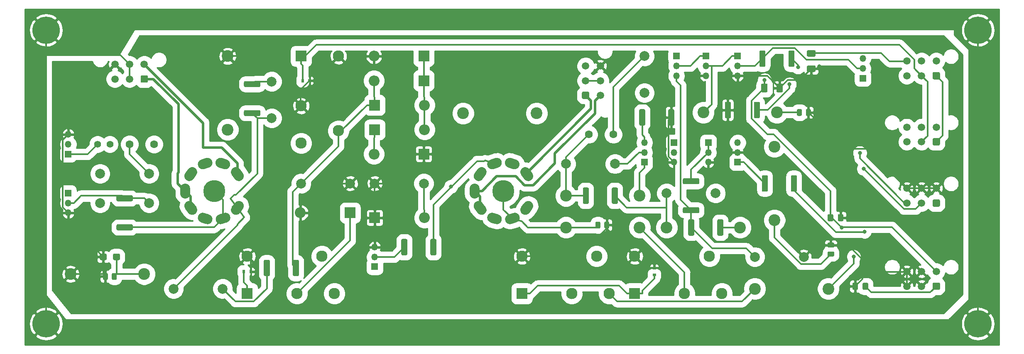
<source format=gbr>
%TF.GenerationSoftware,KiCad,Pcbnew,(5.1.10)-1*%
%TF.CreationDate,2021-11-03T21:28:21+01:00*%
%TF.ProjectId,Amplificatore,416d706c-6966-4696-9361-746f72652e6b,rev?*%
%TF.SameCoordinates,Original*%
%TF.FileFunction,Copper,L2,Bot*%
%TF.FilePolarity,Positive*%
%FSLAX46Y46*%
G04 Gerber Fmt 4.6, Leading zero omitted, Abs format (unit mm)*
G04 Created by KiCad (PCBNEW (5.1.10)-1) date 2021-11-03 21:28:21*
%MOMM*%
%LPD*%
G01*
G04 APERTURE LIST*
%TA.AperFunction,ComponentPad*%
%ADD10C,1.500000*%
%TD*%
%TA.AperFunction,SMDPad,CuDef*%
%ADD11R,0.700000X0.600000*%
%TD*%
%TA.AperFunction,SMDPad,CuDef*%
%ADD12R,0.600000X0.700000*%
%TD*%
%TA.AperFunction,ComponentPad*%
%ADD13C,2.400000*%
%TD*%
%TA.AperFunction,ComponentPad*%
%ADD14C,3.600000*%
%TD*%
%TA.AperFunction,ConnectorPad*%
%ADD15C,5.600000*%
%TD*%
%TA.AperFunction,ComponentPad*%
%ADD16R,1.350000X1.350000*%
%TD*%
%TA.AperFunction,ComponentPad*%
%ADD17O,1.350000X1.350000*%
%TD*%
%TA.AperFunction,ComponentPad*%
%ADD18C,2.000000*%
%TD*%
%TA.AperFunction,ComponentPad*%
%ADD19C,1.600000*%
%TD*%
%TA.AperFunction,ComponentPad*%
%ADD20R,2.300000X2.300000*%
%TD*%
%TA.AperFunction,ComponentPad*%
%ADD21C,2.300000*%
%TD*%
%TA.AperFunction,ComponentPad*%
%ADD22R,2.200000X2.200000*%
%TD*%
%TA.AperFunction,ComponentPad*%
%ADD23O,2.200000X2.200000*%
%TD*%
%TA.AperFunction,ComponentPad*%
%ADD24C,4.500000*%
%TD*%
%TA.AperFunction,ComponentPad*%
%ADD25O,2.030000X3.050000*%
%TD*%
%TA.AperFunction,ComponentPad*%
%ADD26C,1.400000*%
%TD*%
%TA.AperFunction,ViaPad*%
%ADD27C,0.800000*%
%TD*%
%TA.AperFunction,Conductor*%
%ADD28C,0.300000*%
%TD*%
%TA.AperFunction,Conductor*%
%ADD29C,0.500000*%
%TD*%
%TA.AperFunction,Conductor*%
%ADD30C,0.254000*%
%TD*%
%TA.AperFunction,Conductor*%
%ADD31C,0.100000*%
%TD*%
G04 APERTURE END LIST*
%TO.P,R39,2*%
%TO.N,GND*%
%TA.AperFunction,SMDPad,CuDef*%
G36*
G01*
X205440001Y-79430000D02*
X204539999Y-79430000D01*
G75*
G02*
X204290000Y-79180001I0J249999D01*
G01*
X204290000Y-78654999D01*
G75*
G02*
X204539999Y-78405000I249999J0D01*
G01*
X205440001Y-78405000D01*
G75*
G02*
X205690000Y-78654999I0J-249999D01*
G01*
X205690000Y-79180001D01*
G75*
G02*
X205440001Y-79430000I-249999J0D01*
G01*
G37*
%TD.AperFunction*%
%TO.P,R39,1*%
%TO.N,Net-(C30-Pad1)*%
%TA.AperFunction,SMDPad,CuDef*%
G36*
G01*
X205440001Y-81255000D02*
X204539999Y-81255000D01*
G75*
G02*
X204290000Y-81005001I0J249999D01*
G01*
X204290000Y-80479999D01*
G75*
G02*
X204539999Y-80230000I249999J0D01*
G01*
X205440001Y-80230000D01*
G75*
G02*
X205690000Y-80479999I0J-249999D01*
G01*
X205690000Y-81005001D01*
G75*
G02*
X205440001Y-81255000I-249999J0D01*
G01*
G37*
%TD.AperFunction*%
%TD*%
%TO.P,J21,1*%
%TO.N,/FIL2-*%
%TA.AperFunction,ComponentPad*%
G36*
G01*
X155490000Y-49080000D02*
X154490000Y-49080000D01*
G75*
G02*
X154240000Y-48830000I0J250000D01*
G01*
X154240000Y-47830000D01*
G75*
G02*
X154490000Y-47580000I250000J0D01*
G01*
X155490000Y-47580000D01*
G75*
G02*
X155740000Y-47830000I0J-250000D01*
G01*
X155740000Y-48830000D01*
G75*
G02*
X155490000Y-49080000I-250000J0D01*
G01*
G37*
%TD.AperFunction*%
D10*
%TO.P,J21,2*%
%TO.N,Earth*%
X154990000Y-45330000D03*
%TO.P,J21,3*%
%TO.N,/HVCC2*%
X154990000Y-42330000D03*
%TO.P,J21,4*%
%TO.N,/FIL2+*%
X157990000Y-48330000D03*
%TO.P,J21,5*%
%TO.N,Earth*%
X157990000Y-45330000D03*
%TO.P,J21,6*%
%TO.N,GND*%
X157990000Y-42330000D03*
%TD*%
%TO.P,J20,1*%
%TO.N,/VDD*%
%TA.AperFunction,ComponentPad*%
G36*
G01*
X227240000Y-86830000D02*
X227240000Y-87830000D01*
G75*
G02*
X226990000Y-88080000I-250000J0D01*
G01*
X225990000Y-88080000D01*
G75*
G02*
X225740000Y-87830000I0J250000D01*
G01*
X225740000Y-86830000D01*
G75*
G02*
X225990000Y-86580000I250000J0D01*
G01*
X226990000Y-86580000D01*
G75*
G02*
X227240000Y-86830000I0J-250000D01*
G01*
G37*
%TD.AperFunction*%
%TO.P,J20,2*%
%TO.N,GND*%
X223490000Y-87330000D03*
%TO.P,J20,3*%
X220490000Y-87330000D03*
%TO.P,J20,4*%
%TO.N,/VEE*%
X226490000Y-84330000D03*
%TO.P,J20,5*%
%TO.N,GND*%
X223490000Y-84330000D03*
%TO.P,J20,6*%
X220490000Y-84330000D03*
%TD*%
%TO.P,J10,1*%
%TO.N,/FIL1+*%
%TA.AperFunction,ComponentPad*%
G36*
G01*
X65750000Y-44500000D02*
X65750000Y-45500000D01*
G75*
G02*
X65500000Y-45750000I-250000J0D01*
G01*
X64500000Y-45750000D01*
G75*
G02*
X64250000Y-45500000I0J250000D01*
G01*
X64250000Y-44500000D01*
G75*
G02*
X64500000Y-44250000I250000J0D01*
G01*
X65500000Y-44250000D01*
G75*
G02*
X65750000Y-44500000I0J-250000D01*
G01*
G37*
%TD.AperFunction*%
%TO.P,J10,2*%
%TO.N,Earth*%
X62000000Y-45000000D03*
%TO.P,J10,3*%
%TO.N,/HVCC1*%
X59000000Y-45000000D03*
%TO.P,J10,4*%
%TO.N,/FIL1-*%
X65000000Y-42000000D03*
%TO.P,J10,5*%
%TO.N,Earth*%
X62000000Y-42000000D03*
%TO.P,J10,6*%
%TO.N,GND*%
X59000000Y-42000000D03*
%TD*%
D11*
%TO.P,D10,1*%
%TO.N,/SR_SW*%
X168990000Y-85030000D03*
%TO.P,D10,2*%
%TO.N,GND*%
X168990000Y-83630000D03*
%TD*%
D12*
%TO.P,D9,1*%
%TO.N,/LEAD_SW*%
X97290000Y-45330000D03*
%TO.P,D9,2*%
%TO.N,GND*%
X98690000Y-45330000D03*
%TD*%
%TO.P,D8,1*%
%TO.N,/RITHM-SW*%
X85290000Y-84330000D03*
%TO.P,D8,2*%
%TO.N,GND*%
X86690000Y-84330000D03*
%TD*%
%TO.P,C31,2*%
%TO.N,GND*%
%TA.AperFunction,SMDPad,CuDef*%
G36*
G01*
X210540000Y-86855000D02*
X210540000Y-87805000D01*
G75*
G02*
X210290000Y-88055000I-250000J0D01*
G01*
X209615000Y-88055000D01*
G75*
G02*
X209365000Y-87805000I0J250000D01*
G01*
X209365000Y-86855000D01*
G75*
G02*
X209615000Y-86605000I250000J0D01*
G01*
X210290000Y-86605000D01*
G75*
G02*
X210540000Y-86855000I0J-250000D01*
G01*
G37*
%TD.AperFunction*%
%TO.P,C31,1*%
%TO.N,/VDD*%
%TA.AperFunction,SMDPad,CuDef*%
G36*
G01*
X212615000Y-86855000D02*
X212615000Y-87805000D01*
G75*
G02*
X212365000Y-88055000I-250000J0D01*
G01*
X211690000Y-88055000D01*
G75*
G02*
X211440000Y-87805000I0J250000D01*
G01*
X211440000Y-86855000D01*
G75*
G02*
X211690000Y-86605000I250000J0D01*
G01*
X212365000Y-86605000D01*
G75*
G02*
X212615000Y-86855000I0J-250000D01*
G01*
G37*
%TD.AperFunction*%
%TD*%
D13*
%TO.P,C30,1*%
%TO.N,Net-(C30-Pad1)*%
X193490000Y-73830000D03*
%TO.P,C30,2*%
%TO.N,Net-(C30-Pad2)*%
X193490000Y-58830000D03*
%TD*%
%TO.P,C29,2*%
%TO.N,GND*%
%TA.AperFunction,SMDPad,CuDef*%
G36*
G01*
X206402000Y-73805000D02*
X206402000Y-72855000D01*
G75*
G02*
X206652000Y-72605000I250000J0D01*
G01*
X207327000Y-72605000D01*
G75*
G02*
X207577000Y-72855000I0J-250000D01*
G01*
X207577000Y-73805000D01*
G75*
G02*
X207327000Y-74055000I-250000J0D01*
G01*
X206652000Y-74055000D01*
G75*
G02*
X206402000Y-73805000I0J250000D01*
G01*
G37*
%TD.AperFunction*%
%TO.P,C29,1*%
%TO.N,/VEE*%
%TA.AperFunction,SMDPad,CuDef*%
G36*
G01*
X204327000Y-73805000D02*
X204327000Y-72855000D01*
G75*
G02*
X204577000Y-72605000I250000J0D01*
G01*
X205252000Y-72605000D01*
G75*
G02*
X205502000Y-72855000I0J-250000D01*
G01*
X205502000Y-73805000D01*
G75*
G02*
X205252000Y-74055000I-250000J0D01*
G01*
X204577000Y-74055000D01*
G75*
G02*
X204327000Y-73805000I0J250000D01*
G01*
G37*
%TD.AperFunction*%
%TD*%
%TO.P,C28,1*%
%TO.N,Net-(C28-Pad1)*%
X204490000Y-87830000D03*
%TO.P,C28,2*%
%TO.N,Net-(C28-Pad2)*%
X189490000Y-87830000D03*
%TD*%
%TO.P,C27,1*%
%TO.N,Net-(C27-Pad1)*%
X178990000Y-51830000D03*
%TO.P,C27,2*%
%TO.N,Net-(C27-Pad2)*%
X193990000Y-51830000D03*
%TD*%
%TO.P,R35,2*%
%TO.N,GND*%
%TA.AperFunction,SMDPad,CuDef*%
G36*
G01*
X199890000Y-52280001D02*
X199890000Y-51379999D01*
G75*
G02*
X200139999Y-51130000I249999J0D01*
G01*
X200665001Y-51130000D01*
G75*
G02*
X200915000Y-51379999I0J-249999D01*
G01*
X200915000Y-52280001D01*
G75*
G02*
X200665001Y-52530000I-249999J0D01*
G01*
X200139999Y-52530000D01*
G75*
G02*
X199890000Y-52280001I0J249999D01*
G01*
G37*
%TD.AperFunction*%
%TO.P,R35,1*%
%TO.N,Net-(C27-Pad2)*%
%TA.AperFunction,SMDPad,CuDef*%
G36*
G01*
X198065000Y-52280001D02*
X198065000Y-51379999D01*
G75*
G02*
X198314999Y-51130000I249999J0D01*
G01*
X198840001Y-51130000D01*
G75*
G02*
X199090000Y-51379999I0J-249999D01*
G01*
X199090000Y-52280001D01*
G75*
G02*
X198840001Y-52530000I-249999J0D01*
G01*
X198314999Y-52530000D01*
G75*
G02*
X198065000Y-52280001I0J249999D01*
G01*
G37*
%TD.AperFunction*%
%TD*%
%TO.P,C26,2*%
%TO.N,GND*%
%TA.AperFunction,SMDPad,CuDef*%
G36*
G01*
X193890000Y-47480001D02*
X193890000Y-46179999D01*
G75*
G02*
X194139999Y-45930000I249999J0D01*
G01*
X194965001Y-45930000D01*
G75*
G02*
X195215000Y-46179999I0J-249999D01*
G01*
X195215000Y-47480001D01*
G75*
G02*
X194965001Y-47730000I-249999J0D01*
G01*
X194139999Y-47730000D01*
G75*
G02*
X193890000Y-47480001I0J249999D01*
G01*
G37*
%TD.AperFunction*%
%TO.P,C26,1*%
%TO.N,/VEE*%
%TA.AperFunction,SMDPad,CuDef*%
G36*
G01*
X190765000Y-47480001D02*
X190765000Y-46179999D01*
G75*
G02*
X191014999Y-45930000I249999J0D01*
G01*
X191840001Y-45930000D01*
G75*
G02*
X192090000Y-46179999I0J-249999D01*
G01*
X192090000Y-47480001D01*
G75*
G02*
X191840001Y-47730000I-249999J0D01*
G01*
X191014999Y-47730000D01*
G75*
G02*
X190765000Y-47480001I0J249999D01*
G01*
G37*
%TD.AperFunction*%
%TD*%
%TO.P,C25,2*%
%TO.N,GND*%
%TA.AperFunction,SMDPad,CuDef*%
G36*
G01*
X200339999Y-42230000D02*
X201640001Y-42230000D01*
G75*
G02*
X201890000Y-42479999I0J-249999D01*
G01*
X201890000Y-43305001D01*
G75*
G02*
X201640001Y-43555000I-249999J0D01*
G01*
X200339999Y-43555000D01*
G75*
G02*
X200090000Y-43305001I0J249999D01*
G01*
X200090000Y-42479999D01*
G75*
G02*
X200339999Y-42230000I249999J0D01*
G01*
G37*
%TD.AperFunction*%
%TO.P,C25,1*%
%TO.N,/VDD*%
%TA.AperFunction,SMDPad,CuDef*%
G36*
G01*
X200339999Y-39105000D02*
X201640001Y-39105000D01*
G75*
G02*
X201890000Y-39354999I0J-249999D01*
G01*
X201890000Y-40180001D01*
G75*
G02*
X201640001Y-40430000I-249999J0D01*
G01*
X200339999Y-40430000D01*
G75*
G02*
X200090000Y-40180001I0J249999D01*
G01*
X200090000Y-39354999D01*
G75*
G02*
X200339999Y-39105000I249999J0D01*
G01*
G37*
%TD.AperFunction*%
%TD*%
D14*
%TO.P,J19,1*%
%TO.N,Earth*%
X235000000Y-35000000D03*
D15*
X235000000Y-35000000D03*
%TD*%
%TO.P,J18,1*%
%TO.N,Earth*%
X235000000Y-95000000D03*
D14*
X235000000Y-95000000D03*
%TD*%
%TO.P,J17,1*%
%TO.N,Earth*%
X45000000Y-95000000D03*
D15*
X45000000Y-95000000D03*
%TD*%
D14*
%TO.P,J16,1*%
%TO.N,Earth*%
X45000000Y-35000000D03*
D15*
X45000000Y-35000000D03*
%TD*%
%TO.P,R30,2*%
%TO.N,Net-(R30-Pad2)*%
%TA.AperFunction,SMDPad,CuDef*%
G36*
G01*
X189302000Y-52755000D02*
X189302000Y-49905000D01*
G75*
G02*
X189552000Y-49655000I250000J0D01*
G01*
X190277000Y-49655000D01*
G75*
G02*
X190527000Y-49905000I0J-250000D01*
G01*
X190527000Y-52755000D01*
G75*
G02*
X190277000Y-53005000I-250000J0D01*
G01*
X189552000Y-53005000D01*
G75*
G02*
X189302000Y-52755000I0J250000D01*
G01*
G37*
%TD.AperFunction*%
%TO.P,R30,1*%
%TO.N,GND*%
%TA.AperFunction,SMDPad,CuDef*%
G36*
G01*
X183377000Y-52755000D02*
X183377000Y-49905000D01*
G75*
G02*
X183627000Y-49655000I250000J0D01*
G01*
X184352000Y-49655000D01*
G75*
G02*
X184602000Y-49905000I0J-250000D01*
G01*
X184602000Y-52755000D01*
G75*
G02*
X184352000Y-53005000I-250000J0D01*
G01*
X183627000Y-53005000D01*
G75*
G02*
X183377000Y-52755000I0J250000D01*
G01*
G37*
%TD.AperFunction*%
%TD*%
%TO.P,R29,2*%
%TO.N,Net-(J14-Pad2)*%
%TA.AperFunction,SMDPad,CuDef*%
G36*
G01*
X191640000Y-39405000D02*
X191640000Y-42255000D01*
G75*
G02*
X191390000Y-42505000I-250000J0D01*
G01*
X190665000Y-42505000D01*
G75*
G02*
X190415000Y-42255000I0J250000D01*
G01*
X190415000Y-39405000D01*
G75*
G02*
X190665000Y-39155000I250000J0D01*
G01*
X191390000Y-39155000D01*
G75*
G02*
X191640000Y-39405000I0J-250000D01*
G01*
G37*
%TD.AperFunction*%
%TO.P,R29,1*%
%TO.N,Net-(R29-Pad1)*%
%TA.AperFunction,SMDPad,CuDef*%
G36*
G01*
X197565000Y-39405000D02*
X197565000Y-42255000D01*
G75*
G02*
X197315000Y-42505000I-250000J0D01*
G01*
X196590000Y-42505000D01*
G75*
G02*
X196340000Y-42255000I0J250000D01*
G01*
X196340000Y-39405000D01*
G75*
G02*
X196590000Y-39155000I250000J0D01*
G01*
X197315000Y-39155000D01*
G75*
G02*
X197565000Y-39405000I0J-250000D01*
G01*
G37*
%TD.AperFunction*%
%TD*%
D16*
%TO.P,J15,1*%
%TO.N,Net-(J15-Pad1)*%
X211490000Y-44830000D03*
D17*
%TO.P,J15,2*%
%TO.N,Net-(J14-Pad2)*%
X211490000Y-42830000D03*
%TO.P,J15,3*%
%TO.N,Net-(J15-Pad3)*%
X211490000Y-40830000D03*
%TD*%
D16*
%TO.P,J14,1*%
%TO.N,Net-(C27-Pad1)*%
X185990000Y-40330000D03*
D17*
%TO.P,J14,2*%
%TO.N,Net-(J14-Pad2)*%
X185990000Y-42330000D03*
%TO.P,J14,3*%
%TO.N,GND*%
X185990000Y-44330000D03*
%TD*%
%TO.P,J13,1*%
%TO.N,Net-(J13-Pad1)*%
%TA.AperFunction,ComponentPad*%
G36*
G01*
X227240000Y-69830000D02*
X227240000Y-70830000D01*
G75*
G02*
X226990000Y-71080000I-250000J0D01*
G01*
X225990000Y-71080000D01*
G75*
G02*
X225740000Y-70830000I0J250000D01*
G01*
X225740000Y-69830000D01*
G75*
G02*
X225990000Y-69580000I250000J0D01*
G01*
X226990000Y-69580000D01*
G75*
G02*
X227240000Y-69830000I0J-250000D01*
G01*
G37*
%TD.AperFunction*%
D10*
%TO.P,J13,2*%
%TO.N,Net-(J13-Pad2)*%
X223490000Y-70330000D03*
%TO.P,J13,3*%
%TO.N,Net-(J13-Pad3)*%
X220490000Y-70330000D03*
%TO.P,J13,4*%
%TO.N,GND*%
X226490000Y-67330000D03*
%TO.P,J13,5*%
X223490000Y-67330000D03*
%TO.P,J13,6*%
X220490000Y-67330000D03*
%TD*%
%TO.P,J12,1*%
%TO.N,/RITHM-SW*%
%TA.AperFunction,ComponentPad*%
G36*
G01*
X227240000Y-43830000D02*
X227240000Y-44830000D01*
G75*
G02*
X226990000Y-45080000I-250000J0D01*
G01*
X225990000Y-45080000D01*
G75*
G02*
X225740000Y-44830000I0J250000D01*
G01*
X225740000Y-43830000D01*
G75*
G02*
X225990000Y-43580000I250000J0D01*
G01*
X226990000Y-43580000D01*
G75*
G02*
X227240000Y-43830000I0J-250000D01*
G01*
G37*
%TD.AperFunction*%
%TO.P,J12,2*%
%TO.N,/LEAD_SW*%
X223490000Y-44330000D03*
%TO.P,J12,3*%
%TO.N,/SR_SW*%
X220490000Y-44330000D03*
%TO.P,J12,4*%
%TO.N,/VDD*%
X226490000Y-41330000D03*
%TO.P,J12,5*%
X223490000Y-41330000D03*
%TO.P,J12,6*%
X220490000Y-41330000D03*
%TD*%
%TO.P,J11,1*%
%TO.N,/RITHM-SW*%
%TA.AperFunction,ComponentPad*%
G36*
G01*
X227240000Y-57330000D02*
X227240000Y-58330000D01*
G75*
G02*
X226990000Y-58580000I-250000J0D01*
G01*
X225990000Y-58580000D01*
G75*
G02*
X225740000Y-58330000I0J250000D01*
G01*
X225740000Y-57330000D01*
G75*
G02*
X225990000Y-57080000I250000J0D01*
G01*
X226990000Y-57080000D01*
G75*
G02*
X227240000Y-57330000I0J-250000D01*
G01*
G37*
%TD.AperFunction*%
%TO.P,J11,2*%
%TO.N,/LEAD_SW*%
X223490000Y-57830000D03*
%TO.P,J11,3*%
%TO.N,/SR_SW*%
X220490000Y-57830000D03*
%TO.P,J11,4*%
%TO.N,/VDD*%
X226490000Y-54830000D03*
%TO.P,J11,5*%
X223490000Y-54830000D03*
%TO.P,J11,6*%
X220490000Y-54830000D03*
%TD*%
%TO.P,R28,2*%
%TO.N,Net-(J8-Pad1)*%
%TA.AperFunction,SMDPad,CuDef*%
G36*
G01*
X177915000Y-66480000D02*
X175065000Y-66480000D01*
G75*
G02*
X174815000Y-66230000I0J250000D01*
G01*
X174815000Y-65505000D01*
G75*
G02*
X175065000Y-65255000I250000J0D01*
G01*
X177915000Y-65255000D01*
G75*
G02*
X178165000Y-65505000I0J-250000D01*
G01*
X178165000Y-66230000D01*
G75*
G02*
X177915000Y-66480000I-250000J0D01*
G01*
G37*
%TD.AperFunction*%
%TO.P,R28,1*%
%TO.N,Net-(C22-Pad2)*%
%TA.AperFunction,SMDPad,CuDef*%
G36*
G01*
X177915000Y-72405000D02*
X175065000Y-72405000D01*
G75*
G02*
X174815000Y-72155000I0J250000D01*
G01*
X174815000Y-71430000D01*
G75*
G02*
X175065000Y-71180000I250000J0D01*
G01*
X177915000Y-71180000D01*
G75*
G02*
X178165000Y-71430000I0J-250000D01*
G01*
X178165000Y-72155000D01*
G75*
G02*
X177915000Y-72405000I-250000J0D01*
G01*
G37*
%TD.AperFunction*%
%TD*%
%TO.P,R27,2*%
%TO.N,Net-(C21-Pad2)*%
%TA.AperFunction,SMDPad,CuDef*%
G36*
G01*
X181840000Y-76755000D02*
X181840000Y-73905000D01*
G75*
G02*
X182090000Y-73655000I250000J0D01*
G01*
X182815000Y-73655000D01*
G75*
G02*
X183065000Y-73905000I0J-250000D01*
G01*
X183065000Y-76755000D01*
G75*
G02*
X182815000Y-77005000I-250000J0D01*
G01*
X182090000Y-77005000D01*
G75*
G02*
X181840000Y-76755000I0J250000D01*
G01*
G37*
%TD.AperFunction*%
%TO.P,R27,1*%
%TO.N,Net-(C22-Pad2)*%
%TA.AperFunction,SMDPad,CuDef*%
G36*
G01*
X175915000Y-76755000D02*
X175915000Y-73905000D01*
G75*
G02*
X176165000Y-73655000I250000J0D01*
G01*
X176890000Y-73655000D01*
G75*
G02*
X177140000Y-73905000I0J-250000D01*
G01*
X177140000Y-76755000D01*
G75*
G02*
X176890000Y-77005000I-250000J0D01*
G01*
X176165000Y-77005000D01*
G75*
G02*
X175915000Y-76755000I0J250000D01*
G01*
G37*
%TD.AperFunction*%
%TD*%
%TO.P,R26,2*%
%TO.N,/HVCC2_E*%
%TA.AperFunction,SMDPad,CuDef*%
G36*
G01*
X160340000Y-70255000D02*
X160340000Y-67405000D01*
G75*
G02*
X160590000Y-67155000I250000J0D01*
G01*
X161315000Y-67155000D01*
G75*
G02*
X161565000Y-67405000I0J-250000D01*
G01*
X161565000Y-70255000D01*
G75*
G02*
X161315000Y-70505000I-250000J0D01*
G01*
X160590000Y-70505000D01*
G75*
G02*
X160340000Y-70255000I0J250000D01*
G01*
G37*
%TD.AperFunction*%
%TO.P,R26,1*%
%TO.N,/HVCC2_D*%
%TA.AperFunction,SMDPad,CuDef*%
G36*
G01*
X154415000Y-70255000D02*
X154415000Y-67405000D01*
G75*
G02*
X154665000Y-67155000I250000J0D01*
G01*
X155390000Y-67155000D01*
G75*
G02*
X155640000Y-67405000I0J-250000D01*
G01*
X155640000Y-70255000D01*
G75*
G02*
X155390000Y-70505000I-250000J0D01*
G01*
X154665000Y-70505000D01*
G75*
G02*
X154415000Y-70255000I0J250000D01*
G01*
G37*
%TD.AperFunction*%
%TD*%
%TO.P,R25,2*%
%TO.N,GND*%
%TA.AperFunction,SMDPad,CuDef*%
G36*
G01*
X171840000Y-54255000D02*
X171840000Y-51405000D01*
G75*
G02*
X172090000Y-51155000I250000J0D01*
G01*
X172815000Y-51155000D01*
G75*
G02*
X173065000Y-51405000I0J-250000D01*
G01*
X173065000Y-54255000D01*
G75*
G02*
X172815000Y-54505000I-250000J0D01*
G01*
X172090000Y-54505000D01*
G75*
G02*
X171840000Y-54255000I0J250000D01*
G01*
G37*
%TD.AperFunction*%
%TO.P,R25,1*%
%TO.N,Net-(J5-Pad3)*%
%TA.AperFunction,SMDPad,CuDef*%
G36*
G01*
X165915000Y-54255000D02*
X165915000Y-51405000D01*
G75*
G02*
X166165000Y-51155000I250000J0D01*
G01*
X166890000Y-51155000D01*
G75*
G02*
X167140000Y-51405000I0J-250000D01*
G01*
X167140000Y-54255000D01*
G75*
G02*
X166890000Y-54505000I-250000J0D01*
G01*
X166165000Y-54505000D01*
G75*
G02*
X165915000Y-54255000I0J250000D01*
G01*
G37*
%TD.AperFunction*%
%TD*%
%TO.P,R22,2*%
%TO.N,GND*%
%TA.AperFunction,SMDPad,CuDef*%
G36*
G01*
X158802000Y-75280001D02*
X158802000Y-74379999D01*
G75*
G02*
X159051999Y-74130000I249999J0D01*
G01*
X159577001Y-74130000D01*
G75*
G02*
X159827000Y-74379999I0J-249999D01*
G01*
X159827000Y-75280001D01*
G75*
G02*
X159577001Y-75530000I-249999J0D01*
G01*
X159051999Y-75530000D01*
G75*
G02*
X158802000Y-75280001I0J249999D01*
G01*
G37*
%TD.AperFunction*%
%TO.P,R22,1*%
%TO.N,/FILTRO_IN*%
%TA.AperFunction,SMDPad,CuDef*%
G36*
G01*
X156977000Y-75280001D02*
X156977000Y-74379999D01*
G75*
G02*
X157226999Y-74130000I249999J0D01*
G01*
X157752001Y-74130000D01*
G75*
G02*
X158002000Y-74379999I0J-249999D01*
G01*
X158002000Y-75280001D01*
G75*
G02*
X157752001Y-75530000I-249999J0D01*
G01*
X157226999Y-75530000D01*
G75*
G02*
X156977000Y-75280001I0J249999D01*
G01*
G37*
%TD.AperFunction*%
%TD*%
D16*
%TO.P,J9,1*%
%TO.N,Net-(J7-Pad2)*%
X179490000Y-40330000D03*
D17*
%TO.P,J9,2*%
%TO.N,Net-(C27-Pad1)*%
X179490000Y-42330000D03*
%TO.P,J9,3*%
%TO.N,GND*%
X179490000Y-44330000D03*
%TD*%
D16*
%TO.P,J8,1*%
%TO.N,Net-(J8-Pad1)*%
X180000000Y-58000000D03*
D17*
%TO.P,J8,2*%
X180000000Y-60000000D03*
%TO.P,J8,3*%
%TO.N,GND*%
X180000000Y-62000000D03*
%TD*%
D16*
%TO.P,J7,1*%
%TO.N,Net-(C19-Pad1)*%
X173490000Y-40330000D03*
D17*
%TO.P,J7,2*%
%TO.N,Net-(J7-Pad2)*%
X173490000Y-42330000D03*
%TO.P,J7,3*%
%TO.N,Net-(C22-Pad2)*%
X173490000Y-44330000D03*
%TD*%
D16*
%TO.P,J6,1*%
%TO.N,Net-(C20-Pad1)*%
X173000000Y-58000000D03*
D17*
%TO.P,J6,2*%
%TO.N,Net-(C18-Pad1)*%
X173000000Y-60000000D03*
%TO.P,J6,3*%
%TO.N,GND*%
X173000000Y-62000000D03*
%TD*%
D16*
%TO.P,J5,1*%
%TO.N,Net-(C16-Pad1)*%
X166990000Y-62000000D03*
D17*
%TO.P,J5,2*%
%TO.N,Net-(C17-Pad1)*%
X166990000Y-60000000D03*
%TO.P,J5,3*%
%TO.N,Net-(J5-Pad3)*%
X166990000Y-58000000D03*
%TD*%
D18*
%TO.P,C22,2*%
%TO.N,Net-(C22-Pad2)*%
X189490000Y-81330000D03*
%TO.P,C22,1*%
%TO.N,GND*%
X199490000Y-81330000D03*
%TD*%
D13*
%TO.P,C21,1*%
%TO.N,/HVCC2_E*%
X171490000Y-75330000D03*
%TO.P,C21,2*%
%TO.N,Net-(C21-Pad2)*%
X186490000Y-75330000D03*
%TD*%
D18*
%TO.P,C20,1*%
%TO.N,Net-(C20-Pad1)*%
X166990000Y-47830000D03*
%TO.P,C20,2*%
%TO.N,Net-(C19-Pad1)*%
X166990000Y-40330000D03*
%TD*%
D19*
%TO.P,C19,2*%
%TO.N,/HVCC2_D*%
X155650000Y-56330000D03*
%TO.P,C19,1*%
%TO.N,Net-(C19-Pad1)*%
X160650000Y-56330000D03*
%TD*%
D18*
%TO.P,C18,1*%
%TO.N,Net-(C18-Pad1)*%
X181490000Y-68330000D03*
%TO.P,C18,2*%
%TO.N,/HVCC2_E*%
X171490000Y-68330000D03*
%TD*%
%TO.P,C17,1*%
%TO.N,Net-(C17-Pad1)*%
X160990000Y-62330000D03*
%TO.P,C17,2*%
%TO.N,/HVCC2_D*%
X150990000Y-62330000D03*
%TD*%
D13*
%TO.P,C16,1*%
%TO.N,Net-(C16-Pad1)*%
X165990000Y-68830000D03*
%TO.P,C16,2*%
%TO.N,/HVCC2_D*%
X150990000Y-68830000D03*
%TD*%
D17*
%TO.P,J4,3*%
%TO.N,GND*%
X49490000Y-56330000D03*
%TO.P,J4,2*%
%TO.N,/Mute*%
X49490000Y-58330000D03*
D16*
%TO.P,J4,1*%
%TO.N,Net-(C1-Pad2)*%
X49490000Y-60330000D03*
%TD*%
%TO.P,R21,2*%
%TO.N,Net-(J3-Pad1)*%
%TA.AperFunction,SMDPad,CuDef*%
G36*
G01*
X192140000Y-64905000D02*
X192140000Y-67755000D01*
G75*
G02*
X191890000Y-68005000I-250000J0D01*
G01*
X191165000Y-68005000D01*
G75*
G02*
X190915000Y-67755000I0J250000D01*
G01*
X190915000Y-64905000D01*
G75*
G02*
X191165000Y-64655000I250000J0D01*
G01*
X191890000Y-64655000D01*
G75*
G02*
X192140000Y-64905000I0J-250000D01*
G01*
G37*
%TD.AperFunction*%
%TO.P,R21,1*%
%TO.N,Net-(R21-Pad1)*%
%TA.AperFunction,SMDPad,CuDef*%
G36*
G01*
X198065000Y-64905000D02*
X198065000Y-67755000D01*
G75*
G02*
X197815000Y-68005000I-250000J0D01*
G01*
X197090000Y-68005000D01*
G75*
G02*
X196840000Y-67755000I0J250000D01*
G01*
X196840000Y-64905000D01*
G75*
G02*
X197090000Y-64655000I250000J0D01*
G01*
X197815000Y-64655000D01*
G75*
G02*
X198065000Y-64905000I0J-250000D01*
G01*
G37*
%TD.AperFunction*%
%TD*%
D20*
%TO.P,K4,1*%
%TO.N,/SR_SW*%
X164990000Y-88830000D03*
D21*
%TO.P,K4,2*%
%TO.N,Net-(C15-Pad2)*%
X175150000Y-88830000D03*
%TO.P,K4,3*%
%TO.N,Net-(K4-Pad3)*%
X182770000Y-88830000D03*
%TO.P,K4,4*%
%TO.N,Net-(K3-Pad4)*%
X180230000Y-81210000D03*
%TO.P,K4,5*%
%TO.N,GND*%
X164990000Y-81210000D03*
%TD*%
D20*
%TO.P,K3,1*%
%TO.N,/SR_SW*%
X141990000Y-88830000D03*
D21*
%TO.P,K3,2*%
%TO.N,Net-(K3-Pad2)*%
X152150000Y-88830000D03*
%TO.P,K3,3*%
%TO.N,Net-(C28-Pad2)*%
X159770000Y-88830000D03*
%TO.P,K3,4*%
%TO.N,Net-(K3-Pad4)*%
X157230000Y-81210000D03*
%TO.P,K3,5*%
%TO.N,GND*%
X141990000Y-81210000D03*
%TD*%
D16*
%TO.P,J3,1*%
%TO.N,Net-(J3-Pad1)*%
X185990000Y-62000000D03*
D17*
%TO.P,J3,2*%
%TO.N,GND*%
X185990000Y-60000000D03*
%TO.P,J3,3*%
%TO.N,Net-(C30-Pad2)*%
X185990000Y-58000000D03*
%TD*%
D13*
%TO.P,C15,1*%
%TO.N,/FILTRO_IN*%
X150990000Y-75330000D03*
%TO.P,C15,2*%
%TO.N,Net-(C15-Pad2)*%
X165990000Y-75330000D03*
%TD*%
D21*
%TO.P,K2,5*%
%TO.N,GND*%
X85990000Y-81210000D03*
%TO.P,K2,4*%
%TO.N,N/C*%
X101230000Y-81210000D03*
%TO.P,K2,3*%
%TO.N,Net-(K1-Pad3)*%
X103770000Y-88830000D03*
%TO.P,K2,2*%
%TO.N,Net-(C13-Pad2)*%
X96150000Y-88830000D03*
D20*
%TO.P,K2,1*%
%TO.N,/RITHM-SW*%
X85990000Y-88830000D03*
%TD*%
D22*
%TO.P,D7,1*%
%TO.N,Net-(C13-Pad2)*%
X106990000Y-72330000D03*
D23*
%TO.P,D7,2*%
%TO.N,GND*%
X96830000Y-72330000D03*
%TD*%
D22*
%TO.P,D6,1*%
%TO.N,GND*%
X111990000Y-73330000D03*
D23*
%TO.P,D6,2*%
%TO.N,Net-(C13-Pad2)*%
X122150000Y-73330000D03*
%TD*%
D13*
%TO.P,C14,1*%
%TO.N,Net-(C14-Pad1)*%
X130000000Y-52000000D03*
%TO.P,C14,2*%
%TO.N,/HVCC2_A*%
X145000000Y-52000000D03*
%TD*%
D18*
%TO.P,C13,1*%
%TO.N,GND*%
X111990000Y-66330000D03*
%TO.P,C13,2*%
%TO.N,Net-(C13-Pad2)*%
X121990000Y-66330000D03*
%TD*%
D24*
%TO.P,U2,2*%
%TO.N,/FILTRO_IN*%
X138240000Y-67880000D03*
%TO.P,U2,9*%
%TO.N,/FIL2-*%
%TA.AperFunction,ComponentPad*%
G36*
G01*
X143511382Y-63410799D02*
X144110922Y-64235997D01*
G75*
G02*
X143886372Y-65653751I-821152J-596602D01*
G01*
X143886372Y-65653751D01*
G75*
G02*
X142468618Y-65429201I-596602J821152D01*
G01*
X141869078Y-64604003D01*
G75*
G02*
X142093628Y-63186249I821152J596602D01*
G01*
X142093628Y-63186249D01*
G75*
G02*
X143511382Y-63410799I596602J-821152D01*
G01*
G37*
%TD.AperFunction*%
%TO.P,U2,8*%
%TO.N,Net-(R16-Pad1)*%
%TA.AperFunction,ComponentPad*%
G36*
G01*
X139848613Y-61147079D02*
X140818691Y-61462277D01*
G75*
G02*
X141470361Y-62741251I-313652J-965322D01*
G01*
X141470361Y-62741251D01*
G75*
G02*
X140191387Y-63392921I-965322J313652D01*
G01*
X139221309Y-63077723D01*
G75*
G02*
X138569639Y-61798749I313652J965322D01*
G01*
X138569639Y-61798749D01*
G75*
G02*
X139848613Y-61147079I965322J-313652D01*
G01*
G37*
%TD.AperFunction*%
%TO.P,U2,7*%
%TO.N,Net-(R13-Pad1)*%
%TA.AperFunction,ComponentPad*%
G36*
G01*
X135611309Y-61462277D02*
X136581387Y-61147079D01*
G75*
G02*
X137860361Y-61798749I313652J-965322D01*
G01*
X137860361Y-61798749D01*
G75*
G02*
X137208691Y-63077723I-965322J-313652D01*
G01*
X136238613Y-63392921D01*
G75*
G02*
X134959639Y-62741251I-313652J965322D01*
G01*
X134959639Y-62741251D01*
G75*
G02*
X135611309Y-61462277I965322J313652D01*
G01*
G37*
%TD.AperFunction*%
%TO.P,U2,6*%
%TO.N,/HVCC2_A*%
%TA.AperFunction,ComponentPad*%
G36*
G01*
X132359078Y-64235997D02*
X132958618Y-63410799D01*
G75*
G02*
X134376372Y-63186249I821152J-596602D01*
G01*
X134376372Y-63186249D01*
G75*
G02*
X134600922Y-64604003I-596602J-821152D01*
G01*
X134001382Y-65429201D01*
G75*
G02*
X132583628Y-65653751I-821152J596602D01*
G01*
X132583628Y-65653751D01*
G75*
G02*
X132359078Y-64235997I596602J821152D01*
G01*
G37*
%TD.AperFunction*%
D25*
%TO.P,U2,5*%
%TO.N,/FIL2+*%
X132340000Y-67880000D03*
%TO.P,U2,4*%
%TA.AperFunction,ComponentPad*%
G36*
G01*
X134001382Y-70320799D02*
X134600922Y-71145997D01*
G75*
G02*
X134376372Y-72563751I-821152J-596602D01*
G01*
X134376372Y-72563751D01*
G75*
G02*
X132958618Y-72339201I-596602J821152D01*
G01*
X132359078Y-71514003D01*
G75*
G02*
X132583628Y-70096249I821152J596602D01*
G01*
X132583628Y-70096249D01*
G75*
G02*
X134001382Y-70320799I596602J-821152D01*
G01*
G37*
%TD.AperFunction*%
%TO.P,U2,3*%
%TO.N,Net-(R23-Pad1)*%
%TA.AperFunction,ComponentPad*%
G36*
G01*
X136238613Y-72357079D02*
X137208691Y-72672277D01*
G75*
G02*
X137860361Y-73951251I-313652J-965322D01*
G01*
X137860361Y-73951251D01*
G75*
G02*
X136581387Y-74602921I-965322J313652D01*
G01*
X135611309Y-74287723D01*
G75*
G02*
X134959639Y-73008749I313652J965322D01*
G01*
X134959639Y-73008749D01*
G75*
G02*
X136238613Y-72357079I965322J-313652D01*
G01*
G37*
%TD.AperFunction*%
%TO.P,U2,2*%
%TO.N,/FILTRO_IN*%
%TA.AperFunction,ComponentPad*%
G36*
G01*
X139261309Y-72672277D02*
X140231387Y-72357079D01*
G75*
G02*
X141510361Y-73008749I313652J-965322D01*
G01*
X141510361Y-73008749D01*
G75*
G02*
X140858691Y-74287723I-965322J-313652D01*
G01*
X139888613Y-74602921D01*
G75*
G02*
X138609639Y-73951251I-313652J965322D01*
G01*
X138609639Y-73951251D01*
G75*
G02*
X139261309Y-72672277I965322J313652D01*
G01*
G37*
%TD.AperFunction*%
%TO.P,U2,1*%
%TO.N,/HVCC2_D*%
%TA.AperFunction,ComponentPad*%
G36*
G01*
X141869078Y-71145997D02*
X142468618Y-70320799D01*
G75*
G02*
X143886372Y-70096249I821152J-596602D01*
G01*
X143886372Y-70096249D01*
G75*
G02*
X144110922Y-71514003I-596602J-821152D01*
G01*
X143511382Y-72339201D01*
G75*
G02*
X142093628Y-72563751I-821152J596602D01*
G01*
X142093628Y-72563751D01*
G75*
G02*
X141869078Y-71145997I596602J821152D01*
G01*
G37*
%TD.AperFunction*%
%TD*%
%TO.P,R14,2*%
%TO.N,Net-(J2-Pad2)*%
%TA.AperFunction,SMDPad,CuDef*%
G36*
G01*
X118640000Y-77905000D02*
X118640000Y-80755000D01*
G75*
G02*
X118390000Y-81005000I-250000J0D01*
G01*
X117665000Y-81005000D01*
G75*
G02*
X117415000Y-80755000I0J250000D01*
G01*
X117415000Y-77905000D01*
G75*
G02*
X117665000Y-77655000I250000J0D01*
G01*
X118390000Y-77655000D01*
G75*
G02*
X118640000Y-77905000I0J-250000D01*
G01*
G37*
%TD.AperFunction*%
%TO.P,R14,1*%
%TO.N,Net-(R13-Pad1)*%
%TA.AperFunction,SMDPad,CuDef*%
G36*
G01*
X124565000Y-77905000D02*
X124565000Y-80755000D01*
G75*
G02*
X124315000Y-81005000I-250000J0D01*
G01*
X123590000Y-81005000D01*
G75*
G02*
X123340000Y-80755000I0J250000D01*
G01*
X123340000Y-77905000D01*
G75*
G02*
X123590000Y-77655000I250000J0D01*
G01*
X124315000Y-77655000D01*
G75*
G02*
X124565000Y-77905000I0J-250000D01*
G01*
G37*
%TD.AperFunction*%
%TD*%
D16*
%TO.P,J2,1*%
%TO.N,Net-(C12-Pad2)*%
X111990000Y-83330000D03*
D17*
%TO.P,J2,2*%
%TO.N,Net-(J2-Pad2)*%
X111990000Y-81330000D03*
%TO.P,J2,3*%
%TO.N,GND*%
X111990000Y-79330000D03*
%TD*%
D22*
%TO.P,D5,1*%
%TO.N,Net-(D1-Pad2)*%
X121990000Y-40330000D03*
D23*
%TO.P,D5,2*%
%TO.N,GND*%
X111830000Y-40330000D03*
%TD*%
D22*
%TO.P,D4,1*%
%TO.N,Net-(D1-Pad2)*%
X121990000Y-45330000D03*
D23*
%TO.P,D4,2*%
%TO.N,Net-(C12-Pad2)*%
X111830000Y-45330000D03*
%TD*%
D22*
%TO.P,D3,1*%
%TO.N,GND*%
X121990000Y-60330000D03*
D23*
%TO.P,D3,2*%
%TO.N,Net-(D2-Pad1)*%
X111830000Y-60330000D03*
%TD*%
D22*
%TO.P,D2,1*%
%TO.N,Net-(D2-Pad1)*%
X111990000Y-55330000D03*
D23*
%TO.P,D2,2*%
%TO.N,Net-(D1-Pad2)*%
X122150000Y-55330000D03*
%TD*%
D22*
%TO.P,D1,1*%
%TO.N,Net-(C12-Pad2)*%
X111990000Y-50330000D03*
D23*
%TO.P,D1,2*%
%TO.N,Net-(D1-Pad2)*%
X122150000Y-50330000D03*
%TD*%
D18*
%TO.P,C12,1*%
%TO.N,GND*%
X106990000Y-66330000D03*
%TO.P,C12,2*%
%TO.N,Net-(C12-Pad2)*%
X96990000Y-66330000D03*
%TD*%
D21*
%TO.P,K1,5*%
%TO.N,GND*%
X104610000Y-40330000D03*
%TO.P,K1,4*%
%TO.N,Net-(C12-Pad2)*%
X104610000Y-55570000D03*
%TO.P,K1,3*%
%TO.N,Net-(K1-Pad3)*%
X96990000Y-58110000D03*
%TO.P,K1,2*%
%TO.N,GND*%
X96990000Y-50490000D03*
D20*
%TO.P,K1,1*%
%TO.N,/LEAD_SW*%
X96990000Y-40330000D03*
%TD*%
%TO.P,R9,1*%
%TO.N,Net-(C12-Pad2)*%
%TA.AperFunction,SMDPad,CuDef*%
G36*
G01*
X96527500Y-82165000D02*
X96527500Y-85015000D01*
G75*
G02*
X96277500Y-85265000I-250000J0D01*
G01*
X95552500Y-85265000D01*
G75*
G02*
X95302500Y-85015000I0J250000D01*
G01*
X95302500Y-82165000D01*
G75*
G02*
X95552500Y-81915000I250000J0D01*
G01*
X96277500Y-81915000D01*
G75*
G02*
X96527500Y-82165000I0J-250000D01*
G01*
G37*
%TD.AperFunction*%
%TO.P,R9,2*%
%TO.N,Net-(C11-Pad1)*%
%TA.AperFunction,SMDPad,CuDef*%
G36*
G01*
X90602500Y-82165000D02*
X90602500Y-85015000D01*
G75*
G02*
X90352500Y-85265000I-250000J0D01*
G01*
X89627500Y-85265000D01*
G75*
G02*
X89377500Y-85015000I0J250000D01*
G01*
X89377500Y-82165000D01*
G75*
G02*
X89627500Y-81915000I250000J0D01*
G01*
X90352500Y-81915000D01*
G75*
G02*
X90602500Y-82165000I0J-250000D01*
G01*
G37*
%TD.AperFunction*%
%TD*%
%TO.P,R8,1*%
%TO.N,/HVCC1*%
%TA.AperFunction,SMDPad,CuDef*%
G36*
G01*
X85575000Y-45425000D02*
X88425000Y-45425000D01*
G75*
G02*
X88675000Y-45675000I0J-250000D01*
G01*
X88675000Y-46400000D01*
G75*
G02*
X88425000Y-46650000I-250000J0D01*
G01*
X85575000Y-46650000D01*
G75*
G02*
X85325000Y-46400000I0J250000D01*
G01*
X85325000Y-45675000D01*
G75*
G02*
X85575000Y-45425000I250000J0D01*
G01*
G37*
%TD.AperFunction*%
%TO.P,R8,2*%
%TO.N,/HVCC1_C*%
%TA.AperFunction,SMDPad,CuDef*%
G36*
G01*
X85575000Y-51350000D02*
X88425000Y-51350000D01*
G75*
G02*
X88675000Y-51600000I0J-250000D01*
G01*
X88675000Y-52325000D01*
G75*
G02*
X88425000Y-52575000I-250000J0D01*
G01*
X85575000Y-52575000D01*
G75*
G02*
X85325000Y-52325000I0J250000D01*
G01*
X85325000Y-51600000D01*
G75*
G02*
X85575000Y-51350000I250000J0D01*
G01*
G37*
%TD.AperFunction*%
%TD*%
%TO.P,R7,2*%
%TO.N,GND*%
%TA.AperFunction,SMDPad,CuDef*%
G36*
G01*
X57590000Y-84879999D02*
X57590000Y-85780001D01*
G75*
G02*
X57340001Y-86030000I-249999J0D01*
G01*
X56814999Y-86030000D01*
G75*
G02*
X56565000Y-85780001I0J249999D01*
G01*
X56565000Y-84879999D01*
G75*
G02*
X56814999Y-84630000I249999J0D01*
G01*
X57340001Y-84630000D01*
G75*
G02*
X57590000Y-84879999I0J-249999D01*
G01*
G37*
%TD.AperFunction*%
%TO.P,R7,1*%
%TO.N,Net-(C10-Pad2)*%
%TA.AperFunction,SMDPad,CuDef*%
G36*
G01*
X59415000Y-84879999D02*
X59415000Y-85780001D01*
G75*
G02*
X59165001Y-86030000I-249999J0D01*
G01*
X58639999Y-86030000D01*
G75*
G02*
X58390000Y-85780001I0J249999D01*
G01*
X58390000Y-84879999D01*
G75*
G02*
X58639999Y-84630000I249999J0D01*
G01*
X59165001Y-84630000D01*
G75*
G02*
X59415000Y-84879999I0J-249999D01*
G01*
G37*
%TD.AperFunction*%
%TD*%
%TO.P,R6,2*%
%TO.N,Net-(C7-Pad1)*%
%TA.AperFunction,SMDPad,CuDef*%
G36*
G01*
X62415000Y-69980000D02*
X59565000Y-69980000D01*
G75*
G02*
X59315000Y-69730000I0J250000D01*
G01*
X59315000Y-69005000D01*
G75*
G02*
X59565000Y-68755000I250000J0D01*
G01*
X62415000Y-68755000D01*
G75*
G02*
X62665000Y-69005000I0J-250000D01*
G01*
X62665000Y-69730000D01*
G75*
G02*
X62415000Y-69980000I-250000J0D01*
G01*
G37*
%TD.AperFunction*%
%TO.P,R6,1*%
%TO.N,Net-(R10-Pad2)*%
%TA.AperFunction,SMDPad,CuDef*%
G36*
G01*
X62415000Y-75905000D02*
X59565000Y-75905000D01*
G75*
G02*
X59315000Y-75655000I0J250000D01*
G01*
X59315000Y-74930000D01*
G75*
G02*
X59565000Y-74680000I250000J0D01*
G01*
X62415000Y-74680000D01*
G75*
G02*
X62665000Y-74930000I0J-250000D01*
G01*
X62665000Y-75655000D01*
G75*
G02*
X62415000Y-75905000I-250000J0D01*
G01*
G37*
%TD.AperFunction*%
%TD*%
D16*
%TO.P,J1,1*%
%TO.N,/Mute*%
X49490000Y-68330000D03*
D17*
%TO.P,J1,2*%
%TO.N,Net-(C7-Pad1)*%
X49490000Y-70330000D03*
%TO.P,J1,3*%
%TO.N,GND*%
X49490000Y-72330000D03*
%TD*%
D18*
%TO.P,C11,2*%
%TO.N,/HVCC1_C*%
X70990000Y-87830000D03*
%TO.P,C11,1*%
%TO.N,Net-(C11-Pad1)*%
X80990000Y-87830000D03*
%TD*%
D13*
%TO.P,C10,1*%
%TO.N,GND*%
X49990000Y-84830000D03*
%TO.P,C10,2*%
%TO.N,Net-(C10-Pad2)*%
X64990000Y-84830000D03*
%TD*%
D18*
%TO.P,C9,1*%
%TO.N,/HVCC1_C*%
X90990000Y-53000000D03*
%TO.P,C9,2*%
%TO.N,/HVCC1*%
X90990000Y-45500000D03*
%TD*%
%TO.P,C8,2*%
%TO.N,GND*%
%TA.AperFunction,SMDPad,CuDef*%
G36*
G01*
X57340000Y-80904999D02*
X57340000Y-81755001D01*
G75*
G02*
X57090001Y-82005000I-249999J0D01*
G01*
X56189999Y-82005000D01*
G75*
G02*
X55940000Y-81755001I0J249999D01*
G01*
X55940000Y-80904999D01*
G75*
G02*
X56189999Y-80655000I249999J0D01*
G01*
X57090001Y-80655000D01*
G75*
G02*
X57340000Y-80904999I0J-249999D01*
G01*
G37*
%TD.AperFunction*%
%TO.P,C8,1*%
%TO.N,Net-(C10-Pad2)*%
%TA.AperFunction,SMDPad,CuDef*%
G36*
G01*
X60040000Y-80904999D02*
X60040000Y-81755001D01*
G75*
G02*
X59790001Y-82005000I-249999J0D01*
G01*
X58889999Y-82005000D01*
G75*
G02*
X58640000Y-81755001I0J249999D01*
G01*
X58640000Y-80904999D01*
G75*
G02*
X58889999Y-80655000I249999J0D01*
G01*
X59790001Y-80655000D01*
G75*
G02*
X60040000Y-80904999I0J-249999D01*
G01*
G37*
%TD.AperFunction*%
%TD*%
%TO.P,C7,1*%
%TO.N,Net-(C7-Pad1)*%
X65990000Y-70330000D03*
%TO.P,C7,2*%
%TO.N,/Mute*%
X55990000Y-70330000D03*
%TD*%
%TO.P,C5,1*%
%TO.N,/Mute*%
X55990000Y-64330000D03*
%TO.P,C5,2*%
%TO.N,/HVCC1_B*%
X65990000Y-64330000D03*
%TD*%
D19*
%TO.P,C3,1*%
%TO.N,Net-(C3-Pad1)*%
X66990000Y-58330000D03*
%TO.P,C3,2*%
%TO.N,/HVCC1_B*%
X61990000Y-58330000D03*
%TD*%
D26*
%TO.P,C1,1*%
%TO.N,Net-(C1-Pad1)*%
X57990000Y-58330000D03*
%TO.P,C1,2*%
%TO.N,Net-(C1-Pad2)*%
X55490000Y-58330000D03*
%TD*%
D24*
%TO.P,U1,2*%
%TO.N,Net-(R10-Pad2)*%
X79240000Y-67880000D03*
%TO.P,U1,9*%
%TO.N,/FIL1-*%
%TA.AperFunction,ComponentPad*%
G36*
G01*
X84511382Y-63410799D02*
X85110922Y-64235997D01*
G75*
G02*
X84886372Y-65653751I-821152J-596602D01*
G01*
X84886372Y-65653751D01*
G75*
G02*
X83468618Y-65429201I-596602J821152D01*
G01*
X82869078Y-64604003D01*
G75*
G02*
X83093628Y-63186249I821152J596602D01*
G01*
X83093628Y-63186249D01*
G75*
G02*
X84511382Y-63410799I596602J-821152D01*
G01*
G37*
%TD.AperFunction*%
%TO.P,U1,8*%
%TO.N,Net-(C3-Pad1)*%
%TA.AperFunction,ComponentPad*%
G36*
G01*
X80848613Y-61147079D02*
X81818691Y-61462277D01*
G75*
G02*
X82470361Y-62741251I-313652J-965322D01*
G01*
X82470361Y-62741251D01*
G75*
G02*
X81191387Y-63392921I-965322J313652D01*
G01*
X80221309Y-63077723D01*
G75*
G02*
X79569639Y-61798749I313652J965322D01*
G01*
X79569639Y-61798749D01*
G75*
G02*
X80848613Y-61147079I965322J-313652D01*
G01*
G37*
%TD.AperFunction*%
%TO.P,U1,7*%
%TO.N,Net-(R2-Pad2)*%
%TA.AperFunction,ComponentPad*%
G36*
G01*
X76611309Y-61462277D02*
X77581387Y-61147079D01*
G75*
G02*
X78860361Y-61798749I313652J-965322D01*
G01*
X78860361Y-61798749D01*
G75*
G02*
X78208691Y-63077723I-965322J-313652D01*
G01*
X77238613Y-63392921D01*
G75*
G02*
X75959639Y-62741251I-313652J965322D01*
G01*
X75959639Y-62741251D01*
G75*
G02*
X76611309Y-61462277I965322J313652D01*
G01*
G37*
%TD.AperFunction*%
%TO.P,U1,6*%
%TO.N,/HVCC1_B*%
%TA.AperFunction,ComponentPad*%
G36*
G01*
X73359078Y-64235997D02*
X73958618Y-63410799D01*
G75*
G02*
X75376372Y-63186249I821152J-596602D01*
G01*
X75376372Y-63186249D01*
G75*
G02*
X75600922Y-64604003I-596602J-821152D01*
G01*
X75001382Y-65429201D01*
G75*
G02*
X73583628Y-65653751I-821152J596602D01*
G01*
X73583628Y-65653751D01*
G75*
G02*
X73359078Y-64235997I596602J821152D01*
G01*
G37*
%TD.AperFunction*%
D25*
%TO.P,U1,5*%
%TO.N,/FIL1+*%
X73340000Y-67880000D03*
%TO.P,U1,4*%
%TA.AperFunction,ComponentPad*%
G36*
G01*
X75001382Y-70320799D02*
X75600922Y-71145997D01*
G75*
G02*
X75376372Y-72563751I-821152J-596602D01*
G01*
X75376372Y-72563751D01*
G75*
G02*
X73958618Y-72339201I-596602J821152D01*
G01*
X73359078Y-71514003D01*
G75*
G02*
X73583628Y-70096249I821152J596602D01*
G01*
X73583628Y-70096249D01*
G75*
G02*
X75001382Y-70320799I596602J-821152D01*
G01*
G37*
%TD.AperFunction*%
%TO.P,U1,3*%
%TO.N,Net-(C10-Pad2)*%
%TA.AperFunction,ComponentPad*%
G36*
G01*
X77238613Y-72357079D02*
X78208691Y-72672277D01*
G75*
G02*
X78860361Y-73951251I-313652J-965322D01*
G01*
X78860361Y-73951251D01*
G75*
G02*
X77581387Y-74602921I-965322J313652D01*
G01*
X76611309Y-74287723D01*
G75*
G02*
X75959639Y-73008749I313652J965322D01*
G01*
X75959639Y-73008749D01*
G75*
G02*
X77238613Y-72357079I965322J-313652D01*
G01*
G37*
%TD.AperFunction*%
%TO.P,U1,2*%
%TO.N,Net-(R10-Pad2)*%
%TA.AperFunction,ComponentPad*%
G36*
G01*
X80261309Y-72672277D02*
X81231387Y-72357079D01*
G75*
G02*
X82510361Y-73008749I313652J-965322D01*
G01*
X82510361Y-73008749D01*
G75*
G02*
X81858691Y-74287723I-965322J-313652D01*
G01*
X80888613Y-74602921D01*
G75*
G02*
X79609639Y-73951251I-313652J965322D01*
G01*
X79609639Y-73951251D01*
G75*
G02*
X80261309Y-72672277I965322J313652D01*
G01*
G37*
%TD.AperFunction*%
%TO.P,U1,1*%
%TO.N,/HVCC1_C*%
%TA.AperFunction,ComponentPad*%
G36*
G01*
X82869078Y-71145997D02*
X83468618Y-70320799D01*
G75*
G02*
X84886372Y-70096249I821152J-596602D01*
G01*
X84886372Y-70096249D01*
G75*
G02*
X85110922Y-71514003I-596602J-821152D01*
G01*
X84511382Y-72339201D01*
G75*
G02*
X83093628Y-72563751I-821152J596602D01*
G01*
X83093628Y-72563751D01*
G75*
G02*
X82869078Y-71145997I596602J821152D01*
G01*
G37*
%TD.AperFunction*%
%TD*%
D13*
%TO.P,C4,1*%
%TO.N,GND*%
X81990000Y-40330000D03*
%TO.P,C4,2*%
%TO.N,Net-(C3-Pad1)*%
X81990000Y-55330000D03*
%TD*%
D27*
%TO.N,GND*%
X202603200Y-42367500D03*
%TO.N,Net-(R13-Pad1)*%
X127550500Y-66950000D03*
%TO.N,/VEE*%
X191480500Y-45225900D03*
X207197600Y-75367600D03*
%TO.N,Net-(J13-Pad3)*%
X210892600Y-60084600D03*
%TO.N,Net-(J13-Pad2)*%
X211681500Y-63330000D03*
%TO.N,Net-(R29-Pad1)*%
X198300000Y-42612500D03*
%TO.N,Net-(R30-Pad2)*%
X196565000Y-46085400D03*
%TO.N,Net-(C28-Pad1)*%
X209653600Y-81286600D03*
%TO.N,Net-(R21-Pad1)*%
X211852400Y-76147700D03*
%TD*%
D28*
%TO.N,Net-(C1-Pad2)*%
X55490000Y-58330000D02*
X53490000Y-60330000D01*
X53490000Y-60330000D02*
X49490000Y-60330000D01*
%TO.N,GND*%
X173000000Y-62000000D02*
X171874600Y-60874600D01*
X171874600Y-60874600D02*
X171874600Y-53407900D01*
X171874600Y-53407900D02*
X172452500Y-52830000D01*
X183989500Y-60000000D02*
X185990000Y-60000000D01*
X181125300Y-62000000D02*
X183125300Y-60000000D01*
X183125300Y-60000000D02*
X183989500Y-60000000D01*
X183989500Y-51330000D02*
X183989500Y-60000000D01*
X183989500Y-51330000D02*
X183989500Y-47455800D01*
X183989500Y-47455800D02*
X185990000Y-45455300D01*
X180000000Y-62000000D02*
X181125300Y-62000000D01*
X96880700Y-47139300D02*
X98690000Y-45330000D01*
X81990000Y-40330000D02*
X90071400Y-40330000D01*
X90071400Y-40330000D02*
X96880700Y-47139300D01*
X96880700Y-47139300D02*
X96880700Y-50380700D01*
X96880700Y-50380700D02*
X96990000Y-50490000D01*
X104610000Y-40330000D02*
X99610000Y-45330000D01*
X99610000Y-45330000D02*
X98690000Y-45330000D01*
X206989500Y-59218000D02*
X206989500Y-73330000D01*
X200402500Y-51830000D02*
X206989500Y-58417000D01*
X206989500Y-58417000D02*
X206989500Y-59218000D01*
X206989500Y-59218000D02*
X212378000Y-59218000D01*
X212378000Y-59218000D02*
X220490000Y-67330000D01*
X204990000Y-78917500D02*
X208515500Y-78917500D01*
X208515500Y-78917500D02*
X211424100Y-81826100D01*
X211424100Y-81826100D02*
X211424100Y-84380700D01*
X198688800Y-45193700D02*
X200402500Y-46907400D01*
X200402500Y-46907400D02*
X200402500Y-51830000D01*
X194552500Y-46830000D02*
X192052500Y-44330000D01*
X192052500Y-44330000D02*
X187115300Y-44330000D01*
X111990000Y-73330000D02*
X111990000Y-79330000D01*
X111990000Y-66330000D02*
X111990000Y-73330000D01*
X220490000Y-67330000D02*
X223490000Y-67330000D01*
X226490000Y-67330000D02*
X223490000Y-67330000D01*
X200990000Y-42892500D02*
X202078200Y-42892500D01*
X202078200Y-42892500D02*
X202603200Y-42367500D01*
X198688800Y-45193700D02*
X200990000Y-42892500D01*
X194552500Y-46830000D02*
X196188800Y-45193700D01*
X196188800Y-45193700D02*
X198688800Y-45193700D01*
X49490000Y-72330000D02*
X48354500Y-71194500D01*
X48354500Y-71194500D02*
X48354500Y-57465500D01*
X48354500Y-57465500D02*
X49490000Y-56330000D01*
X49490000Y-72330000D02*
X49490000Y-74180000D01*
X49490000Y-74180000D02*
X56640000Y-81330000D01*
X121990000Y-60330000D02*
X120439700Y-60330000D01*
X120439700Y-60330000D02*
X114439700Y-66330000D01*
X114439700Y-66330000D02*
X111990000Y-66330000D01*
X56640000Y-84830000D02*
X57077500Y-85267500D01*
X57077500Y-85267500D02*
X57077500Y-85330000D01*
X49990000Y-84830000D02*
X56640000Y-84830000D01*
X56640000Y-81330000D02*
X56640000Y-84830000D01*
X211424100Y-84380700D02*
X211424100Y-85858400D01*
X211424100Y-85858400D02*
X209952500Y-87330000D01*
X211424100Y-84380700D02*
X220439300Y-84380700D01*
X220439300Y-84380700D02*
X220490000Y-84330000D01*
X199490000Y-81330000D02*
X201902500Y-78917500D01*
X201902500Y-78917500D02*
X204990000Y-78917500D01*
X220490000Y-84330000D02*
X220490000Y-87330000D01*
X185990000Y-44330000D02*
X187115300Y-44330000D01*
X185990000Y-44330000D02*
X185990000Y-45455300D01*
X96830000Y-72330000D02*
X98380300Y-72330000D01*
X106990000Y-66330000D02*
X104380300Y-66330000D01*
X104380300Y-66330000D02*
X98380300Y-72330000D01*
X159314500Y-75534500D02*
X159314500Y-74830000D01*
X168990000Y-83630000D02*
X167410000Y-83630000D01*
X167410000Y-83630000D02*
X164990000Y-81210000D01*
X85990000Y-81210000D02*
X86690000Y-81910000D01*
X86690000Y-81910000D02*
X86690000Y-84330000D01*
X164990000Y-81210000D02*
X159314500Y-75534500D01*
X141990000Y-81210000D02*
X153639000Y-81210000D01*
X153639000Y-81210000D02*
X159314500Y-75534500D01*
%TO.N,Net-(C7-Pad1)*%
X49490000Y-70330000D02*
X50615300Y-70330000D01*
X50615300Y-70330000D02*
X52087000Y-68858300D01*
X52087000Y-68858300D02*
X60480800Y-68858300D01*
X60480800Y-68858300D02*
X60990000Y-69367500D01*
X60990000Y-69367500D02*
X65027500Y-69367500D01*
X65027500Y-69367500D02*
X65990000Y-70330000D01*
%TO.N,Net-(C10-Pad2)*%
X59402500Y-84830000D02*
X58902500Y-85330000D01*
X64990000Y-84830000D02*
X59402500Y-84830000D01*
X59340000Y-81330000D02*
X59402500Y-81392500D01*
X59402500Y-81392500D02*
X59402500Y-84830000D01*
%TO.N,Net-(C11-Pad1)*%
X80990000Y-87830000D02*
X83590400Y-90430400D01*
X83590400Y-90430400D02*
X87340400Y-90430400D01*
X87340400Y-90430400D02*
X89990000Y-87780800D01*
X89990000Y-87780800D02*
X89990000Y-83590000D01*
%TO.N,Net-(R10-Pad2)*%
X60990000Y-75292500D02*
X79247500Y-75292500D01*
X79247500Y-75292500D02*
X81060000Y-73480000D01*
X81060000Y-73480000D02*
X81060000Y-69700000D01*
X81060000Y-69700000D02*
X79240000Y-67880000D01*
%TO.N,Net-(C12-Pad2)*%
X104610000Y-55570000D02*
X104610000Y-58710000D01*
X104610000Y-58710000D02*
X96990000Y-66330000D01*
X110439700Y-50330000D02*
X105199700Y-55570000D01*
X105199700Y-55570000D02*
X104610000Y-55570000D01*
X111990000Y-50330000D02*
X110439700Y-50330000D01*
X111990000Y-49554800D02*
X111990000Y-50330000D01*
X111990000Y-49554800D02*
X111990000Y-48779700D01*
X111990000Y-48779700D02*
X111830000Y-48619700D01*
X111830000Y-48619700D02*
X111830000Y-45330000D01*
X96990000Y-66330000D02*
X95267200Y-68052800D01*
X95267200Y-68052800D02*
X95267200Y-82942200D01*
X95267200Y-82942200D02*
X95915000Y-83590000D01*
%TO.N,Net-(D1-Pad2)*%
X121990000Y-45330000D02*
X121990000Y-40330000D01*
X122150000Y-48779700D02*
X121990000Y-48619700D01*
X121990000Y-48619700D02*
X121990000Y-45330000D01*
X122150000Y-50330000D02*
X122150000Y-48779700D01*
X122150000Y-50330000D02*
X122150000Y-55330000D01*
%TO.N,Net-(D2-Pad1)*%
X111990000Y-55330000D02*
X111990000Y-56880300D01*
X111990000Y-56880300D02*
X111830000Y-57040300D01*
X111830000Y-57040300D02*
X111830000Y-60330000D01*
%TO.N,Net-(J2-Pad2)*%
X111990000Y-81330000D02*
X116027500Y-81330000D01*
X116027500Y-81330000D02*
X118027500Y-79330000D01*
%TO.N,Net-(R13-Pad1)*%
X127610700Y-67010100D02*
X123952500Y-70668300D01*
X123952500Y-70668300D02*
X123952500Y-79330000D01*
X134475100Y-61641400D02*
X134337500Y-61779000D01*
X134337500Y-61779000D02*
X132841800Y-61779000D01*
X132841800Y-61779000D02*
X127610700Y-67010100D01*
X127550500Y-66950000D02*
X127610700Y-67010100D01*
X136410000Y-62270000D02*
X134475100Y-61641400D01*
%TO.N,Net-(C13-Pad2)*%
X122150000Y-73330000D02*
X122150000Y-71779700D01*
X121990000Y-66330000D02*
X121990000Y-71619700D01*
X121990000Y-71619700D02*
X122150000Y-71779700D01*
X106990000Y-72330000D02*
X106990000Y-77990000D01*
X106990000Y-77990000D02*
X96150000Y-88830000D01*
%TO.N,Net-(C15-Pad2)*%
X175150000Y-88830000D02*
X175150000Y-84490000D01*
X175150000Y-84490000D02*
X165990000Y-75330000D01*
%TO.N,Net-(J3-Pad1)*%
X185990000Y-62000000D02*
X187197500Y-62000000D01*
X187197500Y-62000000D02*
X191527500Y-66330000D01*
%TO.N,/FILTRO_IN*%
X138240000Y-67880000D02*
X138240000Y-71660000D01*
X138240000Y-71660000D02*
X140060000Y-73480000D01*
X140060000Y-73480000D02*
X141994900Y-74108600D01*
X141994900Y-74108600D02*
X143216300Y-75330000D01*
X143216300Y-75330000D02*
X150990000Y-75330000D01*
X150990000Y-75330000D02*
X156989500Y-75330000D01*
X156989500Y-75330000D02*
X157489500Y-74830000D01*
%TO.N,Net-(C16-Pad1)*%
X166990000Y-62000000D02*
X166990000Y-63125300D01*
X165990000Y-68830000D02*
X165990000Y-64125300D01*
X165990000Y-64125300D02*
X166990000Y-63125300D01*
%TO.N,Net-(C17-Pad1)*%
X166990000Y-60000000D02*
X165864700Y-60000000D01*
X160990000Y-62330000D02*
X163534700Y-62330000D01*
X163534700Y-62330000D02*
X165864700Y-60000000D01*
%TO.N,Net-(C19-Pad1)*%
X160650000Y-56330000D02*
X160650000Y-46670000D01*
X160650000Y-46670000D02*
X166990000Y-40330000D01*
%TO.N,Net-(C21-Pad2)*%
X186490000Y-75330000D02*
X182452500Y-75330000D01*
%TO.N,Net-(C22-Pad2)*%
X176490000Y-71792500D02*
X176490000Y-75292500D01*
X176490000Y-75292500D02*
X176527500Y-75330000D01*
X173490000Y-45455300D02*
X174339200Y-46304500D01*
X174339200Y-46304500D02*
X174339200Y-69641700D01*
X174339200Y-69641700D02*
X176490000Y-71792500D01*
X173490000Y-44330000D02*
X173490000Y-45455300D01*
X189490000Y-81330000D02*
X187769600Y-79609600D01*
X187769600Y-79609600D02*
X180807100Y-79609600D01*
X180807100Y-79609600D02*
X176527500Y-75330000D01*
%TO.N,Net-(J5-Pad3)*%
X166990000Y-58000000D02*
X166990000Y-56874700D01*
X166990000Y-56874700D02*
X166527500Y-56412200D01*
X166527500Y-56412200D02*
X166527500Y-52830000D01*
%TO.N,Net-(J7-Pad2)*%
X179490000Y-40330000D02*
X178364700Y-40330000D01*
X173490000Y-42330000D02*
X176364700Y-42330000D01*
X176364700Y-42330000D02*
X178364700Y-40330000D01*
%TO.N,Net-(J8-Pad1)*%
X180000000Y-60000000D02*
X176490000Y-63510000D01*
X176490000Y-63510000D02*
X176490000Y-65867500D01*
X180000000Y-58000000D02*
X180000000Y-60000000D01*
%TO.N,Earth*%
X45000000Y-40108400D02*
X45000000Y-35000000D01*
X45000000Y-95000000D02*
X45000000Y-40108400D01*
X62000000Y-42000000D02*
X60108400Y-40108400D01*
X60108400Y-40108400D02*
X45000000Y-40108400D01*
X62000000Y-42000000D02*
X62000000Y-45000000D01*
X157990000Y-45330000D02*
X154990000Y-45330000D01*
X235000000Y-95000000D02*
X235000000Y-35000000D01*
%TO.N,/VEE*%
X226490000Y-84330000D02*
X217414400Y-75254400D01*
X217414400Y-75254400D02*
X207310800Y-75254400D01*
X207310800Y-75254400D02*
X207197600Y-75367600D01*
X207197600Y-75367600D02*
X205160000Y-73330000D01*
X205160000Y-73330000D02*
X204914500Y-73330000D01*
X191427500Y-46830000D02*
X191427500Y-45278900D01*
X191427500Y-45278900D02*
X191480500Y-45225900D01*
X191427500Y-46830000D02*
X188839400Y-49418100D01*
X188839400Y-49418100D02*
X188839400Y-53081000D01*
X188839400Y-53081000D02*
X192052100Y-56293700D01*
X192052100Y-56293700D02*
X193308100Y-56293700D01*
X193308100Y-56293700D02*
X204914500Y-67900100D01*
X204914500Y-67900100D02*
X204914500Y-73330000D01*
%TO.N,/VDD*%
X200990000Y-39767500D02*
X201054700Y-39702800D01*
X201054700Y-39702800D02*
X215244900Y-39702800D01*
X215244900Y-39702800D02*
X216970100Y-41428000D01*
X216970100Y-41428000D02*
X220392000Y-41428000D01*
X220392000Y-41428000D02*
X220490000Y-41330000D01*
X226490000Y-87330000D02*
X225279200Y-88540800D01*
X225279200Y-88540800D02*
X213238300Y-88540800D01*
X213238300Y-88540800D02*
X212027500Y-87330000D01*
%TO.N,/SR_SW*%
X164990000Y-88830000D02*
X163389700Y-88830000D01*
X141990000Y-88830000D02*
X143590300Y-88830000D01*
X143590300Y-88830000D02*
X145190600Y-87229700D01*
X145190600Y-87229700D02*
X161789400Y-87229700D01*
X161789400Y-87229700D02*
X163389700Y-88830000D01*
X168990000Y-85030000D02*
X168990000Y-85780300D01*
X164990000Y-88830000D02*
X166590300Y-88830000D01*
X166590300Y-88830000D02*
X166590300Y-88180000D01*
X166590300Y-88180000D02*
X168990000Y-85780300D01*
%TO.N,/LEAD_SW*%
X96990000Y-41130100D02*
X100084000Y-38036100D01*
X100084000Y-38036100D02*
X218964800Y-38036100D01*
X218964800Y-38036100D02*
X221990000Y-41061300D01*
X221990000Y-41061300D02*
X221990000Y-42830000D01*
X221990000Y-42830000D02*
X223490000Y-44330000D01*
X96990000Y-41130100D02*
X96990000Y-41930300D01*
X96990000Y-40330000D02*
X96990000Y-41130100D01*
X223490000Y-57830000D02*
X224708700Y-56611300D01*
X224708700Y-56611300D02*
X224708700Y-45548700D01*
X224708700Y-45548700D02*
X223490000Y-44330000D01*
X96990000Y-41930300D02*
X97290000Y-42230300D01*
X97290000Y-42230300D02*
X97290000Y-45330000D01*
%TO.N,/RITHM-SW*%
X85990000Y-88830000D02*
X85990000Y-87229700D01*
X85990000Y-87229700D02*
X85290000Y-86529700D01*
X85290000Y-86529700D02*
X85290000Y-84330000D01*
X226490000Y-44330000D02*
X227766300Y-45606300D01*
X227766300Y-45606300D02*
X227766300Y-56553700D01*
X227766300Y-56553700D02*
X226490000Y-57830000D01*
%TO.N,Net-(J13-Pad3)*%
X220490000Y-70330000D02*
X220010300Y-70330000D01*
X220010300Y-70330000D02*
X210892600Y-61212300D01*
X210892600Y-61212300D02*
X210892600Y-60084600D01*
%TO.N,Net-(J13-Pad2)*%
X223490000Y-70330000D02*
X222289100Y-71530900D01*
X222289100Y-71530900D02*
X219882400Y-71530900D01*
X219882400Y-71530900D02*
X211681500Y-63330000D01*
%TO.N,Net-(J14-Pad2)*%
X211490000Y-42830000D02*
X210364700Y-42830000D01*
X191027500Y-40830000D02*
X193187500Y-38670000D01*
X193187500Y-38670000D02*
X197622600Y-38670000D01*
X197622600Y-38670000D02*
X199991900Y-41039300D01*
X199991900Y-41039300D02*
X208574000Y-41039300D01*
X208574000Y-41039300D02*
X210364700Y-42830000D01*
X185990000Y-42330000D02*
X189527500Y-42330000D01*
X189527500Y-42330000D02*
X191027500Y-40830000D01*
%TO.N,Net-(R29-Pad1)*%
X196952500Y-40830000D02*
X198300000Y-42177500D01*
X198300000Y-42177500D02*
X198300000Y-42612500D01*
%TO.N,Net-(R30-Pad2)*%
X189914500Y-51330000D02*
X192135900Y-51330000D01*
X192135900Y-51330000D02*
X196565000Y-46900900D01*
X196565000Y-46900900D02*
X196565000Y-46085400D01*
%TO.N,Net-(C27-Pad2)*%
X198577500Y-51830000D02*
X193990000Y-51830000D01*
%TO.N,Net-(C27-Pad1)*%
X180665500Y-42330000D02*
X182864700Y-42330000D01*
X182864700Y-42330000D02*
X184864700Y-40330000D01*
X179490000Y-42330000D02*
X180665500Y-42330000D01*
X180665500Y-42330000D02*
X180665500Y-50154500D01*
X180665500Y-50154500D02*
X178990000Y-51830000D01*
X185990000Y-40330000D02*
X184864700Y-40330000D01*
%TO.N,Net-(C28-Pad2)*%
X159770000Y-88830000D02*
X161391700Y-90451700D01*
X161391700Y-90451700D02*
X186868300Y-90451700D01*
X186868300Y-90451700D02*
X189490000Y-87830000D01*
%TO.N,Net-(C28-Pad1)*%
X204490000Y-87830000D02*
X209653600Y-82666400D01*
X209653600Y-82666400D02*
X209653600Y-81286600D01*
%TO.N,Net-(C30-Pad1)*%
X193490000Y-73830000D02*
X193490000Y-77399500D01*
X193490000Y-77399500D02*
X198884200Y-82793700D01*
X198884200Y-82793700D02*
X202938800Y-82793700D01*
X202938800Y-82793700D02*
X204990000Y-80742500D01*
%TO.N,Net-(R21-Pad1)*%
X197452500Y-66330000D02*
X197452500Y-67744500D01*
X197452500Y-67744500D02*
X205992400Y-76284400D01*
X205992400Y-76284400D02*
X211715700Y-76284400D01*
X211715700Y-76284400D02*
X211852400Y-76147700D01*
%TO.N,/HVCC1_B*%
X65990000Y-64330000D02*
X61990000Y-60330000D01*
X61990000Y-60330000D02*
X61990000Y-58330000D01*
%TO.N,/HVCC1_C*%
X88037500Y-53000000D02*
X87000000Y-51962500D01*
X90990000Y-53000000D02*
X88037500Y-53000000D01*
X88037500Y-53000000D02*
X88037500Y-64300700D01*
X88037500Y-64300700D02*
X83699800Y-68638400D01*
X83699800Y-68638400D02*
X83345800Y-68638400D01*
X83345800Y-68638400D02*
X82586200Y-69398000D01*
X83990000Y-71330000D02*
X82586200Y-69398000D01*
X83990000Y-71330000D02*
X85393800Y-73262000D01*
X70990000Y-87830000D02*
X83990000Y-74830000D01*
X83990000Y-74830000D02*
X83990000Y-74665800D01*
X83990000Y-74665800D02*
X85393800Y-73262000D01*
%TO.N,/HVCC2_D*%
X155650000Y-56330000D02*
X150990000Y-60990000D01*
X150990000Y-60990000D02*
X150990000Y-62330000D01*
X150990000Y-68830000D02*
X155027500Y-68830000D01*
X150990000Y-68830000D02*
X150990000Y-62330000D01*
%TO.N,/HVCC2_E*%
X171490000Y-71235700D02*
X171490000Y-75330000D01*
X171490000Y-68330000D02*
X171490000Y-71235700D01*
X171490000Y-71235700D02*
X163358200Y-71235700D01*
X163358200Y-71235700D02*
X160952500Y-68830000D01*
%TO.N,/HVCC1*%
X90990000Y-45500000D02*
X87537500Y-45500000D01*
X87537500Y-45500000D02*
X87000000Y-46037500D01*
D29*
%TO.N,/FIL1+*%
X73340000Y-67880000D02*
X71796300Y-66336300D01*
X71796300Y-66336300D02*
X71796300Y-64260300D01*
X71796300Y-64260300D02*
X72000000Y-64056600D01*
X72000000Y-64056600D02*
X72000000Y-50131400D01*
X72000000Y-50131400D02*
X66868600Y-45000000D01*
X66868600Y-45000000D02*
X65000000Y-45000000D01*
X74480000Y-71330000D02*
X74480000Y-69020000D01*
X74480000Y-69020000D02*
X73340000Y-67880000D01*
%TO.N,/FIL1-*%
X83990000Y-64420000D02*
X83990000Y-62219100D01*
X83990000Y-62219100D02*
X80770900Y-59000000D01*
X80770900Y-59000000D02*
X77000000Y-59000000D01*
X77000000Y-59000000D02*
X77000000Y-54000000D01*
X77000000Y-54000000D02*
X65000000Y-42000000D01*
%TO.N,/FIL2+*%
X132340000Y-67880000D02*
X133855000Y-67880000D01*
X133855000Y-67880000D02*
X136855000Y-64880000D01*
X136855000Y-64880000D02*
X140710000Y-64880000D01*
X140710000Y-64880000D02*
X142520000Y-66690200D01*
X142520000Y-66690200D02*
X144280000Y-66690200D01*
X144280000Y-66690200D02*
X148740000Y-62230000D01*
X148740000Y-62230000D02*
X148740000Y-60206000D01*
X148740000Y-60206000D02*
X156890000Y-52056000D01*
X156890000Y-52056000D02*
X156890000Y-49430000D01*
X156890000Y-49430000D02*
X157990000Y-48330000D01*
X133480000Y-71330000D02*
X133480000Y-69020000D01*
X133480000Y-69020000D02*
X132340000Y-67880000D01*
%TO.N,/FIL2-*%
X142990000Y-64420000D02*
X142990000Y-64170000D01*
X142990000Y-64170000D02*
X156090000Y-51070000D01*
X156090000Y-51070000D02*
X156090000Y-49430000D01*
X156090000Y-49430000D02*
X154990000Y-48330000D01*
%TD*%
D30*
%TO.N,Earth*%
X50873000Y-34940517D02*
X44918697Y-39902436D01*
X44901225Y-39920172D01*
X44887549Y-39940976D01*
X44878195Y-39964048D01*
X44873000Y-40000000D01*
X44873000Y-89000000D01*
X44875440Y-89024776D01*
X44882667Y-89048601D01*
X44900830Y-89079336D01*
X48900830Y-94079336D01*
X48918213Y-94097159D01*
X48938739Y-94111248D01*
X48961620Y-94121062D01*
X48985975Y-94126223D01*
X49000000Y-94127000D01*
X229000000Y-94127000D01*
X229024776Y-94124560D01*
X229048601Y-94117333D01*
X229070557Y-94105597D01*
X229089803Y-94089803D01*
X230596087Y-92583519D01*
X232763124Y-92583519D01*
X235000000Y-94820395D01*
X237236876Y-92583519D01*
X236924692Y-92134823D01*
X236328741Y-91814388D01*
X235681727Y-91616374D01*
X235008516Y-91548390D01*
X234334977Y-91613051D01*
X233686994Y-91807870D01*
X233089470Y-92125361D01*
X233075308Y-92134823D01*
X232763124Y-92583519D01*
X230596087Y-92583519D01*
X233089803Y-90089803D01*
X233105597Y-90070557D01*
X233117333Y-90048601D01*
X233124560Y-90024776D01*
X233127000Y-90000000D01*
X233127000Y-39000000D01*
X233124560Y-38975224D01*
X233117333Y-38951399D01*
X233105597Y-38929443D01*
X233089803Y-38910197D01*
X231596087Y-37416481D01*
X232763124Y-37416481D01*
X233075308Y-37865177D01*
X233671259Y-38185612D01*
X234318273Y-38383626D01*
X234991484Y-38451610D01*
X235665023Y-38386949D01*
X236313006Y-38192130D01*
X236910530Y-37874639D01*
X236924692Y-37865177D01*
X237236876Y-37416481D01*
X235000000Y-35179605D01*
X232763124Y-37416481D01*
X231596087Y-37416481D01*
X230127000Y-35947394D01*
X230127000Y-34991484D01*
X231548390Y-34991484D01*
X231613051Y-35665023D01*
X231807870Y-36313006D01*
X232125361Y-36910530D01*
X232134823Y-36924692D01*
X232583519Y-37236876D01*
X234820395Y-35000000D01*
X235179605Y-35000000D01*
X237416481Y-37236876D01*
X237865177Y-36924692D01*
X238185612Y-36328741D01*
X238383626Y-35681727D01*
X238451610Y-35008516D01*
X238386949Y-34334977D01*
X238192130Y-33686994D01*
X237874639Y-33089470D01*
X237865177Y-33075308D01*
X237416481Y-32763124D01*
X235179605Y-35000000D01*
X234820395Y-35000000D01*
X232583519Y-32763124D01*
X232134823Y-33075308D01*
X231814388Y-33671259D01*
X231616374Y-34318273D01*
X231548390Y-34991484D01*
X230127000Y-34991484D01*
X230127000Y-32583519D01*
X232763124Y-32583519D01*
X235000000Y-34820395D01*
X237236876Y-32583519D01*
X236924692Y-32134823D01*
X236328741Y-31814388D01*
X235681727Y-31616374D01*
X235008516Y-31548390D01*
X234334977Y-31613051D01*
X233686994Y-31807870D01*
X233089470Y-32125361D01*
X233075308Y-32134823D01*
X232763124Y-32583519D01*
X230127000Y-32583519D01*
X230127000Y-30685000D01*
X239315000Y-30685000D01*
X239315001Y-99315000D01*
X40685000Y-99315000D01*
X40685000Y-97416481D01*
X42763124Y-97416481D01*
X43075308Y-97865177D01*
X43671259Y-98185612D01*
X44318273Y-98383626D01*
X44991484Y-98451610D01*
X45665023Y-98386949D01*
X46313006Y-98192130D01*
X46910530Y-97874639D01*
X46924692Y-97865177D01*
X47236876Y-97416481D01*
X232763124Y-97416481D01*
X233075308Y-97865177D01*
X233671259Y-98185612D01*
X234318273Y-98383626D01*
X234991484Y-98451610D01*
X235665023Y-98386949D01*
X236313006Y-98192130D01*
X236910530Y-97874639D01*
X236924692Y-97865177D01*
X237236876Y-97416481D01*
X235000000Y-95179605D01*
X232763124Y-97416481D01*
X47236876Y-97416481D01*
X45000000Y-95179605D01*
X42763124Y-97416481D01*
X40685000Y-97416481D01*
X40685000Y-94991484D01*
X41548390Y-94991484D01*
X41613051Y-95665023D01*
X41807870Y-96313006D01*
X42125361Y-96910530D01*
X42134823Y-96924692D01*
X42583519Y-97236876D01*
X44820395Y-95000000D01*
X45179605Y-95000000D01*
X47416481Y-97236876D01*
X47865177Y-96924692D01*
X48185612Y-96328741D01*
X48383626Y-95681727D01*
X48451610Y-95008516D01*
X48449975Y-94991484D01*
X231548390Y-94991484D01*
X231613051Y-95665023D01*
X231807870Y-96313006D01*
X232125361Y-96910530D01*
X232134823Y-96924692D01*
X232583519Y-97236876D01*
X234820395Y-95000000D01*
X235179605Y-95000000D01*
X237416481Y-97236876D01*
X237865177Y-96924692D01*
X238185612Y-96328741D01*
X238383626Y-95681727D01*
X238451610Y-95008516D01*
X238386949Y-94334977D01*
X238192130Y-93686994D01*
X237874639Y-93089470D01*
X237865177Y-93075308D01*
X237416481Y-92763124D01*
X235179605Y-95000000D01*
X234820395Y-95000000D01*
X232583519Y-92763124D01*
X232134823Y-93075308D01*
X231814388Y-93671259D01*
X231616374Y-94318273D01*
X231548390Y-94991484D01*
X48449975Y-94991484D01*
X48386949Y-94334977D01*
X48192130Y-93686994D01*
X47874639Y-93089470D01*
X47865177Y-93075308D01*
X47416481Y-92763124D01*
X45179605Y-95000000D01*
X44820395Y-95000000D01*
X42583519Y-92763124D01*
X42134823Y-93075308D01*
X41814388Y-93671259D01*
X41616374Y-94318273D01*
X41548390Y-94991484D01*
X40685000Y-94991484D01*
X40685000Y-92583519D01*
X42763124Y-92583519D01*
X45000000Y-94820395D01*
X47236876Y-92583519D01*
X46924692Y-92134823D01*
X46328741Y-91814388D01*
X45681727Y-91616374D01*
X45008516Y-91548390D01*
X44334977Y-91613051D01*
X43686994Y-91807870D01*
X43089470Y-92125361D01*
X43075308Y-92134823D01*
X42763124Y-92583519D01*
X40685000Y-92583519D01*
X40685000Y-37416481D01*
X42763124Y-37416481D01*
X43075308Y-37865177D01*
X43671259Y-38185612D01*
X44318273Y-38383626D01*
X44991484Y-38451610D01*
X45665023Y-38386949D01*
X46313006Y-38192130D01*
X46910530Y-37874639D01*
X46924692Y-37865177D01*
X47236876Y-37416481D01*
X45000000Y-35179605D01*
X42763124Y-37416481D01*
X40685000Y-37416481D01*
X40685000Y-34991484D01*
X41548390Y-34991484D01*
X41613051Y-35665023D01*
X41807870Y-36313006D01*
X42125361Y-36910530D01*
X42134823Y-36924692D01*
X42583519Y-37236876D01*
X44820395Y-35000000D01*
X45179605Y-35000000D01*
X47416481Y-37236876D01*
X47865177Y-36924692D01*
X48185612Y-36328741D01*
X48383626Y-35681727D01*
X48451610Y-35008516D01*
X48386949Y-34334977D01*
X48192130Y-33686994D01*
X47874639Y-33089470D01*
X47865177Y-33075308D01*
X47416481Y-32763124D01*
X45179605Y-35000000D01*
X44820395Y-35000000D01*
X42583519Y-32763124D01*
X42134823Y-33075308D01*
X41814388Y-33671259D01*
X41616374Y-34318273D01*
X41548390Y-34991484D01*
X40685000Y-34991484D01*
X40685000Y-32583519D01*
X42763124Y-32583519D01*
X45000000Y-34820395D01*
X47236876Y-32583519D01*
X46924692Y-32134823D01*
X46328741Y-31814388D01*
X45681727Y-31616374D01*
X45008516Y-31548390D01*
X44334977Y-31613051D01*
X43686994Y-31807870D01*
X43089470Y-32125361D01*
X43075308Y-32134823D01*
X42763124Y-32583519D01*
X40685000Y-32583519D01*
X40685000Y-30685000D01*
X50873000Y-30685000D01*
X50873000Y-34940517D01*
%TA.AperFunction,Conductor*%
D31*
G36*
X50873000Y-34940517D02*
G01*
X44918697Y-39902436D01*
X44901225Y-39920172D01*
X44887549Y-39940976D01*
X44878195Y-39964048D01*
X44873000Y-40000000D01*
X44873000Y-89000000D01*
X44875440Y-89024776D01*
X44882667Y-89048601D01*
X44900830Y-89079336D01*
X48900830Y-94079336D01*
X48918213Y-94097159D01*
X48938739Y-94111248D01*
X48961620Y-94121062D01*
X48985975Y-94126223D01*
X49000000Y-94127000D01*
X229000000Y-94127000D01*
X229024776Y-94124560D01*
X229048601Y-94117333D01*
X229070557Y-94105597D01*
X229089803Y-94089803D01*
X230596087Y-92583519D01*
X232763124Y-92583519D01*
X235000000Y-94820395D01*
X237236876Y-92583519D01*
X236924692Y-92134823D01*
X236328741Y-91814388D01*
X235681727Y-91616374D01*
X235008516Y-91548390D01*
X234334977Y-91613051D01*
X233686994Y-91807870D01*
X233089470Y-92125361D01*
X233075308Y-92134823D01*
X232763124Y-92583519D01*
X230596087Y-92583519D01*
X233089803Y-90089803D01*
X233105597Y-90070557D01*
X233117333Y-90048601D01*
X233124560Y-90024776D01*
X233127000Y-90000000D01*
X233127000Y-39000000D01*
X233124560Y-38975224D01*
X233117333Y-38951399D01*
X233105597Y-38929443D01*
X233089803Y-38910197D01*
X231596087Y-37416481D01*
X232763124Y-37416481D01*
X233075308Y-37865177D01*
X233671259Y-38185612D01*
X234318273Y-38383626D01*
X234991484Y-38451610D01*
X235665023Y-38386949D01*
X236313006Y-38192130D01*
X236910530Y-37874639D01*
X236924692Y-37865177D01*
X237236876Y-37416481D01*
X235000000Y-35179605D01*
X232763124Y-37416481D01*
X231596087Y-37416481D01*
X230127000Y-35947394D01*
X230127000Y-34991484D01*
X231548390Y-34991484D01*
X231613051Y-35665023D01*
X231807870Y-36313006D01*
X232125361Y-36910530D01*
X232134823Y-36924692D01*
X232583519Y-37236876D01*
X234820395Y-35000000D01*
X235179605Y-35000000D01*
X237416481Y-37236876D01*
X237865177Y-36924692D01*
X238185612Y-36328741D01*
X238383626Y-35681727D01*
X238451610Y-35008516D01*
X238386949Y-34334977D01*
X238192130Y-33686994D01*
X237874639Y-33089470D01*
X237865177Y-33075308D01*
X237416481Y-32763124D01*
X235179605Y-35000000D01*
X234820395Y-35000000D01*
X232583519Y-32763124D01*
X232134823Y-33075308D01*
X231814388Y-33671259D01*
X231616374Y-34318273D01*
X231548390Y-34991484D01*
X230127000Y-34991484D01*
X230127000Y-32583519D01*
X232763124Y-32583519D01*
X235000000Y-34820395D01*
X237236876Y-32583519D01*
X236924692Y-32134823D01*
X236328741Y-31814388D01*
X235681727Y-31616374D01*
X235008516Y-31548390D01*
X234334977Y-31613051D01*
X233686994Y-31807870D01*
X233089470Y-32125361D01*
X233075308Y-32134823D01*
X232763124Y-32583519D01*
X230127000Y-32583519D01*
X230127000Y-30685000D01*
X239315000Y-30685000D01*
X239315001Y-99315000D01*
X40685000Y-99315000D01*
X40685000Y-97416481D01*
X42763124Y-97416481D01*
X43075308Y-97865177D01*
X43671259Y-98185612D01*
X44318273Y-98383626D01*
X44991484Y-98451610D01*
X45665023Y-98386949D01*
X46313006Y-98192130D01*
X46910530Y-97874639D01*
X46924692Y-97865177D01*
X47236876Y-97416481D01*
X232763124Y-97416481D01*
X233075308Y-97865177D01*
X233671259Y-98185612D01*
X234318273Y-98383626D01*
X234991484Y-98451610D01*
X235665023Y-98386949D01*
X236313006Y-98192130D01*
X236910530Y-97874639D01*
X236924692Y-97865177D01*
X237236876Y-97416481D01*
X235000000Y-95179605D01*
X232763124Y-97416481D01*
X47236876Y-97416481D01*
X45000000Y-95179605D01*
X42763124Y-97416481D01*
X40685000Y-97416481D01*
X40685000Y-94991484D01*
X41548390Y-94991484D01*
X41613051Y-95665023D01*
X41807870Y-96313006D01*
X42125361Y-96910530D01*
X42134823Y-96924692D01*
X42583519Y-97236876D01*
X44820395Y-95000000D01*
X45179605Y-95000000D01*
X47416481Y-97236876D01*
X47865177Y-96924692D01*
X48185612Y-96328741D01*
X48383626Y-95681727D01*
X48451610Y-95008516D01*
X48449975Y-94991484D01*
X231548390Y-94991484D01*
X231613051Y-95665023D01*
X231807870Y-96313006D01*
X232125361Y-96910530D01*
X232134823Y-96924692D01*
X232583519Y-97236876D01*
X234820395Y-95000000D01*
X235179605Y-95000000D01*
X237416481Y-97236876D01*
X237865177Y-96924692D01*
X238185612Y-96328741D01*
X238383626Y-95681727D01*
X238451610Y-95008516D01*
X238386949Y-94334977D01*
X238192130Y-93686994D01*
X237874639Y-93089470D01*
X237865177Y-93075308D01*
X237416481Y-92763124D01*
X235179605Y-95000000D01*
X234820395Y-95000000D01*
X232583519Y-92763124D01*
X232134823Y-93075308D01*
X231814388Y-93671259D01*
X231616374Y-94318273D01*
X231548390Y-94991484D01*
X48449975Y-94991484D01*
X48386949Y-94334977D01*
X48192130Y-93686994D01*
X47874639Y-93089470D01*
X47865177Y-93075308D01*
X47416481Y-92763124D01*
X45179605Y-95000000D01*
X44820395Y-95000000D01*
X42583519Y-92763124D01*
X42134823Y-93075308D01*
X41814388Y-93671259D01*
X41616374Y-94318273D01*
X41548390Y-94991484D01*
X40685000Y-94991484D01*
X40685000Y-92583519D01*
X42763124Y-92583519D01*
X45000000Y-94820395D01*
X47236876Y-92583519D01*
X46924692Y-92134823D01*
X46328741Y-91814388D01*
X45681727Y-91616374D01*
X45008516Y-91548390D01*
X44334977Y-91613051D01*
X43686994Y-91807870D01*
X43089470Y-92125361D01*
X43075308Y-92134823D01*
X42763124Y-92583519D01*
X40685000Y-92583519D01*
X40685000Y-37416481D01*
X42763124Y-37416481D01*
X43075308Y-37865177D01*
X43671259Y-38185612D01*
X44318273Y-38383626D01*
X44991484Y-38451610D01*
X45665023Y-38386949D01*
X46313006Y-38192130D01*
X46910530Y-37874639D01*
X46924692Y-37865177D01*
X47236876Y-37416481D01*
X45000000Y-35179605D01*
X42763124Y-37416481D01*
X40685000Y-37416481D01*
X40685000Y-34991484D01*
X41548390Y-34991484D01*
X41613051Y-35665023D01*
X41807870Y-36313006D01*
X42125361Y-36910530D01*
X42134823Y-36924692D01*
X42583519Y-37236876D01*
X44820395Y-35000000D01*
X45179605Y-35000000D01*
X47416481Y-37236876D01*
X47865177Y-36924692D01*
X48185612Y-36328741D01*
X48383626Y-35681727D01*
X48451610Y-35008516D01*
X48386949Y-34334977D01*
X48192130Y-33686994D01*
X47874639Y-33089470D01*
X47865177Y-33075308D01*
X47416481Y-32763124D01*
X45179605Y-35000000D01*
X44820395Y-35000000D01*
X42583519Y-32763124D01*
X42134823Y-33075308D01*
X41814388Y-33671259D01*
X41616374Y-34318273D01*
X41548390Y-34991484D01*
X40685000Y-34991484D01*
X40685000Y-32583519D01*
X42763124Y-32583519D01*
X45000000Y-34820395D01*
X47236876Y-32583519D01*
X46924692Y-32134823D01*
X46328741Y-31814388D01*
X45681727Y-31616374D01*
X45008516Y-31548390D01*
X44334977Y-31613051D01*
X43686994Y-31807870D01*
X43089470Y-32125361D01*
X43075308Y-32134823D01*
X42763124Y-32583519D01*
X40685000Y-32583519D01*
X40685000Y-30685000D01*
X50873000Y-30685000D01*
X50873000Y-34940517D01*
G37*
%TD.AperFunction*%
%TD*%
D30*
%TO.N,Earth*%
X230873000Y-34873000D02*
X63000000Y-34873000D01*
X62975224Y-34875440D01*
X62951399Y-34882667D01*
X62929443Y-34894403D01*
X62910197Y-34910197D01*
X62891098Y-34934659D01*
X59928093Y-39873000D01*
X40685000Y-39873000D01*
X40685000Y-37416481D01*
X42763124Y-37416481D01*
X43075308Y-37865177D01*
X43671259Y-38185612D01*
X44318273Y-38383626D01*
X44991484Y-38451610D01*
X45665023Y-38386949D01*
X46313006Y-38192130D01*
X46910530Y-37874639D01*
X46924692Y-37865177D01*
X47236876Y-37416481D01*
X45000000Y-35179605D01*
X42763124Y-37416481D01*
X40685000Y-37416481D01*
X40685000Y-34991484D01*
X41548390Y-34991484D01*
X41613051Y-35665023D01*
X41807870Y-36313006D01*
X42125361Y-36910530D01*
X42134823Y-36924692D01*
X42583519Y-37236876D01*
X44820395Y-35000000D01*
X45179605Y-35000000D01*
X47416481Y-37236876D01*
X47865177Y-36924692D01*
X48185612Y-36328741D01*
X48383626Y-35681727D01*
X48451610Y-35008516D01*
X48386949Y-34334977D01*
X48192130Y-33686994D01*
X47874639Y-33089470D01*
X47865177Y-33075308D01*
X47416481Y-32763124D01*
X45179605Y-35000000D01*
X44820395Y-35000000D01*
X42583519Y-32763124D01*
X42134823Y-33075308D01*
X41814388Y-33671259D01*
X41616374Y-34318273D01*
X41548390Y-34991484D01*
X40685000Y-34991484D01*
X40685000Y-32583519D01*
X42763124Y-32583519D01*
X45000000Y-34820395D01*
X47236876Y-32583519D01*
X46924692Y-32134823D01*
X46328741Y-31814388D01*
X45681727Y-31616374D01*
X45008516Y-31548390D01*
X44334977Y-31613051D01*
X43686994Y-31807870D01*
X43089470Y-32125361D01*
X43075308Y-32134823D01*
X42763124Y-32583519D01*
X40685000Y-32583519D01*
X40685000Y-30685000D01*
X230873000Y-30685000D01*
X230873000Y-34873000D01*
%TA.AperFunction,Conductor*%
D31*
G36*
X230873000Y-34873000D02*
G01*
X63000000Y-34873000D01*
X62975224Y-34875440D01*
X62951399Y-34882667D01*
X62929443Y-34894403D01*
X62910197Y-34910197D01*
X62891098Y-34934659D01*
X59928093Y-39873000D01*
X40685000Y-39873000D01*
X40685000Y-37416481D01*
X42763124Y-37416481D01*
X43075308Y-37865177D01*
X43671259Y-38185612D01*
X44318273Y-38383626D01*
X44991484Y-38451610D01*
X45665023Y-38386949D01*
X46313006Y-38192130D01*
X46910530Y-37874639D01*
X46924692Y-37865177D01*
X47236876Y-37416481D01*
X45000000Y-35179605D01*
X42763124Y-37416481D01*
X40685000Y-37416481D01*
X40685000Y-34991484D01*
X41548390Y-34991484D01*
X41613051Y-35665023D01*
X41807870Y-36313006D01*
X42125361Y-36910530D01*
X42134823Y-36924692D01*
X42583519Y-37236876D01*
X44820395Y-35000000D01*
X45179605Y-35000000D01*
X47416481Y-37236876D01*
X47865177Y-36924692D01*
X48185612Y-36328741D01*
X48383626Y-35681727D01*
X48451610Y-35008516D01*
X48386949Y-34334977D01*
X48192130Y-33686994D01*
X47874639Y-33089470D01*
X47865177Y-33075308D01*
X47416481Y-32763124D01*
X45179605Y-35000000D01*
X44820395Y-35000000D01*
X42583519Y-32763124D01*
X42134823Y-33075308D01*
X41814388Y-33671259D01*
X41616374Y-34318273D01*
X41548390Y-34991484D01*
X40685000Y-34991484D01*
X40685000Y-32583519D01*
X42763124Y-32583519D01*
X45000000Y-34820395D01*
X47236876Y-32583519D01*
X46924692Y-32134823D01*
X46328741Y-31814388D01*
X45681727Y-31616374D01*
X45008516Y-31548390D01*
X44334977Y-31613051D01*
X43686994Y-31807870D01*
X43089470Y-32125361D01*
X43075308Y-32134823D01*
X42763124Y-32583519D01*
X40685000Y-32583519D01*
X40685000Y-30685000D01*
X230873000Y-30685000D01*
X230873000Y-34873000D01*
G37*
%TD.AperFunction*%
%TD*%
D30*
%TO.N,GND*%
X231873000Y-40052606D02*
X231873000Y-88947394D01*
X227947394Y-92873000D01*
X50061039Y-92873000D01*
X46277000Y-88142952D01*
X46277000Y-86107980D01*
X48891626Y-86107980D01*
X49011514Y-86392836D01*
X49335210Y-86553699D01*
X49684069Y-86648322D01*
X50044684Y-86673067D01*
X50403198Y-86626985D01*
X50745833Y-86511846D01*
X50968486Y-86392836D01*
X51088374Y-86107980D01*
X51010395Y-86030000D01*
X55926928Y-86030000D01*
X55939188Y-86154482D01*
X55975498Y-86274180D01*
X56034463Y-86384494D01*
X56113815Y-86481185D01*
X56210506Y-86560537D01*
X56320820Y-86619502D01*
X56440518Y-86655812D01*
X56565000Y-86668072D01*
X56791750Y-86665000D01*
X56950500Y-86506250D01*
X56950500Y-85457000D01*
X56088750Y-85457000D01*
X55930000Y-85615750D01*
X55926928Y-86030000D01*
X51010395Y-86030000D01*
X49990000Y-85009605D01*
X48891626Y-86107980D01*
X46277000Y-86107980D01*
X46277000Y-84884684D01*
X48146933Y-84884684D01*
X48193015Y-85243198D01*
X48308154Y-85585833D01*
X48427164Y-85808486D01*
X48712020Y-85928374D01*
X49810395Y-84830000D01*
X50169605Y-84830000D01*
X51267980Y-85928374D01*
X51552836Y-85808486D01*
X51713699Y-85484790D01*
X51808322Y-85135931D01*
X51833067Y-84775316D01*
X51814389Y-84630000D01*
X55926928Y-84630000D01*
X55930000Y-85044250D01*
X56088750Y-85203000D01*
X56950500Y-85203000D01*
X56950500Y-84153750D01*
X56791750Y-83995000D01*
X56565000Y-83991928D01*
X56440518Y-84004188D01*
X56320820Y-84040498D01*
X56210506Y-84099463D01*
X56113815Y-84178815D01*
X56034463Y-84275506D01*
X55975498Y-84385820D01*
X55939188Y-84505518D01*
X55926928Y-84630000D01*
X51814389Y-84630000D01*
X51786985Y-84416802D01*
X51671846Y-84074167D01*
X51552836Y-83851514D01*
X51267980Y-83731626D01*
X50169605Y-84830000D01*
X49810395Y-84830000D01*
X48712020Y-83731626D01*
X48427164Y-83851514D01*
X48266301Y-84175210D01*
X48171678Y-84524069D01*
X48146933Y-84884684D01*
X46277000Y-84884684D01*
X46277000Y-83552020D01*
X48891626Y-83552020D01*
X49990000Y-84650395D01*
X51088374Y-83552020D01*
X50968486Y-83267164D01*
X50644790Y-83106301D01*
X50295931Y-83011678D01*
X49935316Y-82986933D01*
X49576802Y-83033015D01*
X49234167Y-83148154D01*
X49011514Y-83267164D01*
X48891626Y-83552020D01*
X46277000Y-83552020D01*
X46277000Y-82005000D01*
X55301928Y-82005000D01*
X55314188Y-82129482D01*
X55350498Y-82249180D01*
X55409463Y-82359494D01*
X55488815Y-82456185D01*
X55585506Y-82535537D01*
X55695820Y-82594502D01*
X55815518Y-82630812D01*
X55940000Y-82643072D01*
X56354250Y-82640000D01*
X56513000Y-82481250D01*
X56513000Y-81457000D01*
X55463750Y-81457000D01*
X55305000Y-81615750D01*
X55301928Y-82005000D01*
X46277000Y-82005000D01*
X46277000Y-80655000D01*
X55301928Y-80655000D01*
X55305000Y-81044250D01*
X55463750Y-81203000D01*
X56513000Y-81203000D01*
X56513000Y-80178750D01*
X56767000Y-80178750D01*
X56767000Y-81203000D01*
X56787000Y-81203000D01*
X56787000Y-81457000D01*
X56767000Y-81457000D01*
X56767000Y-82481250D01*
X56925750Y-82640000D01*
X57340000Y-82643072D01*
X57464482Y-82630812D01*
X57584180Y-82594502D01*
X57694494Y-82535537D01*
X57731134Y-82505467D01*
X57740532Y-82523050D01*
X57912458Y-82732542D01*
X58121950Y-82904468D01*
X58125500Y-82906366D01*
X58125501Y-83598369D01*
X58110958Y-83602780D01*
X57871950Y-83730532D01*
X57662458Y-83902458D01*
X57589021Y-83991941D01*
X57363250Y-83995000D01*
X57204500Y-84153750D01*
X57204500Y-85203000D01*
X57224500Y-85203000D01*
X57224500Y-85457000D01*
X57204500Y-85457000D01*
X57204500Y-86506250D01*
X57363250Y-86665000D01*
X57589021Y-86668059D01*
X57662458Y-86757542D01*
X57871950Y-86929468D01*
X58110958Y-87057220D01*
X58370296Y-87135890D01*
X58639999Y-87162453D01*
X59165001Y-87162453D01*
X59434704Y-87135890D01*
X59694042Y-87057220D01*
X59933050Y-86929468D01*
X60142542Y-86757542D01*
X60314468Y-86548050D01*
X60442220Y-86309042D01*
X60503509Y-86107000D01*
X63044605Y-86107000D01*
X63182501Y-86313376D01*
X63506624Y-86637499D01*
X63887752Y-86892160D01*
X64311239Y-87067574D01*
X64760811Y-87157000D01*
X65219189Y-87157000D01*
X65668761Y-87067574D01*
X66092248Y-86892160D01*
X66473376Y-86637499D01*
X66797499Y-86313376D01*
X67052160Y-85932248D01*
X67227574Y-85508761D01*
X67317000Y-85059189D01*
X67317000Y-84600811D01*
X67227574Y-84151239D01*
X67052160Y-83727752D01*
X66797499Y-83346624D01*
X66473376Y-83022501D01*
X66092248Y-82767840D01*
X65668761Y-82592426D01*
X65219189Y-82503000D01*
X64760811Y-82503000D01*
X64311239Y-82592426D01*
X63887752Y-82767840D01*
X63506624Y-83022501D01*
X63182501Y-83346624D01*
X63044605Y-83553000D01*
X60679500Y-83553000D01*
X60679500Y-82804796D01*
X60767542Y-82732542D01*
X60939468Y-82523050D01*
X61067220Y-82284042D01*
X61145890Y-82024704D01*
X61172453Y-81755001D01*
X61172453Y-80904999D01*
X61145890Y-80635296D01*
X61067220Y-80375958D01*
X60939468Y-80136950D01*
X60767542Y-79927458D01*
X60558050Y-79755532D01*
X60319042Y-79627780D01*
X60059704Y-79549110D01*
X59790001Y-79522547D01*
X58889999Y-79522547D01*
X58620296Y-79549110D01*
X58360958Y-79627780D01*
X58121950Y-79755532D01*
X57912458Y-79927458D01*
X57740532Y-80136950D01*
X57731134Y-80154533D01*
X57694494Y-80124463D01*
X57584180Y-80065498D01*
X57464482Y-80029188D01*
X57340000Y-80016928D01*
X56925750Y-80020000D01*
X56767000Y-80178750D01*
X56513000Y-80178750D01*
X56354250Y-80020000D01*
X55940000Y-80016928D01*
X55815518Y-80029188D01*
X55695820Y-80065498D01*
X55585506Y-80124463D01*
X55488815Y-80203815D01*
X55409463Y-80300506D01*
X55350498Y-80410820D01*
X55314188Y-80530518D01*
X55301928Y-80655000D01*
X46277000Y-80655000D01*
X46277000Y-72659400D01*
X48222090Y-72659400D01*
X48252762Y-72760528D01*
X48360527Y-72993629D01*
X48511697Y-73201227D01*
X48700463Y-73375344D01*
X48919570Y-73509289D01*
X49160599Y-73597915D01*
X49363000Y-73475085D01*
X49363000Y-72457000D01*
X49617000Y-72457000D01*
X49617000Y-73475085D01*
X49819401Y-73597915D01*
X50060430Y-73509289D01*
X50279537Y-73375344D01*
X50468303Y-73201227D01*
X50619473Y-72993629D01*
X50727238Y-72760528D01*
X50757910Y-72659400D01*
X50634224Y-72457000D01*
X49617000Y-72457000D01*
X49363000Y-72457000D01*
X48345776Y-72457000D01*
X48222090Y-72659400D01*
X46277000Y-72659400D01*
X46277000Y-67655000D01*
X47682547Y-67655000D01*
X47682547Y-69005000D01*
X47704307Y-69225931D01*
X47768750Y-69438371D01*
X47847685Y-69586047D01*
X47757250Y-69804376D01*
X47688000Y-70152519D01*
X47688000Y-70507481D01*
X47757250Y-70855624D01*
X47893088Y-71183567D01*
X48090295Y-71478708D01*
X48334423Y-71722836D01*
X48252762Y-71899472D01*
X48222090Y-72000600D01*
X48345776Y-72203000D01*
X49363000Y-72203000D01*
X49363000Y-72183000D01*
X49617000Y-72183000D01*
X49617000Y-72203000D01*
X50634224Y-72203000D01*
X50757910Y-72000600D01*
X50727238Y-71899472D01*
X50645577Y-71722836D01*
X50770523Y-71597890D01*
X50865636Y-71588522D01*
X51106351Y-71515502D01*
X51328196Y-71396924D01*
X51522644Y-71237344D01*
X51562635Y-71188615D01*
X52615951Y-70135300D01*
X53863000Y-70135300D01*
X53863000Y-70539491D01*
X53944739Y-70950423D01*
X54105077Y-71337512D01*
X54337851Y-71685884D01*
X54634116Y-71982149D01*
X54982488Y-72214923D01*
X55369577Y-72375261D01*
X55780509Y-72457000D01*
X56199491Y-72457000D01*
X56610423Y-72375261D01*
X56997512Y-72214923D01*
X57345884Y-71982149D01*
X57642149Y-71685884D01*
X57874923Y-71337512D01*
X58035261Y-70950423D01*
X58117000Y-70539491D01*
X58117000Y-70135300D01*
X58250243Y-70135300D01*
X58287780Y-70259042D01*
X58415532Y-70498050D01*
X58587458Y-70707542D01*
X58796950Y-70879468D01*
X59035958Y-71007220D01*
X59295297Y-71085890D01*
X59565000Y-71112453D01*
X62415000Y-71112453D01*
X62684703Y-71085890D01*
X62944042Y-71007220D01*
X63183050Y-70879468D01*
X63392542Y-70707542D01*
X63444279Y-70644500D01*
X63883887Y-70644500D01*
X63944739Y-70950423D01*
X64105077Y-71337512D01*
X64337851Y-71685884D01*
X64634116Y-71982149D01*
X64982488Y-72214923D01*
X65369577Y-72375261D01*
X65780509Y-72457000D01*
X66199491Y-72457000D01*
X66610423Y-72375261D01*
X66997512Y-72214923D01*
X67345884Y-71982149D01*
X67642149Y-71685884D01*
X67874923Y-71337512D01*
X68035261Y-70950423D01*
X68117000Y-70539491D01*
X68117000Y-70120509D01*
X68035261Y-69709577D01*
X67874923Y-69322488D01*
X67642149Y-68974116D01*
X67345884Y-68677851D01*
X66997512Y-68445077D01*
X66610423Y-68284739D01*
X66199491Y-68203000D01*
X65780509Y-68203000D01*
X65618233Y-68235279D01*
X65518551Y-68181998D01*
X65277836Y-68108978D01*
X65090226Y-68090500D01*
X65027500Y-68084322D01*
X64964774Y-68090500D01*
X63444279Y-68090500D01*
X63392542Y-68027458D01*
X63183050Y-67855532D01*
X62944042Y-67727780D01*
X62684703Y-67649110D01*
X62415000Y-67622547D01*
X60806195Y-67622547D01*
X60731136Y-67599778D01*
X60543526Y-67581300D01*
X60480800Y-67575122D01*
X60418074Y-67581300D01*
X52149725Y-67581300D01*
X52086999Y-67575122D01*
X51836664Y-67599778D01*
X51595949Y-67672798D01*
X51374104Y-67791376D01*
X51297453Y-67854282D01*
X51297453Y-67655000D01*
X51275693Y-67434069D01*
X51211250Y-67221629D01*
X51106600Y-67025843D01*
X50965765Y-66854235D01*
X50794157Y-66713400D01*
X50598371Y-66608750D01*
X50385931Y-66544307D01*
X50165000Y-66522547D01*
X48815000Y-66522547D01*
X48594069Y-66544307D01*
X48381629Y-66608750D01*
X48185843Y-66713400D01*
X48014235Y-66854235D01*
X47873400Y-67025843D01*
X47768750Y-67221629D01*
X47704307Y-67434069D01*
X47682547Y-67655000D01*
X46277000Y-67655000D01*
X46277000Y-64120509D01*
X53863000Y-64120509D01*
X53863000Y-64539491D01*
X53944739Y-64950423D01*
X54105077Y-65337512D01*
X54337851Y-65685884D01*
X54634116Y-65982149D01*
X54982488Y-66214923D01*
X55369577Y-66375261D01*
X55780509Y-66457000D01*
X56199491Y-66457000D01*
X56610423Y-66375261D01*
X56997512Y-66214923D01*
X57345884Y-65982149D01*
X57642149Y-65685884D01*
X57874923Y-65337512D01*
X58035261Y-64950423D01*
X58117000Y-64539491D01*
X58117000Y-64120509D01*
X58035261Y-63709577D01*
X57874923Y-63322488D01*
X57642149Y-62974116D01*
X57345884Y-62677851D01*
X56997512Y-62445077D01*
X56610423Y-62284739D01*
X56199491Y-62203000D01*
X55780509Y-62203000D01*
X55369577Y-62284739D01*
X54982488Y-62445077D01*
X54634116Y-62677851D01*
X54337851Y-62974116D01*
X54105077Y-63322488D01*
X53944739Y-63709577D01*
X53863000Y-64120509D01*
X46277000Y-64120509D01*
X46277000Y-59655000D01*
X47682547Y-59655000D01*
X47682547Y-61005000D01*
X47704307Y-61225931D01*
X47768750Y-61438371D01*
X47873400Y-61634157D01*
X48014235Y-61805765D01*
X48185843Y-61946600D01*
X48381629Y-62051250D01*
X48594069Y-62115693D01*
X48815000Y-62137453D01*
X50165000Y-62137453D01*
X50385931Y-62115693D01*
X50598371Y-62051250D01*
X50794157Y-61946600D01*
X50965765Y-61805765D01*
X51106600Y-61634157D01*
X51121116Y-61607000D01*
X53427274Y-61607000D01*
X53490000Y-61613178D01*
X53552726Y-61607000D01*
X53740336Y-61588522D01*
X53981051Y-61515502D01*
X54202896Y-61396924D01*
X54397344Y-61237344D01*
X54437335Y-61188615D01*
X55468951Y-60157000D01*
X55669944Y-60157000D01*
X56022916Y-60086789D01*
X56355409Y-59949066D01*
X56654645Y-59749124D01*
X56740000Y-59663769D01*
X56825355Y-59749124D01*
X57124591Y-59949066D01*
X57457084Y-60086789D01*
X57810056Y-60157000D01*
X58169944Y-60157000D01*
X58522916Y-60086789D01*
X58855409Y-59949066D01*
X59154645Y-59749124D01*
X59409124Y-59494645D01*
X59609066Y-59195409D01*
X59746789Y-58862916D01*
X59817000Y-58509944D01*
X59817000Y-58150056D01*
X59815041Y-58140207D01*
X60063000Y-58140207D01*
X60063000Y-58519793D01*
X60137053Y-58892085D01*
X60282315Y-59242777D01*
X60493201Y-59558391D01*
X60713000Y-59778190D01*
X60713000Y-60267274D01*
X60706822Y-60330000D01*
X60721196Y-60475939D01*
X60731478Y-60580335D01*
X60804498Y-60821050D01*
X60923076Y-61042895D01*
X61082656Y-61237344D01*
X61131385Y-61277335D01*
X63881509Y-64027459D01*
X63863000Y-64120509D01*
X63863000Y-64539491D01*
X63944739Y-64950423D01*
X64105077Y-65337512D01*
X64337851Y-65685884D01*
X64634116Y-65982149D01*
X64982488Y-66214923D01*
X65369577Y-66375261D01*
X65780509Y-66457000D01*
X66199491Y-66457000D01*
X66610423Y-66375261D01*
X66997512Y-66214923D01*
X67345884Y-65982149D01*
X67642149Y-65685884D01*
X67874923Y-65337512D01*
X68035261Y-64950423D01*
X68117000Y-64539491D01*
X68117000Y-64120509D01*
X68035261Y-63709577D01*
X67874923Y-63322488D01*
X67642149Y-62974116D01*
X67345884Y-62677851D01*
X66997512Y-62445077D01*
X66610423Y-62284739D01*
X66199491Y-62203000D01*
X65780509Y-62203000D01*
X65687459Y-62221509D01*
X63267000Y-59801050D01*
X63267000Y-59778190D01*
X63486799Y-59558391D01*
X63697685Y-59242777D01*
X63842947Y-58892085D01*
X63917000Y-58519793D01*
X63917000Y-58140207D01*
X65063000Y-58140207D01*
X65063000Y-58519793D01*
X65137053Y-58892085D01*
X65282315Y-59242777D01*
X65493201Y-59558391D01*
X65761609Y-59826799D01*
X66077223Y-60037685D01*
X66427915Y-60182947D01*
X66800207Y-60257000D01*
X67179793Y-60257000D01*
X67552085Y-60182947D01*
X67902777Y-60037685D01*
X68218391Y-59826799D01*
X68486799Y-59558391D01*
X68697685Y-59242777D01*
X68842947Y-58892085D01*
X68917000Y-58519793D01*
X68917000Y-58140207D01*
X68842947Y-57767915D01*
X68697685Y-57417223D01*
X68486799Y-57101609D01*
X68218391Y-56833201D01*
X67902777Y-56622315D01*
X67552085Y-56477053D01*
X67179793Y-56403000D01*
X66800207Y-56403000D01*
X66427915Y-56477053D01*
X66077223Y-56622315D01*
X65761609Y-56833201D01*
X65493201Y-57101609D01*
X65282315Y-57417223D01*
X65137053Y-57767915D01*
X65063000Y-58140207D01*
X63917000Y-58140207D01*
X63842947Y-57767915D01*
X63697685Y-57417223D01*
X63486799Y-57101609D01*
X63218391Y-56833201D01*
X62902777Y-56622315D01*
X62552085Y-56477053D01*
X62179793Y-56403000D01*
X61800207Y-56403000D01*
X61427915Y-56477053D01*
X61077223Y-56622315D01*
X60761609Y-56833201D01*
X60493201Y-57101609D01*
X60282315Y-57417223D01*
X60137053Y-57767915D01*
X60063000Y-58140207D01*
X59815041Y-58140207D01*
X59746789Y-57797084D01*
X59609066Y-57464591D01*
X59409124Y-57165355D01*
X59154645Y-56910876D01*
X58855409Y-56710934D01*
X58522916Y-56573211D01*
X58169944Y-56503000D01*
X57810056Y-56503000D01*
X57457084Y-56573211D01*
X57124591Y-56710934D01*
X56825355Y-56910876D01*
X56740000Y-56996231D01*
X56654645Y-56910876D01*
X56355409Y-56710934D01*
X56022916Y-56573211D01*
X55669944Y-56503000D01*
X55310056Y-56503000D01*
X54957084Y-56573211D01*
X54624591Y-56710934D01*
X54325355Y-56910876D01*
X54070876Y-57165355D01*
X53870934Y-57464591D01*
X53733211Y-57797084D01*
X53663000Y-58150056D01*
X53663000Y-58351049D01*
X52961050Y-59053000D01*
X51140994Y-59053000D01*
X51222750Y-58855624D01*
X51292000Y-58507481D01*
X51292000Y-58152519D01*
X51222750Y-57804376D01*
X51086912Y-57476433D01*
X50889705Y-57181292D01*
X50645577Y-56937164D01*
X50727238Y-56760528D01*
X50757910Y-56659400D01*
X50634224Y-56457000D01*
X49617000Y-56457000D01*
X49617000Y-56477000D01*
X49363000Y-56477000D01*
X49363000Y-56457000D01*
X48345776Y-56457000D01*
X48222090Y-56659400D01*
X48252762Y-56760528D01*
X48334423Y-56937164D01*
X48090295Y-57181292D01*
X47893088Y-57476433D01*
X47757250Y-57804376D01*
X47688000Y-58152519D01*
X47688000Y-58507481D01*
X47757250Y-58855624D01*
X47847685Y-59073953D01*
X47768750Y-59221629D01*
X47704307Y-59434069D01*
X47682547Y-59655000D01*
X46277000Y-59655000D01*
X46277000Y-56000600D01*
X48222090Y-56000600D01*
X48345776Y-56203000D01*
X49363000Y-56203000D01*
X49363000Y-55184915D01*
X49617000Y-55184915D01*
X49617000Y-56203000D01*
X50634224Y-56203000D01*
X50757910Y-56000600D01*
X50727238Y-55899472D01*
X50619473Y-55666371D01*
X50468303Y-55458773D01*
X50279537Y-55284656D01*
X50060430Y-55150711D01*
X49819401Y-55062085D01*
X49617000Y-55184915D01*
X49363000Y-55184915D01*
X49160599Y-55062085D01*
X48919570Y-55150711D01*
X48700463Y-55284656D01*
X48511697Y-55458773D01*
X48360527Y-55666371D01*
X48252762Y-55899472D01*
X48222090Y-56000600D01*
X46277000Y-56000600D01*
X46277000Y-41385400D01*
X54405852Y-41385400D01*
X54435525Y-41534578D01*
X54558172Y-41830673D01*
X54736227Y-42097152D01*
X54962848Y-42323773D01*
X55229327Y-42501828D01*
X55525422Y-42624475D01*
X55839755Y-42687000D01*
X56160245Y-42687000D01*
X56474578Y-42624475D01*
X56770673Y-42501828D01*
X57037152Y-42323773D01*
X57263773Y-42097152D01*
X57441828Y-41830673D01*
X57564475Y-41534578D01*
X57594148Y-41385400D01*
X57758497Y-41385400D01*
X57688240Y-41535116D01*
X57622750Y-41799960D01*
X57610188Y-42072492D01*
X57651035Y-42342238D01*
X57743723Y-42598832D01*
X57804140Y-42711863D01*
X58043007Y-42777388D01*
X58820395Y-42000000D01*
X58806253Y-41985858D01*
X58985858Y-41806253D01*
X59000000Y-41820395D01*
X59014143Y-41806253D01*
X59193748Y-41985858D01*
X59179605Y-42000000D01*
X59956993Y-42777388D01*
X60195860Y-42711863D01*
X60231635Y-42635627D01*
X60336624Y-42889093D01*
X60542039Y-43196518D01*
X60723000Y-43377479D01*
X60723001Y-43622520D01*
X60542039Y-43803482D01*
X60500000Y-43866398D01*
X60457961Y-43803482D01*
X60196518Y-43542039D01*
X59889093Y-43336624D01*
X59640870Y-43233807D01*
X59711863Y-43195860D01*
X59777388Y-42956993D01*
X59000000Y-42179605D01*
X58222612Y-42956993D01*
X58288137Y-43195860D01*
X58364373Y-43231635D01*
X58110907Y-43336624D01*
X57803482Y-43542039D01*
X57542039Y-43803482D01*
X57336624Y-44110907D01*
X57195132Y-44452499D01*
X57123000Y-44815132D01*
X57123000Y-45184868D01*
X57195132Y-45547501D01*
X57336624Y-45889093D01*
X57542039Y-46196518D01*
X57803482Y-46457961D01*
X58110907Y-46663376D01*
X58452499Y-46804868D01*
X58815132Y-46877000D01*
X59184868Y-46877000D01*
X59547501Y-46804868D01*
X59889093Y-46663376D01*
X60196518Y-46457961D01*
X60457961Y-46196518D01*
X60500000Y-46133602D01*
X60542039Y-46196518D01*
X60803482Y-46457961D01*
X61110907Y-46663376D01*
X61452499Y-46804868D01*
X61815132Y-46877000D01*
X62184868Y-46877000D01*
X62547501Y-46804868D01*
X62889093Y-46663376D01*
X63196518Y-46457961D01*
X63366713Y-46287766D01*
X63522458Y-46477542D01*
X63731950Y-46649468D01*
X63970958Y-46777220D01*
X64230297Y-46855890D01*
X64500000Y-46882453D01*
X65500000Y-46882453D01*
X65769703Y-46855890D01*
X66029042Y-46777220D01*
X66268050Y-46649468D01*
X66434277Y-46513048D01*
X70623001Y-50701773D01*
X70623000Y-63534287D01*
X70517963Y-63730796D01*
X70439225Y-63990361D01*
X70412638Y-64260300D01*
X70419301Y-64327949D01*
X70419300Y-66268660D01*
X70412638Y-66336300D01*
X70439225Y-66606239D01*
X70504387Y-66821051D01*
X70517963Y-66865804D01*
X70645827Y-67105020D01*
X70817903Y-67314696D01*
X70870446Y-67357817D01*
X71198000Y-67685371D01*
X71198000Y-68495227D01*
X71228993Y-68809904D01*
X71351475Y-69213673D01*
X71550375Y-69585789D01*
X71818049Y-69911951D01*
X72144211Y-70179625D01*
X72157212Y-70186574D01*
X72054366Y-70580695D01*
X72029526Y-71001900D01*
X72087336Y-71419858D01*
X72225575Y-71818507D01*
X72385463Y-72091303D01*
X73108706Y-73086764D01*
X73318742Y-73323126D01*
X73655161Y-73577789D01*
X74034798Y-73761926D01*
X74443063Y-73868463D01*
X74850886Y-73892514D01*
X74853408Y-73906638D01*
X74896016Y-74015500D01*
X63444279Y-74015500D01*
X63392542Y-73952458D01*
X63183050Y-73780532D01*
X62944042Y-73652780D01*
X62684703Y-73574110D01*
X62415000Y-73547547D01*
X59565000Y-73547547D01*
X59295297Y-73574110D01*
X59035958Y-73652780D01*
X58796950Y-73780532D01*
X58587458Y-73952458D01*
X58415532Y-74161950D01*
X58287780Y-74400958D01*
X58209110Y-74660297D01*
X58182547Y-74930000D01*
X58182547Y-75655000D01*
X58209110Y-75924703D01*
X58287780Y-76184042D01*
X58415532Y-76423050D01*
X58587458Y-76632542D01*
X58796950Y-76804468D01*
X59035958Y-76932220D01*
X59295297Y-77010890D01*
X59565000Y-77037453D01*
X62415000Y-77037453D01*
X62684703Y-77010890D01*
X62944042Y-76932220D01*
X63183050Y-76804468D01*
X63392542Y-76632542D01*
X63444279Y-76569500D01*
X79184774Y-76569500D01*
X79247500Y-76575678D01*
X79310226Y-76569500D01*
X79497836Y-76551022D01*
X79738551Y-76478002D01*
X79960396Y-76359424D01*
X80154844Y-76199844D01*
X80194835Y-76151115D01*
X80565758Y-75780192D01*
X80827945Y-75775043D01*
X81136798Y-75707279D01*
X81388579Y-75625470D01*
X71292541Y-85721509D01*
X71199491Y-85703000D01*
X70780509Y-85703000D01*
X70369577Y-85784739D01*
X69982488Y-85945077D01*
X69634116Y-86177851D01*
X69337851Y-86474116D01*
X69105077Y-86822488D01*
X68944739Y-87209577D01*
X68863000Y-87620509D01*
X68863000Y-88039491D01*
X68944739Y-88450423D01*
X69105077Y-88837512D01*
X69337851Y-89185884D01*
X69634116Y-89482149D01*
X69982488Y-89714923D01*
X70369577Y-89875261D01*
X70780509Y-89957000D01*
X71199491Y-89957000D01*
X71610423Y-89875261D01*
X71997512Y-89714923D01*
X72345884Y-89482149D01*
X72642149Y-89185884D01*
X72874923Y-88837512D01*
X73035261Y-88450423D01*
X73117000Y-88039491D01*
X73117000Y-87620509D01*
X78863000Y-87620509D01*
X78863000Y-88039491D01*
X78944739Y-88450423D01*
X79105077Y-88837512D01*
X79337851Y-89185884D01*
X79634116Y-89482149D01*
X79982488Y-89714923D01*
X80369577Y-89875261D01*
X80780509Y-89957000D01*
X81199491Y-89957000D01*
X81292541Y-89938491D01*
X82643069Y-91289020D01*
X82683056Y-91337744D01*
X82877504Y-91497324D01*
X83099347Y-91615901D01*
X83099349Y-91615902D01*
X83340064Y-91688922D01*
X83590400Y-91713578D01*
X83653126Y-91707400D01*
X87277674Y-91707400D01*
X87340400Y-91713578D01*
X87403126Y-91707400D01*
X87590736Y-91688922D01*
X87831451Y-91615902D01*
X88053296Y-91497324D01*
X88247744Y-91337744D01*
X88287735Y-91289015D01*
X90848621Y-88728130D01*
X90897344Y-88688144D01*
X90964975Y-88605735D01*
X93873000Y-88605735D01*
X93873000Y-89054265D01*
X93960504Y-89494176D01*
X94132149Y-89908564D01*
X94381339Y-90281503D01*
X94698497Y-90598661D01*
X95071436Y-90847851D01*
X95485824Y-91019496D01*
X95925735Y-91107000D01*
X96374265Y-91107000D01*
X96814176Y-91019496D01*
X97228564Y-90847851D01*
X97601503Y-90598661D01*
X97918661Y-90281503D01*
X98167851Y-89908564D01*
X98339496Y-89494176D01*
X98427000Y-89054265D01*
X98427000Y-88605735D01*
X101493000Y-88605735D01*
X101493000Y-89054265D01*
X101580504Y-89494176D01*
X101752149Y-89908564D01*
X102001339Y-90281503D01*
X102318497Y-90598661D01*
X102691436Y-90847851D01*
X103105824Y-91019496D01*
X103545735Y-91107000D01*
X103994265Y-91107000D01*
X104434176Y-91019496D01*
X104848564Y-90847851D01*
X105221503Y-90598661D01*
X105538661Y-90281503D01*
X105787851Y-89908564D01*
X105959496Y-89494176D01*
X106047000Y-89054265D01*
X106047000Y-88605735D01*
X105959496Y-88165824D01*
X105787851Y-87751436D01*
X105740119Y-87680000D01*
X139707547Y-87680000D01*
X139707547Y-89980000D01*
X139729307Y-90200931D01*
X139793750Y-90413371D01*
X139898400Y-90609157D01*
X140039235Y-90780765D01*
X140210843Y-90921600D01*
X140406629Y-91026250D01*
X140619069Y-91090693D01*
X140840000Y-91112453D01*
X143140000Y-91112453D01*
X143360931Y-91090693D01*
X143573371Y-91026250D01*
X143769157Y-90921600D01*
X143940765Y-90780765D01*
X144081600Y-90609157D01*
X144186250Y-90413371D01*
X144250693Y-90200931D01*
X144272453Y-89980000D01*
X144272453Y-89913356D01*
X144303196Y-89896924D01*
X144497644Y-89737344D01*
X144537635Y-89688615D01*
X145719551Y-88506700D01*
X149892699Y-88506700D01*
X149873000Y-88605735D01*
X149873000Y-89054265D01*
X149960504Y-89494176D01*
X150132149Y-89908564D01*
X150381339Y-90281503D01*
X150698497Y-90598661D01*
X151071436Y-90847851D01*
X151485824Y-91019496D01*
X151925735Y-91107000D01*
X152374265Y-91107000D01*
X152814176Y-91019496D01*
X153228564Y-90847851D01*
X153601503Y-90598661D01*
X153918661Y-90281503D01*
X154167851Y-89908564D01*
X154339496Y-89494176D01*
X154427000Y-89054265D01*
X154427000Y-88605735D01*
X154407301Y-88506700D01*
X157512699Y-88506700D01*
X157493000Y-88605735D01*
X157493000Y-89054265D01*
X157580504Y-89494176D01*
X157752149Y-89908564D01*
X158001339Y-90281503D01*
X158318497Y-90598661D01*
X158691436Y-90847851D01*
X159105824Y-91019496D01*
X159545735Y-91107000D01*
X159994265Y-91107000D01*
X160200105Y-91066056D01*
X160444369Y-91310320D01*
X160484356Y-91359044D01*
X160678804Y-91518624D01*
X160900649Y-91637202D01*
X161132061Y-91707400D01*
X161141364Y-91710222D01*
X161391699Y-91734878D01*
X161454425Y-91728700D01*
X186805574Y-91728700D01*
X186868300Y-91734878D01*
X186931026Y-91728700D01*
X187118636Y-91710222D01*
X187359351Y-91637202D01*
X187581196Y-91518624D01*
X187775644Y-91359044D01*
X187815635Y-91310315D01*
X189017374Y-90108577D01*
X189260811Y-90157000D01*
X189719189Y-90157000D01*
X190168761Y-90067574D01*
X190592248Y-89892160D01*
X190973376Y-89637499D01*
X191297499Y-89313376D01*
X191552160Y-88932248D01*
X191727574Y-88508761D01*
X191817000Y-88059189D01*
X191817000Y-87600811D01*
X202163000Y-87600811D01*
X202163000Y-88059189D01*
X202252426Y-88508761D01*
X202427840Y-88932248D01*
X202682501Y-89313376D01*
X203006624Y-89637499D01*
X203387752Y-89892160D01*
X203811239Y-90067574D01*
X204260811Y-90157000D01*
X204719189Y-90157000D01*
X205168761Y-90067574D01*
X205592248Y-89892160D01*
X205973376Y-89637499D01*
X206297499Y-89313376D01*
X206552160Y-88932248D01*
X206727574Y-88508761D01*
X206817000Y-88059189D01*
X206817000Y-88055000D01*
X208726928Y-88055000D01*
X208739188Y-88179482D01*
X208775498Y-88299180D01*
X208834463Y-88409494D01*
X208913815Y-88506185D01*
X209010506Y-88585537D01*
X209120820Y-88644502D01*
X209240518Y-88680812D01*
X209365000Y-88693072D01*
X209666750Y-88690000D01*
X209825500Y-88531250D01*
X209825500Y-87457000D01*
X208888750Y-87457000D01*
X208730000Y-87615750D01*
X208726928Y-88055000D01*
X206817000Y-88055000D01*
X206817000Y-87600811D01*
X206768577Y-87357373D01*
X207520950Y-86605000D01*
X208726928Y-86605000D01*
X208730000Y-87044250D01*
X208888750Y-87203000D01*
X209825500Y-87203000D01*
X209825500Y-86128750D01*
X209666750Y-85970000D01*
X209365000Y-85966928D01*
X209240518Y-85979188D01*
X209120820Y-86015498D01*
X209010506Y-86074463D01*
X208913815Y-86153815D01*
X208834463Y-86250506D01*
X208775498Y-86360820D01*
X208739188Y-86480518D01*
X208726928Y-86605000D01*
X207520950Y-86605000D01*
X208838957Y-85286993D01*
X219712612Y-85286993D01*
X219778137Y-85525860D01*
X220025116Y-85641760D01*
X220289960Y-85707250D01*
X220562492Y-85719812D01*
X220832238Y-85678965D01*
X221088832Y-85586277D01*
X221201863Y-85525860D01*
X221267388Y-85286993D01*
X222712612Y-85286993D01*
X222778137Y-85525860D01*
X223025116Y-85641760D01*
X223289960Y-85707250D01*
X223562492Y-85719812D01*
X223832238Y-85678965D01*
X224088832Y-85586277D01*
X224201863Y-85525860D01*
X224267388Y-85286993D01*
X223490000Y-84509605D01*
X222712612Y-85286993D01*
X221267388Y-85286993D01*
X220490000Y-84509605D01*
X219712612Y-85286993D01*
X208838957Y-85286993D01*
X210512222Y-83613729D01*
X210560944Y-83573744D01*
X210720524Y-83379296D01*
X210800454Y-83229755D01*
X215863000Y-83229755D01*
X215863000Y-83550245D01*
X215925525Y-83864578D01*
X216048172Y-84160673D01*
X216226227Y-84427152D01*
X216452848Y-84653773D01*
X216719327Y-84831828D01*
X217015422Y-84954475D01*
X217329755Y-85017000D01*
X217650245Y-85017000D01*
X217964578Y-84954475D01*
X218260673Y-84831828D01*
X218527152Y-84653773D01*
X218753773Y-84427152D01*
X218770250Y-84402492D01*
X219100188Y-84402492D01*
X219141035Y-84672238D01*
X219233723Y-84928832D01*
X219294140Y-85041863D01*
X219533007Y-85107388D01*
X220310395Y-84330000D01*
X220669605Y-84330000D01*
X221446993Y-85107388D01*
X221685860Y-85041863D01*
X221801760Y-84794884D01*
X221867250Y-84530040D01*
X221873129Y-84402492D01*
X222100188Y-84402492D01*
X222141035Y-84672238D01*
X222233723Y-84928832D01*
X222294140Y-85041863D01*
X222533007Y-85107388D01*
X223310395Y-84330000D01*
X222533007Y-83552612D01*
X222294140Y-83618137D01*
X222178240Y-83865116D01*
X222112750Y-84129960D01*
X222100188Y-84402492D01*
X221873129Y-84402492D01*
X221879812Y-84257508D01*
X221838965Y-83987762D01*
X221746277Y-83731168D01*
X221685860Y-83618137D01*
X221446993Y-83552612D01*
X220669605Y-84330000D01*
X220310395Y-84330000D01*
X219533007Y-83552612D01*
X219294140Y-83618137D01*
X219178240Y-83865116D01*
X219112750Y-84129960D01*
X219100188Y-84402492D01*
X218770250Y-84402492D01*
X218931828Y-84160673D01*
X219054475Y-83864578D01*
X219117000Y-83550245D01*
X219117000Y-83373007D01*
X219712612Y-83373007D01*
X220490000Y-84150395D01*
X221267388Y-83373007D01*
X221201863Y-83134140D01*
X220954884Y-83018240D01*
X220690040Y-82952750D01*
X220417508Y-82940188D01*
X220147762Y-82981035D01*
X219891168Y-83073723D01*
X219778137Y-83134140D01*
X219712612Y-83373007D01*
X219117000Y-83373007D01*
X219117000Y-83229755D01*
X219054475Y-82915422D01*
X218931828Y-82619327D01*
X218753773Y-82352848D01*
X218527152Y-82126227D01*
X218260673Y-81948172D01*
X217964578Y-81825525D01*
X217650245Y-81763000D01*
X217329755Y-81763000D01*
X217015422Y-81825525D01*
X216719327Y-81948172D01*
X216452848Y-82126227D01*
X216226227Y-82352848D01*
X216048172Y-82619327D01*
X215925525Y-82915422D01*
X215863000Y-83229755D01*
X210800454Y-83229755D01*
X210839102Y-83157451D01*
X210912122Y-82916736D01*
X210930600Y-82729126D01*
X210930600Y-82729125D01*
X210936778Y-82666401D01*
X210930600Y-82603675D01*
X210930600Y-82123963D01*
X211006810Y-82009906D01*
X211121919Y-81732010D01*
X211180600Y-81436996D01*
X211180600Y-81136204D01*
X211121919Y-80841190D01*
X211006810Y-80563294D01*
X210839699Y-80313194D01*
X210627006Y-80100501D01*
X210376906Y-79933390D01*
X210099010Y-79818281D01*
X209803996Y-79759600D01*
X209503204Y-79759600D01*
X209208190Y-79818281D01*
X208930294Y-79933390D01*
X208680194Y-80100501D01*
X208467501Y-80313194D01*
X208300390Y-80563294D01*
X208185281Y-80841190D01*
X208126600Y-81136204D01*
X208126600Y-81436996D01*
X208185281Y-81732010D01*
X208300390Y-82009906D01*
X208376600Y-82123963D01*
X208376600Y-82137449D01*
X204962627Y-85551423D01*
X204719189Y-85503000D01*
X204260811Y-85503000D01*
X203811239Y-85592426D01*
X203387752Y-85767840D01*
X203006624Y-86022501D01*
X202682501Y-86346624D01*
X202427840Y-86727752D01*
X202252426Y-87151239D01*
X202163000Y-87600811D01*
X191817000Y-87600811D01*
X191727574Y-87151239D01*
X191552160Y-86727752D01*
X191297499Y-86346624D01*
X190973376Y-86022501D01*
X190592248Y-85767840D01*
X190168761Y-85592426D01*
X189719189Y-85503000D01*
X189260811Y-85503000D01*
X188811239Y-85592426D01*
X188387752Y-85767840D01*
X188006624Y-86022501D01*
X187682501Y-86346624D01*
X187427840Y-86727752D01*
X187252426Y-87151239D01*
X187163000Y-87600811D01*
X187163000Y-88059189D01*
X187211423Y-88302626D01*
X186339350Y-89174700D01*
X185023044Y-89174700D01*
X185047000Y-89054265D01*
X185047000Y-88605735D01*
X184959496Y-88165824D01*
X184787851Y-87751436D01*
X184538661Y-87378497D01*
X184221503Y-87061339D01*
X183848564Y-86812149D01*
X183434176Y-86640504D01*
X182994265Y-86553000D01*
X182545735Y-86553000D01*
X182105824Y-86640504D01*
X181691436Y-86812149D01*
X181318497Y-87061339D01*
X181001339Y-87378497D01*
X180752149Y-87751436D01*
X180580504Y-88165824D01*
X180493000Y-88605735D01*
X180493000Y-89054265D01*
X180516956Y-89174700D01*
X177403044Y-89174700D01*
X177427000Y-89054265D01*
X177427000Y-88605735D01*
X177339496Y-88165824D01*
X177167851Y-87751436D01*
X176918661Y-87378497D01*
X176601503Y-87061339D01*
X176427000Y-86944740D01*
X176427000Y-84552725D01*
X176433178Y-84489999D01*
X176408522Y-84239664D01*
X176388970Y-84175210D01*
X176335502Y-83998949D01*
X176216924Y-83777104D01*
X176057344Y-83582656D01*
X176008620Y-83542669D01*
X168268577Y-75802627D01*
X168317000Y-75559189D01*
X168317000Y-75100811D01*
X168227574Y-74651239D01*
X168052160Y-74227752D01*
X167797499Y-73846624D01*
X167473376Y-73522501D01*
X167092248Y-73267840D01*
X166668761Y-73092426D01*
X166219189Y-73003000D01*
X165760811Y-73003000D01*
X165311239Y-73092426D01*
X164887752Y-73267840D01*
X164506624Y-73522501D01*
X164182501Y-73846624D01*
X163927840Y-74227752D01*
X163752426Y-74651239D01*
X163663000Y-75100811D01*
X163663000Y-75559189D01*
X163752426Y-76008761D01*
X163927840Y-76432248D01*
X164182501Y-76813376D01*
X164506624Y-77137499D01*
X164887752Y-77392160D01*
X165311239Y-77567574D01*
X165760811Y-77657000D01*
X166219189Y-77657000D01*
X166462627Y-77608577D01*
X173873001Y-85018952D01*
X173873000Y-86944739D01*
X173698497Y-87061339D01*
X173381339Y-87378497D01*
X173132149Y-87751436D01*
X172960504Y-88165824D01*
X172873000Y-88605735D01*
X172873000Y-89054265D01*
X172896956Y-89174700D01*
X167820197Y-89174700D01*
X167848822Y-89080336D01*
X167873478Y-88830000D01*
X167867300Y-88767274D01*
X167867300Y-88708950D01*
X169848620Y-86727631D01*
X169897344Y-86687644D01*
X170056924Y-86493196D01*
X170175502Y-86271351D01*
X170235227Y-86074463D01*
X170248522Y-86030636D01*
X170252011Y-85995211D01*
X170281600Y-85959157D01*
X170386250Y-85763371D01*
X170450693Y-85550931D01*
X170472453Y-85330000D01*
X170472453Y-84730000D01*
X170450693Y-84509069D01*
X170386250Y-84296629D01*
X170281600Y-84100843D01*
X170140765Y-83929235D01*
X169969157Y-83788400D01*
X169773371Y-83683750D01*
X169560931Y-83619307D01*
X169340000Y-83597547D01*
X168640000Y-83597547D01*
X168419069Y-83619307D01*
X168206629Y-83683750D01*
X168010843Y-83788400D01*
X167839235Y-83929235D01*
X167698400Y-84100843D01*
X167593750Y-84296629D01*
X167529307Y-84509069D01*
X167507547Y-84730000D01*
X167507547Y-85330000D01*
X167518916Y-85445433D01*
X166387103Y-86577246D01*
X166360931Y-86569307D01*
X166140000Y-86547547D01*
X163840000Y-86547547D01*
X163619069Y-86569307D01*
X163406629Y-86633750D01*
X163210843Y-86738400D01*
X163152188Y-86786537D01*
X162736735Y-86371085D01*
X162696744Y-86322356D01*
X162502296Y-86162776D01*
X162280451Y-86044198D01*
X162039736Y-85971178D01*
X161852126Y-85952700D01*
X161789400Y-85946522D01*
X161726674Y-85952700D01*
X145253326Y-85952700D01*
X145190600Y-85946522D01*
X145127874Y-85952700D01*
X144940264Y-85971178D01*
X144699549Y-86044198D01*
X144477704Y-86162776D01*
X144283256Y-86322356D01*
X144243270Y-86371079D01*
X143827812Y-86786537D01*
X143769157Y-86738400D01*
X143573371Y-86633750D01*
X143360931Y-86569307D01*
X143140000Y-86547547D01*
X140840000Y-86547547D01*
X140619069Y-86569307D01*
X140406629Y-86633750D01*
X140210843Y-86738400D01*
X140039235Y-86879235D01*
X139898400Y-87050843D01*
X139793750Y-87246629D01*
X139729307Y-87459069D01*
X139707547Y-87680000D01*
X105740119Y-87680000D01*
X105538661Y-87378497D01*
X105221503Y-87061339D01*
X104848564Y-86812149D01*
X104434176Y-86640504D01*
X103994265Y-86553000D01*
X103545735Y-86553000D01*
X103105824Y-86640504D01*
X102691436Y-86812149D01*
X102318497Y-87061339D01*
X102001339Y-87378497D01*
X101752149Y-87751436D01*
X101580504Y-88165824D01*
X101493000Y-88605735D01*
X98427000Y-88605735D01*
X98386056Y-88399894D01*
X104130950Y-82655000D01*
X110182547Y-82655000D01*
X110182547Y-84005000D01*
X110204307Y-84225931D01*
X110268750Y-84438371D01*
X110373400Y-84634157D01*
X110514235Y-84805765D01*
X110685843Y-84946600D01*
X110881629Y-85051250D01*
X111094069Y-85115693D01*
X111315000Y-85137453D01*
X112665000Y-85137453D01*
X112885931Y-85115693D01*
X113098371Y-85051250D01*
X113294157Y-84946600D01*
X113465765Y-84805765D01*
X113606600Y-84634157D01*
X113711250Y-84438371D01*
X113775693Y-84225931D01*
X113797453Y-84005000D01*
X113797453Y-82655000D01*
X113792725Y-82607000D01*
X115964774Y-82607000D01*
X116027500Y-82613178D01*
X116090226Y-82607000D01*
X116277836Y-82588522D01*
X116518551Y-82515502D01*
X116636702Y-82452349D01*
X140927256Y-82452349D01*
X141041118Y-82732090D01*
X141356296Y-82887961D01*
X141695826Y-82979349D01*
X142046661Y-83002741D01*
X142395319Y-82957240D01*
X142728400Y-82844594D01*
X142938882Y-82732090D01*
X143052744Y-82452349D01*
X141990000Y-81389605D01*
X140927256Y-82452349D01*
X116636702Y-82452349D01*
X116740396Y-82396924D01*
X116934844Y-82237344D01*
X116974835Y-82188615D01*
X117132877Y-82030573D01*
X117135958Y-82032220D01*
X117395297Y-82110890D01*
X117665000Y-82137453D01*
X118390000Y-82137453D01*
X118659703Y-82110890D01*
X118919042Y-82032220D01*
X119158050Y-81904468D01*
X119367542Y-81732542D01*
X119539468Y-81523050D01*
X119667220Y-81284042D01*
X119745890Y-81024703D01*
X119772453Y-80755000D01*
X119772453Y-77905000D01*
X119745890Y-77635297D01*
X119667220Y-77375958D01*
X119539468Y-77136950D01*
X119367542Y-76927458D01*
X119158050Y-76755532D01*
X118919042Y-76627780D01*
X118659703Y-76549110D01*
X118390000Y-76522547D01*
X117665000Y-76522547D01*
X117395297Y-76549110D01*
X117135958Y-76627780D01*
X116896950Y-76755532D01*
X116687458Y-76927458D01*
X116515532Y-77136950D01*
X116387780Y-77375958D01*
X116309110Y-77635297D01*
X116282547Y-77905000D01*
X116282547Y-79269002D01*
X115498550Y-80053000D01*
X113261413Y-80053000D01*
X113145577Y-79937164D01*
X113227238Y-79760528D01*
X113257910Y-79659400D01*
X113134224Y-79457000D01*
X112117000Y-79457000D01*
X112117000Y-79477000D01*
X111863000Y-79477000D01*
X111863000Y-79457000D01*
X110845776Y-79457000D01*
X110722090Y-79659400D01*
X110752762Y-79760528D01*
X110834423Y-79937164D01*
X110590295Y-80181292D01*
X110393088Y-80476433D01*
X110257250Y-80804376D01*
X110188000Y-81152519D01*
X110188000Y-81507481D01*
X110257250Y-81855624D01*
X110347685Y-82073953D01*
X110268750Y-82221629D01*
X110204307Y-82434069D01*
X110182547Y-82655000D01*
X104130950Y-82655000D01*
X107785350Y-79000600D01*
X110722090Y-79000600D01*
X110845776Y-79203000D01*
X111863000Y-79203000D01*
X111863000Y-78184915D01*
X112117000Y-78184915D01*
X112117000Y-79203000D01*
X113134224Y-79203000D01*
X113257910Y-79000600D01*
X113227238Y-78899472D01*
X113119473Y-78666371D01*
X112968303Y-78458773D01*
X112779537Y-78284656D01*
X112560430Y-78150711D01*
X112319401Y-78062085D01*
X112117000Y-78184915D01*
X111863000Y-78184915D01*
X111660599Y-78062085D01*
X111419570Y-78150711D01*
X111200463Y-78284656D01*
X111011697Y-78458773D01*
X110860527Y-78666371D01*
X110752762Y-78899472D01*
X110722090Y-79000600D01*
X107785350Y-79000600D01*
X107848620Y-78937331D01*
X107897344Y-78897344D01*
X108056924Y-78702896D01*
X108175502Y-78481051D01*
X108248522Y-78240336D01*
X108267000Y-78052726D01*
X108273178Y-77990001D01*
X108267000Y-77927275D01*
X108267000Y-74545020D01*
X108310931Y-74540693D01*
X108523371Y-74476250D01*
X108609898Y-74430000D01*
X110251928Y-74430000D01*
X110264188Y-74554482D01*
X110300498Y-74674180D01*
X110359463Y-74784494D01*
X110438815Y-74881185D01*
X110535506Y-74960537D01*
X110645820Y-75019502D01*
X110765518Y-75055812D01*
X110890000Y-75068072D01*
X111704250Y-75065000D01*
X111863000Y-74906250D01*
X111863000Y-73457000D01*
X112117000Y-73457000D01*
X112117000Y-74906250D01*
X112275750Y-75065000D01*
X113090000Y-75068072D01*
X113214482Y-75055812D01*
X113334180Y-75019502D01*
X113444494Y-74960537D01*
X113541185Y-74881185D01*
X113620537Y-74784494D01*
X113679502Y-74674180D01*
X113715812Y-74554482D01*
X113728072Y-74430000D01*
X113725000Y-73615750D01*
X113566250Y-73457000D01*
X112117000Y-73457000D01*
X111863000Y-73457000D01*
X110413750Y-73457000D01*
X110255000Y-73615750D01*
X110251928Y-74430000D01*
X108609898Y-74430000D01*
X108719157Y-74371600D01*
X108890765Y-74230765D01*
X109031600Y-74059157D01*
X109136250Y-73863371D01*
X109200693Y-73650931D01*
X109222453Y-73430000D01*
X109222453Y-72230000D01*
X110251928Y-72230000D01*
X110255000Y-73044250D01*
X110413750Y-73203000D01*
X111863000Y-73203000D01*
X111863000Y-71753750D01*
X112117000Y-71753750D01*
X112117000Y-73203000D01*
X113566250Y-73203000D01*
X113725000Y-73044250D01*
X113728072Y-72230000D01*
X113715812Y-72105518D01*
X113679502Y-71985820D01*
X113620537Y-71875506D01*
X113541185Y-71778815D01*
X113444494Y-71699463D01*
X113334180Y-71640498D01*
X113214482Y-71604188D01*
X113090000Y-71591928D01*
X112275750Y-71595000D01*
X112117000Y-71753750D01*
X111863000Y-71753750D01*
X111704250Y-71595000D01*
X110890000Y-71591928D01*
X110765518Y-71604188D01*
X110645820Y-71640498D01*
X110535506Y-71699463D01*
X110438815Y-71778815D01*
X110359463Y-71875506D01*
X110300498Y-71985820D01*
X110264188Y-72105518D01*
X110251928Y-72230000D01*
X109222453Y-72230000D01*
X109222453Y-71230000D01*
X109200693Y-71009069D01*
X109136250Y-70796629D01*
X109031600Y-70600843D01*
X108890765Y-70429235D01*
X108719157Y-70288400D01*
X108523371Y-70183750D01*
X108310931Y-70119307D01*
X108090000Y-70097547D01*
X105890000Y-70097547D01*
X105669069Y-70119307D01*
X105456629Y-70183750D01*
X105260843Y-70288400D01*
X105089235Y-70429235D01*
X104948400Y-70600843D01*
X104843750Y-70796629D01*
X104779307Y-71009069D01*
X104757547Y-71230000D01*
X104757547Y-73430000D01*
X104779307Y-73650931D01*
X104843750Y-73863371D01*
X104948400Y-74059157D01*
X105089235Y-74230765D01*
X105260843Y-74371600D01*
X105456629Y-74476250D01*
X105669069Y-74540693D01*
X105713000Y-74545020D01*
X105713001Y-77461048D01*
X103165644Y-80008405D01*
X102998661Y-79758497D01*
X102681503Y-79441339D01*
X102308564Y-79192149D01*
X101894176Y-79020504D01*
X101454265Y-78933000D01*
X101005735Y-78933000D01*
X100565824Y-79020504D01*
X100151436Y-79192149D01*
X99778497Y-79441339D01*
X99461339Y-79758497D01*
X99212149Y-80131436D01*
X99040504Y-80545824D01*
X98953000Y-80985735D01*
X98953000Y-81434265D01*
X99040504Y-81874176D01*
X99212149Y-82288564D01*
X99461339Y-82661503D01*
X99778497Y-82978661D01*
X100028405Y-83145644D01*
X97468269Y-85705781D01*
X97554720Y-85544042D01*
X97633390Y-85284703D01*
X97659953Y-85015000D01*
X97659953Y-82165000D01*
X97633390Y-81895297D01*
X97554720Y-81635958D01*
X97426968Y-81396950D01*
X97255042Y-81187458D01*
X97045550Y-81015532D01*
X96806542Y-80887780D01*
X96547203Y-80809110D01*
X96544200Y-80808814D01*
X96544200Y-73970979D01*
X96703000Y-73901600D01*
X96703000Y-72457000D01*
X96957000Y-72457000D01*
X96957000Y-73901600D01*
X97226123Y-74019179D01*
X97548054Y-73909442D01*
X97842391Y-73739008D01*
X98097822Y-73514427D01*
X98304531Y-73244329D01*
X98454575Y-72939094D01*
X98519175Y-72726122D01*
X98401125Y-72457000D01*
X96957000Y-72457000D01*
X96703000Y-72457000D01*
X96683000Y-72457000D01*
X96683000Y-72203000D01*
X96703000Y-72203000D01*
X96703000Y-70758400D01*
X96957000Y-70758400D01*
X96957000Y-72203000D01*
X98401125Y-72203000D01*
X98519175Y-71933878D01*
X98454575Y-71720906D01*
X98304531Y-71415671D01*
X98097822Y-71145573D01*
X97842391Y-70920992D01*
X97548054Y-70750558D01*
X97226123Y-70640821D01*
X96957000Y-70758400D01*
X96703000Y-70758400D01*
X96544200Y-70689021D01*
X96544200Y-68581750D01*
X96687459Y-68438491D01*
X96780509Y-68457000D01*
X97199491Y-68457000D01*
X97610423Y-68375261D01*
X97997512Y-68214923D01*
X98345884Y-67982149D01*
X98642149Y-67685884D01*
X98789462Y-67465413D01*
X106034192Y-67465413D01*
X106129956Y-67729814D01*
X106419571Y-67870704D01*
X106731108Y-67952384D01*
X107052595Y-67971718D01*
X107371675Y-67927961D01*
X107676088Y-67822795D01*
X107850044Y-67729814D01*
X107945808Y-67465413D01*
X111034192Y-67465413D01*
X111129956Y-67729814D01*
X111419571Y-67870704D01*
X111731108Y-67952384D01*
X112052595Y-67971718D01*
X112371675Y-67927961D01*
X112676088Y-67822795D01*
X112850044Y-67729814D01*
X112945808Y-67465413D01*
X111990000Y-66509605D01*
X111034192Y-67465413D01*
X107945808Y-67465413D01*
X106990000Y-66509605D01*
X106034192Y-67465413D01*
X98789462Y-67465413D01*
X98874923Y-67337512D01*
X99035261Y-66950423D01*
X99117000Y-66539491D01*
X99117000Y-66392595D01*
X105348282Y-66392595D01*
X105392039Y-66711675D01*
X105497205Y-67016088D01*
X105590186Y-67190044D01*
X105854587Y-67285808D01*
X106810395Y-66330000D01*
X107169605Y-66330000D01*
X108125413Y-67285808D01*
X108389814Y-67190044D01*
X108530704Y-66900429D01*
X108612384Y-66588892D01*
X108624189Y-66392595D01*
X110348282Y-66392595D01*
X110392039Y-66711675D01*
X110497205Y-67016088D01*
X110590186Y-67190044D01*
X110854587Y-67285808D01*
X111810395Y-66330000D01*
X112169605Y-66330000D01*
X113125413Y-67285808D01*
X113389814Y-67190044D01*
X113530704Y-66900429D01*
X113612384Y-66588892D01*
X113631718Y-66267405D01*
X113587961Y-65948325D01*
X113482795Y-65643912D01*
X113389814Y-65469956D01*
X113125413Y-65374192D01*
X112169605Y-66330000D01*
X111810395Y-66330000D01*
X110854587Y-65374192D01*
X110590186Y-65469956D01*
X110449296Y-65759571D01*
X110367616Y-66071108D01*
X110348282Y-66392595D01*
X108624189Y-66392595D01*
X108631718Y-66267405D01*
X108587961Y-65948325D01*
X108482795Y-65643912D01*
X108389814Y-65469956D01*
X108125413Y-65374192D01*
X107169605Y-66330000D01*
X106810395Y-66330000D01*
X105854587Y-65374192D01*
X105590186Y-65469956D01*
X105449296Y-65759571D01*
X105367616Y-66071108D01*
X105348282Y-66392595D01*
X99117000Y-66392595D01*
X99117000Y-66120509D01*
X99098491Y-66027459D01*
X99931363Y-65194587D01*
X106034192Y-65194587D01*
X106990000Y-66150395D01*
X107945808Y-65194587D01*
X111034192Y-65194587D01*
X111990000Y-66150395D01*
X112945808Y-65194587D01*
X112850044Y-64930186D01*
X112560429Y-64789296D01*
X112248892Y-64707616D01*
X111927405Y-64688282D01*
X111608325Y-64732039D01*
X111303912Y-64837205D01*
X111129956Y-64930186D01*
X111034192Y-65194587D01*
X107945808Y-65194587D01*
X107850044Y-64930186D01*
X107560429Y-64789296D01*
X107248892Y-64707616D01*
X106927405Y-64688282D01*
X106608325Y-64732039D01*
X106303912Y-64837205D01*
X106129956Y-64930186D01*
X106034192Y-65194587D01*
X99931363Y-65194587D01*
X105015290Y-60110660D01*
X109603000Y-60110660D01*
X109603000Y-60549340D01*
X109688582Y-60979592D01*
X109856458Y-61384880D01*
X110100176Y-61749630D01*
X110410370Y-62059824D01*
X110775120Y-62303542D01*
X111180408Y-62471418D01*
X111610660Y-62557000D01*
X112049340Y-62557000D01*
X112479592Y-62471418D01*
X112884880Y-62303542D01*
X113249630Y-62059824D01*
X113559824Y-61749630D01*
X113773393Y-61430000D01*
X120251928Y-61430000D01*
X120264188Y-61554482D01*
X120300498Y-61674180D01*
X120359463Y-61784494D01*
X120438815Y-61881185D01*
X120535506Y-61960537D01*
X120645820Y-62019502D01*
X120765518Y-62055812D01*
X120890000Y-62068072D01*
X121704250Y-62065000D01*
X121863000Y-61906250D01*
X121863000Y-60457000D01*
X122117000Y-60457000D01*
X122117000Y-61906250D01*
X122275750Y-62065000D01*
X123090000Y-62068072D01*
X123214482Y-62055812D01*
X123334180Y-62019502D01*
X123444494Y-61960537D01*
X123541185Y-61881185D01*
X123620537Y-61784494D01*
X123679502Y-61674180D01*
X123715812Y-61554482D01*
X123728072Y-61430000D01*
X123725000Y-60615750D01*
X123566250Y-60457000D01*
X122117000Y-60457000D01*
X121863000Y-60457000D01*
X120413750Y-60457000D01*
X120255000Y-60615750D01*
X120251928Y-61430000D01*
X113773393Y-61430000D01*
X113803542Y-61384880D01*
X113971418Y-60979592D01*
X114057000Y-60549340D01*
X114057000Y-60110660D01*
X113971418Y-59680408D01*
X113803542Y-59275120D01*
X113773394Y-59230000D01*
X120251928Y-59230000D01*
X120255000Y-60044250D01*
X120413750Y-60203000D01*
X121863000Y-60203000D01*
X121863000Y-58753750D01*
X122117000Y-58753750D01*
X122117000Y-60203000D01*
X123566250Y-60203000D01*
X123725000Y-60044250D01*
X123728072Y-59230000D01*
X123715812Y-59105518D01*
X123679502Y-58985820D01*
X123620537Y-58875506D01*
X123541185Y-58778815D01*
X123444494Y-58699463D01*
X123334180Y-58640498D01*
X123214482Y-58604188D01*
X123090000Y-58591928D01*
X122275750Y-58595000D01*
X122117000Y-58753750D01*
X121863000Y-58753750D01*
X121704250Y-58595000D01*
X120890000Y-58591928D01*
X120765518Y-58604188D01*
X120645820Y-58640498D01*
X120535506Y-58699463D01*
X120438815Y-58778815D01*
X120359463Y-58875506D01*
X120300498Y-58985820D01*
X120264188Y-59105518D01*
X120251928Y-59230000D01*
X113773394Y-59230000D01*
X113559824Y-58910370D01*
X113249630Y-58600176D01*
X113107000Y-58504874D01*
X113107000Y-57560779D01*
X113310931Y-57540693D01*
X113523371Y-57476250D01*
X113719157Y-57371600D01*
X113890765Y-57230765D01*
X114031600Y-57059157D01*
X114136250Y-56863371D01*
X114200693Y-56650931D01*
X114222453Y-56430000D01*
X114222453Y-54230000D01*
X114200693Y-54009069D01*
X114136250Y-53796629D01*
X114031600Y-53600843D01*
X113890765Y-53429235D01*
X113719157Y-53288400D01*
X113523371Y-53183750D01*
X113310931Y-53119307D01*
X113090000Y-53097547D01*
X110890000Y-53097547D01*
X110669069Y-53119307D01*
X110456629Y-53183750D01*
X110260843Y-53288400D01*
X110089235Y-53429235D01*
X109948400Y-53600843D01*
X109843750Y-53796629D01*
X109779307Y-54009069D01*
X109757547Y-54230000D01*
X109757547Y-56430000D01*
X109779307Y-56650931D01*
X109843750Y-56863371D01*
X109948400Y-57059157D01*
X110089235Y-57230765D01*
X110260843Y-57371600D01*
X110456629Y-57476250D01*
X110553000Y-57505484D01*
X110553000Y-58504873D01*
X110410370Y-58600176D01*
X110100176Y-58910370D01*
X109856458Y-59275120D01*
X109688582Y-59680408D01*
X109603000Y-60110660D01*
X105015290Y-60110660D01*
X105468620Y-59657331D01*
X105517344Y-59617344D01*
X105676924Y-59422896D01*
X105795502Y-59201051D01*
X105868522Y-58960336D01*
X105887000Y-58772726D01*
X105887000Y-58772719D01*
X105893177Y-58710001D01*
X105887000Y-58647282D01*
X105887000Y-57455260D01*
X106061503Y-57338661D01*
X106378661Y-57021503D01*
X106627851Y-56648564D01*
X106799496Y-56234176D01*
X106887000Y-55794265D01*
X106887000Y-55688650D01*
X110229650Y-52346001D01*
X110260843Y-52371600D01*
X110456629Y-52476250D01*
X110669069Y-52540693D01*
X110890000Y-52562453D01*
X113090000Y-52562453D01*
X113310931Y-52540693D01*
X113523371Y-52476250D01*
X113719157Y-52371600D01*
X113890765Y-52230765D01*
X114031600Y-52059157D01*
X114136250Y-51863371D01*
X114200693Y-51650931D01*
X114222453Y-51430000D01*
X114222453Y-49230000D01*
X114200693Y-49009069D01*
X114136250Y-48796629D01*
X114031600Y-48600843D01*
X113890765Y-48429235D01*
X113719157Y-48288400D01*
X113523371Y-48183750D01*
X113310931Y-48119307D01*
X113107000Y-48099221D01*
X113107000Y-47155126D01*
X113249630Y-47059824D01*
X113559824Y-46749630D01*
X113803542Y-46384880D01*
X113971418Y-45979592D01*
X114057000Y-45549340D01*
X114057000Y-45110660D01*
X113971418Y-44680408D01*
X113803542Y-44275120D01*
X113559824Y-43910370D01*
X113249630Y-43600176D01*
X112884880Y-43356458D01*
X112479592Y-43188582D01*
X112049340Y-43103000D01*
X111610660Y-43103000D01*
X111180408Y-43188582D01*
X110775120Y-43356458D01*
X110410370Y-43600176D01*
X110100176Y-43910370D01*
X109856458Y-44275120D01*
X109688582Y-44680408D01*
X109603000Y-45110660D01*
X109603000Y-45549340D01*
X109688582Y-45979592D01*
X109856458Y-46384880D01*
X110100176Y-46749630D01*
X110410370Y-47059824D01*
X110553000Y-47155127D01*
X110553000Y-48154516D01*
X110456629Y-48183750D01*
X110260843Y-48288400D01*
X110089235Y-48429235D01*
X109948400Y-48600843D01*
X109843750Y-48796629D01*
X109779307Y-49009069D01*
X109757547Y-49230000D01*
X109757547Y-49246644D01*
X109726804Y-49263076D01*
X109532356Y-49422656D01*
X109492369Y-49471380D01*
X105492721Y-53471028D01*
X105274176Y-53380504D01*
X104834265Y-53293000D01*
X104385735Y-53293000D01*
X103945824Y-53380504D01*
X103531436Y-53552149D01*
X103158497Y-53801339D01*
X102841339Y-54118497D01*
X102592149Y-54491436D01*
X102420504Y-54905824D01*
X102333000Y-55345735D01*
X102333000Y-55794265D01*
X102420504Y-56234176D01*
X102592149Y-56648564D01*
X102841339Y-57021503D01*
X103158497Y-57338661D01*
X103333001Y-57455261D01*
X103333001Y-58181048D01*
X97292541Y-64221509D01*
X97199491Y-64203000D01*
X96780509Y-64203000D01*
X96369577Y-64284739D01*
X95982488Y-64445077D01*
X95634116Y-64677851D01*
X95337851Y-64974116D01*
X95105077Y-65322488D01*
X94944739Y-65709577D01*
X94863000Y-66120509D01*
X94863000Y-66539491D01*
X94881509Y-66632541D01*
X94408585Y-67105465D01*
X94359856Y-67145456D01*
X94200276Y-67339905D01*
X94081698Y-67561750D01*
X94023076Y-67755000D01*
X94008678Y-67802465D01*
X93984022Y-68052800D01*
X93990200Y-68115526D01*
X93990201Y-82879464D01*
X93984022Y-82942200D01*
X94008678Y-83192535D01*
X94078485Y-83422656D01*
X94081699Y-83433251D01*
X94170047Y-83598539D01*
X94170047Y-85015000D01*
X94196610Y-85284703D01*
X94275280Y-85544042D01*
X94403032Y-85783050D01*
X94574958Y-85992542D01*
X94784450Y-86164468D01*
X95023458Y-86292220D01*
X95282797Y-86370890D01*
X95552500Y-86397453D01*
X96277500Y-86397453D01*
X96547203Y-86370890D01*
X96806542Y-86292220D01*
X96968281Y-86205769D01*
X96580106Y-86593944D01*
X96374265Y-86553000D01*
X95925735Y-86553000D01*
X95485824Y-86640504D01*
X95071436Y-86812149D01*
X94698497Y-87061339D01*
X94381339Y-87378497D01*
X94132149Y-87751436D01*
X93960504Y-88165824D01*
X93873000Y-88605735D01*
X90964975Y-88605735D01*
X91056924Y-88493696D01*
X91175502Y-88271851D01*
X91248522Y-88031136D01*
X91267000Y-87843526D01*
X91267000Y-87843525D01*
X91273178Y-87780801D01*
X91267000Y-87718075D01*
X91267000Y-86044279D01*
X91330042Y-85992542D01*
X91501968Y-85783050D01*
X91629720Y-85544042D01*
X91708390Y-85284703D01*
X91734953Y-85015000D01*
X91734953Y-82165000D01*
X91708390Y-81895297D01*
X91629720Y-81635958D01*
X91501968Y-81396950D01*
X91330042Y-81187458D01*
X91120550Y-81015532D01*
X90881542Y-80887780D01*
X90622203Y-80809110D01*
X90352500Y-80782547D01*
X89627500Y-80782547D01*
X89357797Y-80809110D01*
X89098458Y-80887780D01*
X88859450Y-81015532D01*
X88649958Y-81187458D01*
X88478032Y-81396950D01*
X88350280Y-81635958D01*
X88271610Y-81895297D01*
X88245047Y-82165000D01*
X88245047Y-85015000D01*
X88271610Y-85284703D01*
X88350280Y-85544042D01*
X88478032Y-85783050D01*
X88649958Y-85992542D01*
X88713000Y-86044280D01*
X88713000Y-87251849D01*
X88272453Y-87692396D01*
X88272453Y-87680000D01*
X88250693Y-87459069D01*
X88186250Y-87246629D01*
X88081600Y-87050843D01*
X87940765Y-86879235D01*
X87769157Y-86738400D01*
X87573371Y-86633750D01*
X87360931Y-86569307D01*
X87140000Y-86547547D01*
X87073356Y-86547547D01*
X87056924Y-86516804D01*
X86897344Y-86322356D01*
X86848610Y-86282361D01*
X86567000Y-86000751D01*
X86567000Y-85242928D01*
X86636250Y-85113371D01*
X86700693Y-84900931D01*
X86722453Y-84680000D01*
X86722453Y-84457000D01*
X86817000Y-84457000D01*
X86817000Y-85156250D01*
X86975750Y-85315000D01*
X86990000Y-85318072D01*
X87114482Y-85305812D01*
X87234180Y-85269502D01*
X87344494Y-85210537D01*
X87441185Y-85131185D01*
X87520537Y-85034494D01*
X87579502Y-84924180D01*
X87615812Y-84804482D01*
X87628072Y-84680000D01*
X87625000Y-84615750D01*
X87466250Y-84457000D01*
X86817000Y-84457000D01*
X86722453Y-84457000D01*
X86722453Y-83980000D01*
X86700693Y-83759069D01*
X86636250Y-83546629D01*
X86613331Y-83503750D01*
X86817000Y-83503750D01*
X86817000Y-84203000D01*
X87466250Y-84203000D01*
X87625000Y-84044250D01*
X87628072Y-83980000D01*
X87615812Y-83855518D01*
X87579502Y-83735820D01*
X87520537Y-83625506D01*
X87441185Y-83528815D01*
X87344494Y-83449463D01*
X87234180Y-83390498D01*
X87114482Y-83354188D01*
X86990000Y-83341928D01*
X86975750Y-83345000D01*
X86817000Y-83503750D01*
X86613331Y-83503750D01*
X86531600Y-83350843D01*
X86390765Y-83179235D01*
X86219157Y-83038400D01*
X86131685Y-82991645D01*
X86395319Y-82957240D01*
X86728400Y-82844594D01*
X86938882Y-82732090D01*
X87052744Y-82452349D01*
X85990000Y-81389605D01*
X84927256Y-82452349D01*
X85041118Y-82732090D01*
X85274577Y-82847547D01*
X84990000Y-82847547D01*
X84769069Y-82869307D01*
X84556629Y-82933750D01*
X84360843Y-83038400D01*
X84189235Y-83179235D01*
X84048400Y-83350843D01*
X83943750Y-83546629D01*
X83879307Y-83759069D01*
X83857547Y-83980000D01*
X83857547Y-84680000D01*
X83879307Y-84900931D01*
X83943750Y-85113371D01*
X84013001Y-85242929D01*
X84013000Y-86466974D01*
X84006822Y-86529700D01*
X84017735Y-86640504D01*
X84031478Y-86780035D01*
X84057118Y-86864559D01*
X84039235Y-86879235D01*
X83898400Y-87050843D01*
X83793750Y-87246629D01*
X83729307Y-87459069D01*
X83707547Y-87680000D01*
X83707547Y-88741596D01*
X83098491Y-88132541D01*
X83117000Y-88039491D01*
X83117000Y-87620509D01*
X83035261Y-87209577D01*
X82874923Y-86822488D01*
X82642149Y-86474116D01*
X82345884Y-86177851D01*
X81997512Y-85945077D01*
X81610423Y-85784739D01*
X81199491Y-85703000D01*
X80780509Y-85703000D01*
X80369577Y-85784739D01*
X79982488Y-85945077D01*
X79634116Y-86177851D01*
X79337851Y-86474116D01*
X79105077Y-86822488D01*
X78944739Y-87209577D01*
X78863000Y-87620509D01*
X73117000Y-87620509D01*
X73098491Y-87527459D01*
X79359289Y-81266661D01*
X84197259Y-81266661D01*
X84242760Y-81615319D01*
X84355406Y-81948400D01*
X84467910Y-82158882D01*
X84747651Y-82272744D01*
X85810395Y-81210000D01*
X86169605Y-81210000D01*
X87232349Y-82272744D01*
X87512090Y-82158882D01*
X87667961Y-81843704D01*
X87759349Y-81504174D01*
X87782741Y-81153339D01*
X87737240Y-80804681D01*
X87624594Y-80471600D01*
X87512090Y-80261118D01*
X87232349Y-80147256D01*
X86169605Y-81210000D01*
X85810395Y-81210000D01*
X84747651Y-80147256D01*
X84467910Y-80261118D01*
X84312039Y-80576296D01*
X84220651Y-80915826D01*
X84197259Y-81266661D01*
X79359289Y-81266661D01*
X80658299Y-79967651D01*
X84927256Y-79967651D01*
X85990000Y-81030395D01*
X87052744Y-79967651D01*
X86938882Y-79687910D01*
X86623704Y-79532039D01*
X86284174Y-79440651D01*
X85933339Y-79417259D01*
X85584681Y-79462760D01*
X85251600Y-79575406D01*
X85041118Y-79687910D01*
X84927256Y-79967651D01*
X80658299Y-79967651D01*
X84848622Y-75777329D01*
X84897344Y-75737344D01*
X85056924Y-75542896D01*
X85175502Y-75321051D01*
X85190656Y-75271094D01*
X86270209Y-74191541D01*
X86336102Y-74132983D01*
X86396852Y-74052724D01*
X86460723Y-73974896D01*
X86472649Y-73952584D01*
X86487916Y-73932414D01*
X86531849Y-73841829D01*
X86579301Y-73753052D01*
X86586643Y-73728848D01*
X86597685Y-73706081D01*
X86623102Y-73608659D01*
X86652322Y-73512336D01*
X86654802Y-73487160D01*
X86661188Y-73462682D01*
X86667111Y-73362183D01*
X86676978Y-73262000D01*
X86674499Y-73236826D01*
X86675987Y-73211570D01*
X86662189Y-73111846D01*
X86652322Y-73011665D01*
X86644978Y-72987456D01*
X86641511Y-72962397D01*
X86608523Y-72867281D01*
X86579301Y-72770949D01*
X86567377Y-72748640D01*
X86559087Y-72724738D01*
X86508177Y-72637885D01*
X86460723Y-72549105D01*
X86404797Y-72480959D01*
X86101117Y-72063015D01*
X86244425Y-71818507D01*
X86382664Y-71419858D01*
X86440474Y-71001901D01*
X86415634Y-70580695D01*
X86309097Y-70172429D01*
X86124960Y-69792792D01*
X85870297Y-69456373D01*
X85554895Y-69176101D01*
X85190876Y-68962746D01*
X85183843Y-68960307D01*
X88896120Y-65248031D01*
X88944844Y-65208044D01*
X89104424Y-65013596D01*
X89223002Y-64791751D01*
X89296022Y-64551036D01*
X89314500Y-64363426D01*
X89320678Y-64300701D01*
X89314500Y-64237975D01*
X89314500Y-57885735D01*
X94713000Y-57885735D01*
X94713000Y-58334265D01*
X94800504Y-58774176D01*
X94972149Y-59188564D01*
X95221339Y-59561503D01*
X95538497Y-59878661D01*
X95911436Y-60127851D01*
X96325824Y-60299496D01*
X96765735Y-60387000D01*
X97214265Y-60387000D01*
X97654176Y-60299496D01*
X98068564Y-60127851D01*
X98441503Y-59878661D01*
X98758661Y-59561503D01*
X99007851Y-59188564D01*
X99179496Y-58774176D01*
X99267000Y-58334265D01*
X99267000Y-57885735D01*
X99179496Y-57445824D01*
X99007851Y-57031436D01*
X98758661Y-56658497D01*
X98441503Y-56341339D01*
X98068564Y-56092149D01*
X97654176Y-55920504D01*
X97214265Y-55833000D01*
X96765735Y-55833000D01*
X96325824Y-55920504D01*
X95911436Y-56092149D01*
X95538497Y-56341339D01*
X95221339Y-56658497D01*
X94972149Y-57031436D01*
X94800504Y-57445824D01*
X94713000Y-57885735D01*
X89314500Y-57885735D01*
X89314500Y-54320937D01*
X89337851Y-54355884D01*
X89634116Y-54652149D01*
X89982488Y-54884923D01*
X90369577Y-55045261D01*
X90780509Y-55127000D01*
X91199491Y-55127000D01*
X91610423Y-55045261D01*
X91997512Y-54884923D01*
X92345884Y-54652149D01*
X92642149Y-54355884D01*
X92874923Y-54007512D01*
X93035261Y-53620423D01*
X93117000Y-53209491D01*
X93117000Y-52790509D01*
X93035261Y-52379577D01*
X92874923Y-51992488D01*
X92701105Y-51732349D01*
X95927256Y-51732349D01*
X96041118Y-52012090D01*
X96356296Y-52167961D01*
X96695826Y-52259349D01*
X97046661Y-52282741D01*
X97395319Y-52237240D01*
X97728400Y-52124594D01*
X97938882Y-52012090D01*
X98052744Y-51732349D01*
X96990000Y-50669605D01*
X95927256Y-51732349D01*
X92701105Y-51732349D01*
X92642149Y-51644116D01*
X92345884Y-51347851D01*
X91997512Y-51115077D01*
X91610423Y-50954739D01*
X91199491Y-50873000D01*
X90780509Y-50873000D01*
X90369577Y-50954739D01*
X89982488Y-51115077D01*
X89760582Y-51263350D01*
X89702220Y-51070958D01*
X89574468Y-50831950D01*
X89402542Y-50622458D01*
X89310184Y-50546661D01*
X95197259Y-50546661D01*
X95242760Y-50895319D01*
X95355406Y-51228400D01*
X95467910Y-51438882D01*
X95747651Y-51552744D01*
X96810395Y-50490000D01*
X97169605Y-50490000D01*
X98232349Y-51552744D01*
X98512090Y-51438882D01*
X98667961Y-51123704D01*
X98759349Y-50784174D01*
X98782741Y-50433339D01*
X98737240Y-50084681D01*
X98624594Y-49751600D01*
X98512090Y-49541118D01*
X98232349Y-49427256D01*
X97169605Y-50490000D01*
X96810395Y-50490000D01*
X95747651Y-49427256D01*
X95467910Y-49541118D01*
X95312039Y-49856296D01*
X95220651Y-50195826D01*
X95197259Y-50546661D01*
X89310184Y-50546661D01*
X89193050Y-50450532D01*
X88954042Y-50322780D01*
X88694703Y-50244110D01*
X88425000Y-50217547D01*
X85575000Y-50217547D01*
X85305297Y-50244110D01*
X85045958Y-50322780D01*
X84806950Y-50450532D01*
X84597458Y-50622458D01*
X84425532Y-50831950D01*
X84297780Y-51070958D01*
X84219110Y-51330297D01*
X84192547Y-51600000D01*
X84192547Y-52325000D01*
X84219110Y-52594703D01*
X84297780Y-52854042D01*
X84425532Y-53093050D01*
X84597458Y-53302542D01*
X84806950Y-53474468D01*
X85045958Y-53602220D01*
X85305297Y-53680890D01*
X85575000Y-53707453D01*
X86760500Y-53707453D01*
X86760501Y-63771748D01*
X86336174Y-64196075D01*
X86244425Y-63931493D01*
X86084537Y-63658697D01*
X85367000Y-62671090D01*
X85367000Y-62286740D01*
X85373662Y-62219100D01*
X85347075Y-61949160D01*
X85268337Y-61689595D01*
X85229590Y-61617105D01*
X85140473Y-61450379D01*
X84968397Y-61240703D01*
X84915855Y-61197583D01*
X81792421Y-58074150D01*
X81749297Y-58021603D01*
X81539621Y-57849527D01*
X81300405Y-57721663D01*
X81040839Y-57642925D01*
X80838540Y-57623000D01*
X80770900Y-57616338D01*
X80703260Y-57623000D01*
X78377000Y-57623000D01*
X78377000Y-55100811D01*
X79663000Y-55100811D01*
X79663000Y-55559189D01*
X79752426Y-56008761D01*
X79927840Y-56432248D01*
X80182501Y-56813376D01*
X80506624Y-57137499D01*
X80887752Y-57392160D01*
X81311239Y-57567574D01*
X81760811Y-57657000D01*
X82219189Y-57657000D01*
X82668761Y-57567574D01*
X83092248Y-57392160D01*
X83473376Y-57137499D01*
X83797499Y-56813376D01*
X84052160Y-56432248D01*
X84227574Y-56008761D01*
X84317000Y-55559189D01*
X84317000Y-55100811D01*
X84227574Y-54651239D01*
X84052160Y-54227752D01*
X83797499Y-53846624D01*
X83473376Y-53522501D01*
X83092248Y-53267840D01*
X82668761Y-53092426D01*
X82219189Y-53003000D01*
X81760811Y-53003000D01*
X81311239Y-53092426D01*
X80887752Y-53267840D01*
X80506624Y-53522501D01*
X80182501Y-53846624D01*
X79927840Y-54227752D01*
X79752426Y-54651239D01*
X79663000Y-55100811D01*
X78377000Y-55100811D01*
X78377000Y-54067640D01*
X78383662Y-54000000D01*
X78357075Y-53730060D01*
X78278337Y-53470495D01*
X78261856Y-53439662D01*
X78150473Y-53231279D01*
X77978397Y-53021603D01*
X77925855Y-52978483D01*
X74195023Y-49247651D01*
X95927256Y-49247651D01*
X96990000Y-50310395D01*
X98052744Y-49247651D01*
X97938882Y-48967910D01*
X97623704Y-48812039D01*
X97284174Y-48720651D01*
X96933339Y-48697259D01*
X96584681Y-48742760D01*
X96251600Y-48855406D01*
X96041118Y-48967910D01*
X95927256Y-49247651D01*
X74195023Y-49247651D01*
X70622372Y-45675000D01*
X84192547Y-45675000D01*
X84192547Y-46400000D01*
X84219110Y-46669703D01*
X84297780Y-46929042D01*
X84425532Y-47168050D01*
X84597458Y-47377542D01*
X84806950Y-47549468D01*
X85045958Y-47677220D01*
X85305297Y-47755890D01*
X85575000Y-47782453D01*
X88425000Y-47782453D01*
X88694703Y-47755890D01*
X88954042Y-47677220D01*
X89193050Y-47549468D01*
X89402542Y-47377542D01*
X89574468Y-47168050D01*
X89600784Y-47118817D01*
X89634116Y-47152149D01*
X89982488Y-47384923D01*
X90369577Y-47545261D01*
X90780509Y-47627000D01*
X91199491Y-47627000D01*
X91610423Y-47545261D01*
X91997512Y-47384923D01*
X92345884Y-47152149D01*
X92642149Y-46855884D01*
X92874923Y-46507512D01*
X93035261Y-46120423D01*
X93117000Y-45709491D01*
X93117000Y-45290509D01*
X93035261Y-44879577D01*
X92874923Y-44492488D01*
X92642149Y-44144116D01*
X92345884Y-43847851D01*
X91997512Y-43615077D01*
X91610423Y-43454739D01*
X91199491Y-43373000D01*
X90780509Y-43373000D01*
X90369577Y-43454739D01*
X89982488Y-43615077D01*
X89634116Y-43847851D01*
X89337851Y-44144116D01*
X89285143Y-44223000D01*
X87600226Y-44223000D01*
X87537500Y-44216822D01*
X87474774Y-44223000D01*
X87287164Y-44241478D01*
X87118812Y-44292547D01*
X85575000Y-44292547D01*
X85305297Y-44319110D01*
X85045958Y-44397780D01*
X84806950Y-44525532D01*
X84597458Y-44697458D01*
X84425532Y-44906950D01*
X84297780Y-45145958D01*
X84219110Y-45405297D01*
X84192547Y-45675000D01*
X70622372Y-45675000D01*
X67583373Y-42636002D01*
X67839755Y-42687000D01*
X68160245Y-42687000D01*
X68474578Y-42624475D01*
X68770673Y-42501828D01*
X69037152Y-42323773D01*
X69263773Y-42097152D01*
X69441828Y-41830673D01*
X69534070Y-41607980D01*
X80891626Y-41607980D01*
X81011514Y-41892836D01*
X81335210Y-42053699D01*
X81684069Y-42148322D01*
X82044684Y-42173067D01*
X82403198Y-42126985D01*
X82745833Y-42011846D01*
X82968486Y-41892836D01*
X83088374Y-41607980D01*
X81990000Y-40509605D01*
X80891626Y-41607980D01*
X69534070Y-41607980D01*
X69564475Y-41534578D01*
X69627000Y-41220245D01*
X69627000Y-40899755D01*
X69564475Y-40585422D01*
X69481327Y-40384684D01*
X80146933Y-40384684D01*
X80193015Y-40743198D01*
X80308154Y-41085833D01*
X80427164Y-41308486D01*
X80712020Y-41428374D01*
X81810395Y-40330000D01*
X82169605Y-40330000D01*
X83267980Y-41428374D01*
X83552836Y-41308486D01*
X83713699Y-40984790D01*
X83808322Y-40635931D01*
X83833067Y-40275316D01*
X83786985Y-39916802D01*
X83671846Y-39574167D01*
X83552836Y-39351514D01*
X83267980Y-39231626D01*
X82169605Y-40330000D01*
X81810395Y-40330000D01*
X80712020Y-39231626D01*
X80427164Y-39351514D01*
X80266301Y-39675210D01*
X80171678Y-40024069D01*
X80146933Y-40384684D01*
X69481327Y-40384684D01*
X69441828Y-40289327D01*
X69263773Y-40022848D01*
X69037152Y-39796227D01*
X68770673Y-39618172D01*
X68474578Y-39495525D01*
X68160245Y-39433000D01*
X67839755Y-39433000D01*
X67525422Y-39495525D01*
X67229327Y-39618172D01*
X66962848Y-39796227D01*
X66736227Y-40022848D01*
X66558172Y-40289327D01*
X66435525Y-40585422D01*
X66403069Y-40748590D01*
X66196518Y-40542039D01*
X65889093Y-40336624D01*
X65547501Y-40195132D01*
X65184868Y-40123000D01*
X64815132Y-40123000D01*
X64452499Y-40195132D01*
X64110907Y-40336624D01*
X63803482Y-40542039D01*
X63542039Y-40803482D01*
X63500000Y-40866398D01*
X63457961Y-40803482D01*
X63196518Y-40542039D01*
X62889093Y-40336624D01*
X62547501Y-40195132D01*
X62184868Y-40123000D01*
X61928950Y-40123000D01*
X61769798Y-39963848D01*
X62316894Y-39052020D01*
X80891626Y-39052020D01*
X81990000Y-40150395D01*
X82960394Y-39180000D01*
X94707547Y-39180000D01*
X94707547Y-41480000D01*
X94729307Y-41700931D01*
X94793750Y-41913371D01*
X94898400Y-42109157D01*
X95039235Y-42280765D01*
X95210843Y-42421600D01*
X95406629Y-42526250D01*
X95619069Y-42590693D01*
X95840000Y-42612453D01*
X95906644Y-42612453D01*
X95923076Y-42643196D01*
X96013000Y-42752768D01*
X96013001Y-44417070D01*
X95943750Y-44546629D01*
X95879307Y-44759069D01*
X95857547Y-44980000D01*
X95857547Y-45680000D01*
X95879307Y-45900931D01*
X95943750Y-46113371D01*
X96048400Y-46309157D01*
X96189235Y-46480765D01*
X96360843Y-46621600D01*
X96556629Y-46726250D01*
X96769069Y-46790693D01*
X96990000Y-46812453D01*
X97590000Y-46812453D01*
X97810931Y-46790693D01*
X98023371Y-46726250D01*
X98219157Y-46621600D01*
X98390765Y-46480765D01*
X98531600Y-46309157D01*
X98636250Y-46113371D01*
X98700693Y-45900931D01*
X98722453Y-45680000D01*
X98722453Y-45457000D01*
X98817000Y-45457000D01*
X98817000Y-46156250D01*
X98975750Y-46315000D01*
X98990000Y-46318072D01*
X99114482Y-46305812D01*
X99234180Y-46269502D01*
X99344494Y-46210537D01*
X99441185Y-46131185D01*
X99520537Y-46034494D01*
X99579502Y-45924180D01*
X99615812Y-45804482D01*
X99628072Y-45680000D01*
X99625000Y-45615750D01*
X99466250Y-45457000D01*
X98817000Y-45457000D01*
X98722453Y-45457000D01*
X98722453Y-44980000D01*
X98700693Y-44759069D01*
X98636250Y-44546629D01*
X98613331Y-44503750D01*
X98817000Y-44503750D01*
X98817000Y-45203000D01*
X99466250Y-45203000D01*
X99625000Y-45044250D01*
X99628072Y-44980000D01*
X99615812Y-44855518D01*
X99579502Y-44735820D01*
X99520537Y-44625506D01*
X99441185Y-44528815D01*
X99344494Y-44449463D01*
X99234180Y-44390498D01*
X99114482Y-44354188D01*
X98990000Y-44341928D01*
X98975750Y-44345000D01*
X98817000Y-44503750D01*
X98613331Y-44503750D01*
X98567000Y-44417072D01*
X98567000Y-42528183D01*
X98573371Y-42526250D01*
X98769157Y-42421600D01*
X98940765Y-42280765D01*
X99081600Y-42109157D01*
X99186250Y-41913371D01*
X99250693Y-41700931D01*
X99263357Y-41572349D01*
X103547256Y-41572349D01*
X103661118Y-41852090D01*
X103976296Y-42007961D01*
X104315826Y-42099349D01*
X104666661Y-42122741D01*
X105015319Y-42077240D01*
X105348400Y-41964594D01*
X105558882Y-41852090D01*
X105672744Y-41572349D01*
X104610000Y-40509605D01*
X103547256Y-41572349D01*
X99263357Y-41572349D01*
X99272453Y-41480000D01*
X99272453Y-40653597D01*
X100612951Y-39313100D01*
X103255020Y-39313100D01*
X103087910Y-39381118D01*
X102932039Y-39696296D01*
X102840651Y-40035826D01*
X102817259Y-40386661D01*
X102862760Y-40735319D01*
X102975406Y-41068400D01*
X103087910Y-41278882D01*
X103367651Y-41392744D01*
X104430395Y-40330000D01*
X104416253Y-40315858D01*
X104595858Y-40136253D01*
X104610000Y-40150395D01*
X104624143Y-40136253D01*
X104803748Y-40315858D01*
X104789605Y-40330000D01*
X105852349Y-41392744D01*
X106132090Y-41278882D01*
X106287961Y-40963704D01*
X106351908Y-40726122D01*
X110140825Y-40726122D01*
X110205425Y-40939094D01*
X110355469Y-41244329D01*
X110562178Y-41514427D01*
X110817609Y-41739008D01*
X111111946Y-41909442D01*
X111433877Y-42019179D01*
X111703000Y-41901600D01*
X111703000Y-40457000D01*
X111957000Y-40457000D01*
X111957000Y-41901600D01*
X112226123Y-42019179D01*
X112548054Y-41909442D01*
X112842391Y-41739008D01*
X113097822Y-41514427D01*
X113304531Y-41244329D01*
X113454575Y-40939094D01*
X113519175Y-40726122D01*
X113401125Y-40457000D01*
X111957000Y-40457000D01*
X111703000Y-40457000D01*
X110258875Y-40457000D01*
X110140825Y-40726122D01*
X106351908Y-40726122D01*
X106379349Y-40624174D01*
X106402741Y-40273339D01*
X106357240Y-39924681D01*
X106244594Y-39591600D01*
X106132090Y-39381118D01*
X105964980Y-39313100D01*
X110433968Y-39313100D01*
X110355469Y-39415671D01*
X110205425Y-39720906D01*
X110140825Y-39933878D01*
X110258875Y-40203000D01*
X111703000Y-40203000D01*
X111703000Y-40183000D01*
X111957000Y-40183000D01*
X111957000Y-40203000D01*
X113401125Y-40203000D01*
X113519175Y-39933878D01*
X113454575Y-39720906D01*
X113304531Y-39415671D01*
X113226032Y-39313100D01*
X119757547Y-39313100D01*
X119757547Y-41430000D01*
X119779307Y-41650931D01*
X119843750Y-41863371D01*
X119948400Y-42059157D01*
X120089235Y-42230765D01*
X120260843Y-42371600D01*
X120456629Y-42476250D01*
X120669069Y-42540693D01*
X120713001Y-42545020D01*
X120713000Y-43114980D01*
X120669069Y-43119307D01*
X120456629Y-43183750D01*
X120260843Y-43288400D01*
X120089235Y-43429235D01*
X119948400Y-43600843D01*
X119843750Y-43796629D01*
X119779307Y-44009069D01*
X119757547Y-44230000D01*
X119757547Y-46430000D01*
X119779307Y-46650931D01*
X119843750Y-46863371D01*
X119948400Y-47059157D01*
X120089235Y-47230765D01*
X120260843Y-47371600D01*
X120456629Y-47476250D01*
X120669069Y-47540693D01*
X120713000Y-47545020D01*
X120713000Y-48556974D01*
X120706822Y-48619700D01*
X120707183Y-48623363D01*
X120420176Y-48910370D01*
X120176458Y-49275120D01*
X120008582Y-49680408D01*
X119923000Y-50110660D01*
X119923000Y-50549340D01*
X120008582Y-50979592D01*
X120176458Y-51384880D01*
X120420176Y-51749630D01*
X120730370Y-52059824D01*
X120873000Y-52155127D01*
X120873001Y-53504873D01*
X120730370Y-53600176D01*
X120420176Y-53910370D01*
X120176458Y-54275120D01*
X120008582Y-54680408D01*
X119923000Y-55110660D01*
X119923000Y-55549340D01*
X120008582Y-55979592D01*
X120176458Y-56384880D01*
X120420176Y-56749630D01*
X120730370Y-57059824D01*
X121095120Y-57303542D01*
X121500408Y-57471418D01*
X121930660Y-57557000D01*
X122369340Y-57557000D01*
X122799592Y-57471418D01*
X123204880Y-57303542D01*
X123569630Y-57059824D01*
X123879824Y-56749630D01*
X124123542Y-56384880D01*
X124291418Y-55979592D01*
X124377000Y-55549340D01*
X124377000Y-55110660D01*
X124291418Y-54680408D01*
X124123542Y-54275120D01*
X123879824Y-53910370D01*
X123569630Y-53600176D01*
X123427000Y-53504874D01*
X123427000Y-52155126D01*
X123569630Y-52059824D01*
X123858643Y-51770811D01*
X127673000Y-51770811D01*
X127673000Y-52229189D01*
X127762426Y-52678761D01*
X127937840Y-53102248D01*
X128192501Y-53483376D01*
X128516624Y-53807499D01*
X128897752Y-54062160D01*
X129321239Y-54237574D01*
X129770811Y-54327000D01*
X130229189Y-54327000D01*
X130678761Y-54237574D01*
X131102248Y-54062160D01*
X131483376Y-53807499D01*
X131807499Y-53483376D01*
X132062160Y-53102248D01*
X132237574Y-52678761D01*
X132327000Y-52229189D01*
X132327000Y-51770811D01*
X142673000Y-51770811D01*
X142673000Y-52229189D01*
X142762426Y-52678761D01*
X142937840Y-53102248D01*
X143192501Y-53483376D01*
X143516624Y-53807499D01*
X143897752Y-54062160D01*
X144321239Y-54237574D01*
X144770811Y-54327000D01*
X145229189Y-54327000D01*
X145678761Y-54237574D01*
X146102248Y-54062160D01*
X146483376Y-53807499D01*
X146807499Y-53483376D01*
X147062160Y-53102248D01*
X147237574Y-52678761D01*
X147327000Y-52229189D01*
X147327000Y-51770811D01*
X147237574Y-51321239D01*
X147062160Y-50897752D01*
X146807499Y-50516624D01*
X146483376Y-50192501D01*
X146102248Y-49937840D01*
X145678761Y-49762426D01*
X145229189Y-49673000D01*
X144770811Y-49673000D01*
X144321239Y-49762426D01*
X143897752Y-49937840D01*
X143516624Y-50192501D01*
X143192501Y-50516624D01*
X142937840Y-50897752D01*
X142762426Y-51321239D01*
X142673000Y-51770811D01*
X132327000Y-51770811D01*
X132237574Y-51321239D01*
X132062160Y-50897752D01*
X131807499Y-50516624D01*
X131483376Y-50192501D01*
X131102248Y-49937840D01*
X130678761Y-49762426D01*
X130229189Y-49673000D01*
X129770811Y-49673000D01*
X129321239Y-49762426D01*
X128897752Y-49937840D01*
X128516624Y-50192501D01*
X128192501Y-50516624D01*
X127937840Y-50897752D01*
X127762426Y-51321239D01*
X127673000Y-51770811D01*
X123858643Y-51770811D01*
X123879824Y-51749630D01*
X124123542Y-51384880D01*
X124291418Y-50979592D01*
X124377000Y-50549340D01*
X124377000Y-50110660D01*
X124291418Y-49680408D01*
X124123542Y-49275120D01*
X123879824Y-48910370D01*
X123569630Y-48600176D01*
X123394507Y-48483163D01*
X123335502Y-48288649D01*
X123267000Y-48160490D01*
X123267000Y-47545020D01*
X123310931Y-47540693D01*
X123523371Y-47476250D01*
X123719157Y-47371600D01*
X123890765Y-47230765D01*
X124031600Y-47059157D01*
X124136250Y-46863371D01*
X124200693Y-46650931D01*
X124222453Y-46430000D01*
X124222453Y-44230000D01*
X124200693Y-44009069D01*
X124136250Y-43796629D01*
X124031600Y-43600843D01*
X123890765Y-43429235D01*
X123719157Y-43288400D01*
X123523371Y-43183750D01*
X123310931Y-43119307D01*
X123267000Y-43114980D01*
X123267000Y-42545020D01*
X123310931Y-42540693D01*
X123523371Y-42476250D01*
X123719157Y-42371600D01*
X123890765Y-42230765D01*
X124031600Y-42059157D01*
X124136250Y-41863371D01*
X124200693Y-41650931D01*
X124222453Y-41430000D01*
X124222453Y-39313100D01*
X157303000Y-39313100D01*
X157303000Y-39490245D01*
X157365525Y-39804578D01*
X157488172Y-40100673D01*
X157666227Y-40367152D01*
X157892848Y-40593773D01*
X158159327Y-40771828D01*
X158455422Y-40894475D01*
X158769755Y-40957000D01*
X159090245Y-40957000D01*
X159404578Y-40894475D01*
X159700673Y-40771828D01*
X159967152Y-40593773D01*
X160193773Y-40367152D01*
X160371828Y-40100673D01*
X160494475Y-39804578D01*
X160557000Y-39490245D01*
X160557000Y-39313100D01*
X165111350Y-39313100D01*
X165105077Y-39322488D01*
X164944739Y-39709577D01*
X164863000Y-40120509D01*
X164863000Y-40539491D01*
X164881509Y-40632541D01*
X159834179Y-45679871D01*
X159867000Y-45514868D01*
X159867000Y-45145132D01*
X159794868Y-44782499D01*
X159653376Y-44440907D01*
X159447961Y-44133482D01*
X159186518Y-43872039D01*
X158879093Y-43666624D01*
X158630870Y-43563807D01*
X158701863Y-43525860D01*
X158767388Y-43286993D01*
X157990000Y-42509605D01*
X157212612Y-43286993D01*
X157278137Y-43525860D01*
X157354373Y-43561635D01*
X157100907Y-43666624D01*
X156793482Y-43872039D01*
X156612521Y-44053000D01*
X156367479Y-44053000D01*
X156186518Y-43872039D01*
X156123602Y-43830000D01*
X156186518Y-43787961D01*
X156447961Y-43526518D01*
X156653376Y-43219093D01*
X156756193Y-42970870D01*
X156794140Y-43041863D01*
X157033007Y-43107388D01*
X157810395Y-42330000D01*
X158169605Y-42330000D01*
X158946993Y-43107388D01*
X159185860Y-43041863D01*
X159301760Y-42794884D01*
X159367250Y-42530040D01*
X159379812Y-42257508D01*
X159338965Y-41987762D01*
X159246277Y-41731168D01*
X159185860Y-41618137D01*
X158946993Y-41552612D01*
X158169605Y-42330000D01*
X157810395Y-42330000D01*
X157033007Y-41552612D01*
X156794140Y-41618137D01*
X156758365Y-41694373D01*
X156653376Y-41440907D01*
X156608007Y-41373007D01*
X157212612Y-41373007D01*
X157990000Y-42150395D01*
X158767388Y-41373007D01*
X158701863Y-41134140D01*
X158454884Y-41018240D01*
X158190040Y-40952750D01*
X157917508Y-40940188D01*
X157647762Y-40981035D01*
X157391168Y-41073723D01*
X157278137Y-41134140D01*
X157212612Y-41373007D01*
X156608007Y-41373007D01*
X156447961Y-41133482D01*
X156186518Y-40872039D01*
X155879093Y-40666624D01*
X155537501Y-40525132D01*
X155174868Y-40453000D01*
X154805132Y-40453000D01*
X154442499Y-40525132D01*
X154100907Y-40666624D01*
X153793482Y-40872039D01*
X153532039Y-41133482D01*
X153326624Y-41440907D01*
X153185132Y-41782499D01*
X153113000Y-42145132D01*
X153113000Y-42514868D01*
X153185132Y-42877501D01*
X153326624Y-43219093D01*
X153532039Y-43526518D01*
X153793482Y-43787961D01*
X153856398Y-43830000D01*
X153793482Y-43872039D01*
X153532039Y-44133482D01*
X153326624Y-44440907D01*
X153185132Y-44782499D01*
X153113000Y-45145132D01*
X153113000Y-45514868D01*
X153185132Y-45877501D01*
X153326624Y-46219093D01*
X153532039Y-46526518D01*
X153702234Y-46696713D01*
X153512458Y-46852458D01*
X153340532Y-47061950D01*
X153212780Y-47300958D01*
X153134110Y-47560297D01*
X153107547Y-47830000D01*
X153107547Y-48830000D01*
X153134110Y-49099703D01*
X153212780Y-49359042D01*
X153340532Y-49598050D01*
X153512458Y-49807542D01*
X153721950Y-49979468D01*
X153960958Y-50107220D01*
X154220297Y-50185890D01*
X154490000Y-50212453D01*
X154713000Y-50212453D01*
X154713000Y-50499628D01*
X143268148Y-61944481D01*
X143026936Y-61881537D01*
X142605731Y-61856697D01*
X142579619Y-61860309D01*
X142576593Y-61843362D01*
X142422810Y-61450448D01*
X142195327Y-61095085D01*
X141902888Y-60790930D01*
X141556730Y-60549671D01*
X141267032Y-60422954D01*
X140096798Y-60042721D01*
X139787945Y-59974957D01*
X139366090Y-59966672D01*
X138950724Y-60040848D01*
X138557810Y-60194631D01*
X138215000Y-60414077D01*
X137872191Y-60194631D01*
X137479276Y-60040847D01*
X137063910Y-59966672D01*
X136642054Y-59974957D01*
X136333201Y-60042721D01*
X135162968Y-60422954D01*
X135032810Y-60479887D01*
X134977279Y-60461846D01*
X134966151Y-60455898D01*
X134857793Y-60423028D01*
X134810008Y-60407504D01*
X134797758Y-60404817D01*
X134725435Y-60382878D01*
X134675183Y-60377929D01*
X134625869Y-60367111D01*
X134550317Y-60365630D01*
X134475100Y-60358222D01*
X134424849Y-60363171D01*
X134374371Y-60362182D01*
X134299976Y-60375470D01*
X134224765Y-60382878D01*
X134176448Y-60397535D01*
X134126743Y-60406413D01*
X134056368Y-60433961D01*
X133984050Y-60455898D01*
X133939521Y-60479699D01*
X133892503Y-60498104D01*
X133886417Y-60502000D01*
X132904528Y-60502000D01*
X132841800Y-60495822D01*
X132591464Y-60520477D01*
X132394138Y-60580336D01*
X132350749Y-60593498D01*
X132128904Y-60712076D01*
X131934456Y-60871656D01*
X131894470Y-60920379D01*
X127389800Y-65425049D01*
X127105090Y-65481681D01*
X126827194Y-65596790D01*
X126577094Y-65763901D01*
X126364401Y-65976594D01*
X126197290Y-66226694D01*
X126082181Y-66504590D01*
X126025550Y-66789300D01*
X123267000Y-69547850D01*
X123267000Y-68034857D01*
X123345884Y-67982149D01*
X123642149Y-67685884D01*
X123874923Y-67337512D01*
X124035261Y-66950423D01*
X124117000Y-66539491D01*
X124117000Y-66120509D01*
X124035261Y-65709577D01*
X123874923Y-65322488D01*
X123642149Y-64974116D01*
X123345884Y-64677851D01*
X122997512Y-64445077D01*
X122610423Y-64284739D01*
X122199491Y-64203000D01*
X121780509Y-64203000D01*
X121369577Y-64284739D01*
X120982488Y-64445077D01*
X120634116Y-64677851D01*
X120337851Y-64974116D01*
X120105077Y-65322488D01*
X119944739Y-65709577D01*
X119863000Y-66120509D01*
X119863000Y-66539491D01*
X119944739Y-66950423D01*
X120105077Y-67337512D01*
X120337851Y-67685884D01*
X120634116Y-67982149D01*
X120713000Y-68034858D01*
X120713001Y-71556964D01*
X120706822Y-71619700D01*
X120707183Y-71623363D01*
X120420176Y-71910370D01*
X120176458Y-72275120D01*
X120008582Y-72680408D01*
X119923000Y-73110660D01*
X119923000Y-73549340D01*
X120008582Y-73979592D01*
X120176458Y-74384880D01*
X120420176Y-74749630D01*
X120730370Y-75059824D01*
X121095120Y-75303542D01*
X121500408Y-75471418D01*
X121930660Y-75557000D01*
X122369340Y-75557000D01*
X122675501Y-75496101D01*
X122675501Y-76875720D01*
X122612458Y-76927458D01*
X122440532Y-77136950D01*
X122312780Y-77375958D01*
X122234110Y-77635297D01*
X122207547Y-77905000D01*
X122207547Y-80755000D01*
X122234110Y-81024703D01*
X122312780Y-81284042D01*
X122440532Y-81523050D01*
X122612458Y-81732542D01*
X122821950Y-81904468D01*
X123060958Y-82032220D01*
X123320297Y-82110890D01*
X123590000Y-82137453D01*
X124315000Y-82137453D01*
X124584703Y-82110890D01*
X124844042Y-82032220D01*
X125083050Y-81904468D01*
X125292542Y-81732542D01*
X125464468Y-81523050D01*
X125592220Y-81284042D01*
X125597492Y-81266661D01*
X140197259Y-81266661D01*
X140242760Y-81615319D01*
X140355406Y-81948400D01*
X140467910Y-82158882D01*
X140747651Y-82272744D01*
X141810395Y-81210000D01*
X142169605Y-81210000D01*
X143232349Y-82272744D01*
X143512090Y-82158882D01*
X143667961Y-81843704D01*
X143759349Y-81504174D01*
X143782741Y-81153339D01*
X143760869Y-80985735D01*
X154953000Y-80985735D01*
X154953000Y-81434265D01*
X155040504Y-81874176D01*
X155212149Y-82288564D01*
X155461339Y-82661503D01*
X155778497Y-82978661D01*
X156151436Y-83227851D01*
X156565824Y-83399496D01*
X157005735Y-83487000D01*
X157454265Y-83487000D01*
X157894176Y-83399496D01*
X158061954Y-83330000D01*
X168001928Y-83330000D01*
X168005000Y-83344250D01*
X168163750Y-83503000D01*
X168863000Y-83503000D01*
X168863000Y-82853750D01*
X169117000Y-82853750D01*
X169117000Y-83503000D01*
X169816250Y-83503000D01*
X169975000Y-83344250D01*
X169978072Y-83330000D01*
X169965812Y-83205518D01*
X169929502Y-83085820D01*
X169870537Y-82975506D01*
X169791185Y-82878815D01*
X169694494Y-82799463D01*
X169584180Y-82740498D01*
X169464482Y-82704188D01*
X169340000Y-82691928D01*
X169275750Y-82695000D01*
X169117000Y-82853750D01*
X168863000Y-82853750D01*
X168704250Y-82695000D01*
X168640000Y-82691928D01*
X168515518Y-82704188D01*
X168395820Y-82740498D01*
X168285506Y-82799463D01*
X168188815Y-82878815D01*
X168109463Y-82975506D01*
X168050498Y-83085820D01*
X168014188Y-83205518D01*
X168001928Y-83330000D01*
X158061954Y-83330000D01*
X158308564Y-83227851D01*
X158681503Y-82978661D01*
X158998661Y-82661503D01*
X159138413Y-82452349D01*
X163927256Y-82452349D01*
X164041118Y-82732090D01*
X164356296Y-82887961D01*
X164695826Y-82979349D01*
X165046661Y-83002741D01*
X165395319Y-82957240D01*
X165728400Y-82844594D01*
X165938882Y-82732090D01*
X166052744Y-82452349D01*
X164990000Y-81389605D01*
X163927256Y-82452349D01*
X159138413Y-82452349D01*
X159247851Y-82288564D01*
X159419496Y-81874176D01*
X159507000Y-81434265D01*
X159507000Y-81266661D01*
X163197259Y-81266661D01*
X163242760Y-81615319D01*
X163355406Y-81948400D01*
X163467910Y-82158882D01*
X163747651Y-82272744D01*
X164810395Y-81210000D01*
X165169605Y-81210000D01*
X166232349Y-82272744D01*
X166512090Y-82158882D01*
X166667961Y-81843704D01*
X166759349Y-81504174D01*
X166782741Y-81153339D01*
X166737240Y-80804681D01*
X166624594Y-80471600D01*
X166512090Y-80261118D01*
X166232349Y-80147256D01*
X165169605Y-81210000D01*
X164810395Y-81210000D01*
X163747651Y-80147256D01*
X163467910Y-80261118D01*
X163312039Y-80576296D01*
X163220651Y-80915826D01*
X163197259Y-81266661D01*
X159507000Y-81266661D01*
X159507000Y-80985735D01*
X159419496Y-80545824D01*
X159247851Y-80131436D01*
X159138414Y-79967651D01*
X163927256Y-79967651D01*
X164990000Y-81030395D01*
X166052744Y-79967651D01*
X165938882Y-79687910D01*
X165623704Y-79532039D01*
X165284174Y-79440651D01*
X164933339Y-79417259D01*
X164584681Y-79462760D01*
X164251600Y-79575406D01*
X164041118Y-79687910D01*
X163927256Y-79967651D01*
X159138414Y-79967651D01*
X158998661Y-79758497D01*
X158681503Y-79441339D01*
X158308564Y-79192149D01*
X157894176Y-79020504D01*
X157454265Y-78933000D01*
X157005735Y-78933000D01*
X156565824Y-79020504D01*
X156151436Y-79192149D01*
X155778497Y-79441339D01*
X155461339Y-79758497D01*
X155212149Y-80131436D01*
X155040504Y-80545824D01*
X154953000Y-80985735D01*
X143760869Y-80985735D01*
X143737240Y-80804681D01*
X143624594Y-80471600D01*
X143512090Y-80261118D01*
X143232349Y-80147256D01*
X142169605Y-81210000D01*
X141810395Y-81210000D01*
X140747651Y-80147256D01*
X140467910Y-80261118D01*
X140312039Y-80576296D01*
X140220651Y-80915826D01*
X140197259Y-81266661D01*
X125597492Y-81266661D01*
X125670890Y-81024703D01*
X125697453Y-80755000D01*
X125697453Y-79967651D01*
X140927256Y-79967651D01*
X141990000Y-81030395D01*
X143052744Y-79967651D01*
X142938882Y-79687910D01*
X142623704Y-79532039D01*
X142284174Y-79440651D01*
X141933339Y-79417259D01*
X141584681Y-79462760D01*
X141251600Y-79575406D01*
X141041118Y-79687910D01*
X140927256Y-79967651D01*
X125697453Y-79967651D01*
X125697453Y-77905000D01*
X125670890Y-77635297D01*
X125592220Y-77375958D01*
X125464468Y-77136950D01*
X125292542Y-76927458D01*
X125229500Y-76875721D01*
X125229500Y-71197250D01*
X128017286Y-68409465D01*
X128273806Y-68303210D01*
X128523906Y-68136099D01*
X128736599Y-67923406D01*
X128903710Y-67673306D01*
X129009965Y-67416785D01*
X131096393Y-65330358D01*
X131159502Y-65572202D01*
X131144212Y-65580375D01*
X130818050Y-65848049D01*
X130550376Y-66174211D01*
X130351475Y-66546326D01*
X130228993Y-66950095D01*
X130198000Y-67264772D01*
X130198000Y-68495227D01*
X130228993Y-68809904D01*
X130351475Y-69213673D01*
X130550375Y-69585789D01*
X130818049Y-69911951D01*
X131144211Y-70179625D01*
X131157212Y-70186574D01*
X131054366Y-70580695D01*
X131029526Y-71001900D01*
X131087336Y-71419858D01*
X131225575Y-71818507D01*
X131385463Y-72091303D01*
X132108706Y-73086764D01*
X132318742Y-73323126D01*
X132655161Y-73577789D01*
X133034798Y-73761926D01*
X133443063Y-73868463D01*
X133850886Y-73892514D01*
X133853408Y-73906638D01*
X134007191Y-74299552D01*
X134234673Y-74654915D01*
X134527112Y-74959070D01*
X134873270Y-75200329D01*
X135162968Y-75327046D01*
X136333201Y-75707279D01*
X136642054Y-75775043D01*
X137063910Y-75783328D01*
X137479276Y-75709153D01*
X137872191Y-75555369D01*
X138227553Y-75327887D01*
X138235000Y-75320727D01*
X138242447Y-75327887D01*
X138597810Y-75555369D01*
X138990724Y-75709152D01*
X139406090Y-75783328D01*
X139827945Y-75775043D01*
X140136798Y-75707279D01*
X141307032Y-75327046D01*
X141376855Y-75296505D01*
X142268969Y-76188620D01*
X142308956Y-76237344D01*
X142503404Y-76396924D01*
X142725249Y-76515502D01*
X142965964Y-76588522D01*
X143153574Y-76607000D01*
X143153581Y-76607000D01*
X143216299Y-76613177D01*
X143279018Y-76607000D01*
X149044605Y-76607000D01*
X149182501Y-76813376D01*
X149506624Y-77137499D01*
X149887752Y-77392160D01*
X150311239Y-77567574D01*
X150760811Y-77657000D01*
X151219189Y-77657000D01*
X151668761Y-77567574D01*
X152092248Y-77392160D01*
X152473376Y-77137499D01*
X152797499Y-76813376D01*
X152935395Y-76607000D01*
X156862059Y-76607000D01*
X156957296Y-76635890D01*
X157226999Y-76662453D01*
X157752001Y-76662453D01*
X158021704Y-76635890D01*
X158281042Y-76557220D01*
X158520050Y-76429468D01*
X158729542Y-76257542D01*
X158802979Y-76168059D01*
X159028750Y-76165000D01*
X159187500Y-76006250D01*
X159187500Y-74957000D01*
X159441500Y-74957000D01*
X159441500Y-76006250D01*
X159600250Y-76165000D01*
X159827000Y-76168072D01*
X159951482Y-76155812D01*
X160071180Y-76119502D01*
X160181494Y-76060537D01*
X160278185Y-75981185D01*
X160357537Y-75884494D01*
X160416502Y-75774180D01*
X160452812Y-75654482D01*
X160465072Y-75530000D01*
X160462000Y-75115750D01*
X160303250Y-74957000D01*
X159441500Y-74957000D01*
X159187500Y-74957000D01*
X159167500Y-74957000D01*
X159167500Y-74703000D01*
X159187500Y-74703000D01*
X159187500Y-73653750D01*
X159441500Y-73653750D01*
X159441500Y-74703000D01*
X160303250Y-74703000D01*
X160462000Y-74544250D01*
X160465072Y-74130000D01*
X160452812Y-74005518D01*
X160416502Y-73885820D01*
X160357537Y-73775506D01*
X160278185Y-73678815D01*
X160181494Y-73599463D01*
X160071180Y-73540498D01*
X159951482Y-73504188D01*
X159827000Y-73491928D01*
X159600250Y-73495000D01*
X159441500Y-73653750D01*
X159187500Y-73653750D01*
X159028750Y-73495000D01*
X158802979Y-73491941D01*
X158729542Y-73402458D01*
X158520050Y-73230532D01*
X158281042Y-73102780D01*
X158021704Y-73024110D01*
X157752001Y-72997547D01*
X157226999Y-72997547D01*
X156957296Y-73024110D01*
X156697958Y-73102780D01*
X156458950Y-73230532D01*
X156249458Y-73402458D01*
X156077532Y-73611950D01*
X155949780Y-73850958D01*
X155888491Y-74053000D01*
X152935395Y-74053000D01*
X152797499Y-73846624D01*
X152473376Y-73522501D01*
X152092248Y-73267840D01*
X151668761Y-73092426D01*
X151219189Y-73003000D01*
X150760811Y-73003000D01*
X150311239Y-73092426D01*
X149887752Y-73267840D01*
X149506624Y-73522501D01*
X149182501Y-73846624D01*
X149044605Y-74053000D01*
X143745251Y-74053000D01*
X143447979Y-73755729D01*
X143814839Y-73577789D01*
X144151258Y-73323126D01*
X144361294Y-73086764D01*
X145084537Y-72091303D01*
X145244425Y-71818507D01*
X145382664Y-71419858D01*
X145440474Y-71001901D01*
X145415634Y-70580695D01*
X145309097Y-70172429D01*
X145124960Y-69792792D01*
X144870297Y-69456373D01*
X144554895Y-69176101D01*
X144190876Y-68962746D01*
X143792227Y-68824507D01*
X143374269Y-68766697D01*
X142953063Y-68791537D01*
X142544798Y-68898074D01*
X142165161Y-69082211D01*
X141828742Y-69336874D01*
X141618706Y-69573236D01*
X140895463Y-70568697D01*
X140735575Y-70841493D01*
X140618697Y-71178542D01*
X140292054Y-71184957D01*
X139983201Y-71252721D01*
X139723163Y-71337213D01*
X139517000Y-71131050D01*
X139517000Y-71006288D01*
X139839609Y-70872659D01*
X140392712Y-70503087D01*
X140863087Y-70032712D01*
X141232659Y-69479609D01*
X141487224Y-68865035D01*
X141617000Y-68212605D01*
X141617000Y-67730473D01*
X141646886Y-67755000D01*
X141751215Y-67840630D01*
X141751248Y-67840648D01*
X141751279Y-67840673D01*
X141873429Y-67905964D01*
X141990425Y-67968508D01*
X141990461Y-67968519D01*
X141990495Y-67968537D01*
X142117840Y-68007166D01*
X142249985Y-68047260D01*
X142250024Y-68047264D01*
X142250061Y-68047275D01*
X142384822Y-68060548D01*
X142519923Y-68073862D01*
X142587601Y-68067200D01*
X144212376Y-68067200D01*
X144280031Y-68073862D01*
X144413959Y-68060668D01*
X144549939Y-68047275D01*
X144549954Y-68047270D01*
X144549969Y-68047269D01*
X144666428Y-68011939D01*
X144809505Y-67968537D01*
X144809521Y-67968528D01*
X144809532Y-67968525D01*
X144906505Y-67916689D01*
X145048721Y-67840673D01*
X145048735Y-67840661D01*
X145048747Y-67840655D01*
X145126284Y-67777019D01*
X145258397Y-67668597D01*
X145301532Y-67616037D01*
X149295256Y-63622135D01*
X149337851Y-63685884D01*
X149634116Y-63982149D01*
X149713001Y-64034858D01*
X149713000Y-66884605D01*
X149506624Y-67022501D01*
X149182501Y-67346624D01*
X148927840Y-67727752D01*
X148752426Y-68151239D01*
X148663000Y-68600811D01*
X148663000Y-69059189D01*
X148752426Y-69508761D01*
X148927840Y-69932248D01*
X149182501Y-70313376D01*
X149506624Y-70637499D01*
X149887752Y-70892160D01*
X150311239Y-71067574D01*
X150760811Y-71157000D01*
X151219189Y-71157000D01*
X151668761Y-71067574D01*
X152092248Y-70892160D01*
X152473376Y-70637499D01*
X152797499Y-70313376D01*
X152935395Y-70107000D01*
X153282547Y-70107000D01*
X153282547Y-70255000D01*
X153309110Y-70524703D01*
X153387780Y-70784042D01*
X153515532Y-71023050D01*
X153687458Y-71232542D01*
X153896950Y-71404468D01*
X154135958Y-71532220D01*
X154395297Y-71610890D01*
X154665000Y-71637453D01*
X155390000Y-71637453D01*
X155659703Y-71610890D01*
X155919042Y-71532220D01*
X156158050Y-71404468D01*
X156367542Y-71232542D01*
X156539468Y-71023050D01*
X156667220Y-70784042D01*
X156745890Y-70524703D01*
X156772453Y-70255000D01*
X156772453Y-67405000D01*
X156745890Y-67135297D01*
X156667220Y-66875958D01*
X156539468Y-66636950D01*
X156367542Y-66427458D01*
X156158050Y-66255532D01*
X155919042Y-66127780D01*
X155659703Y-66049110D01*
X155390000Y-66022547D01*
X154665000Y-66022547D01*
X154395297Y-66049110D01*
X154135958Y-66127780D01*
X153896950Y-66255532D01*
X153687458Y-66427458D01*
X153515532Y-66636950D01*
X153387780Y-66875958D01*
X153309110Y-67135297D01*
X153282547Y-67405000D01*
X153282547Y-67553000D01*
X152935395Y-67553000D01*
X152797499Y-67346624D01*
X152473376Y-67022501D01*
X152267000Y-66884605D01*
X152267000Y-64034857D01*
X152345884Y-63982149D01*
X152642149Y-63685884D01*
X152874923Y-63337512D01*
X153035261Y-62950423D01*
X153117000Y-62539491D01*
X153117000Y-62120509D01*
X153035261Y-61709577D01*
X152874923Y-61322488D01*
X152710115Y-61075835D01*
X155528951Y-58257000D01*
X155839793Y-58257000D01*
X156212085Y-58182947D01*
X156562777Y-58037685D01*
X156878391Y-57826799D01*
X157146799Y-57558391D01*
X157357685Y-57242777D01*
X157502947Y-56892085D01*
X157577000Y-56519793D01*
X157577000Y-56140207D01*
X157502947Y-55767915D01*
X157357685Y-55417223D01*
X157146799Y-55101609D01*
X156878391Y-54833201D01*
X156562777Y-54622315D01*
X156356501Y-54536872D01*
X157815865Y-53077508D01*
X157868396Y-53034397D01*
X157911508Y-52981865D01*
X157911515Y-52981858D01*
X157991418Y-52884494D01*
X158040473Y-52824721D01*
X158092583Y-52727231D01*
X158159327Y-52771828D01*
X158455422Y-52894475D01*
X158769755Y-52957000D01*
X159090245Y-52957000D01*
X159373000Y-52900756D01*
X159373000Y-54881810D01*
X159153201Y-55101609D01*
X158942315Y-55417223D01*
X158797053Y-55767915D01*
X158723000Y-56140207D01*
X158723000Y-56519793D01*
X158797053Y-56892085D01*
X158942315Y-57242777D01*
X159153201Y-57558391D01*
X159421609Y-57826799D01*
X159737223Y-58037685D01*
X160087915Y-58182947D01*
X160460207Y-58257000D01*
X160839793Y-58257000D01*
X161212085Y-58182947D01*
X161562777Y-58037685D01*
X161878391Y-57826799D01*
X162146799Y-57558391D01*
X162357685Y-57242777D01*
X162502947Y-56892085D01*
X162577000Y-56519793D01*
X162577000Y-56140207D01*
X162502947Y-55767915D01*
X162357685Y-55417223D01*
X162146799Y-55101609D01*
X161927000Y-54881810D01*
X161927000Y-47620509D01*
X164863000Y-47620509D01*
X164863000Y-48039491D01*
X164944739Y-48450423D01*
X165105077Y-48837512D01*
X165337851Y-49185884D01*
X165634116Y-49482149D01*
X165982488Y-49714923D01*
X166369577Y-49875261D01*
X166780509Y-49957000D01*
X167199491Y-49957000D01*
X167610423Y-49875261D01*
X167997512Y-49714923D01*
X168345884Y-49482149D01*
X168642149Y-49185884D01*
X168874923Y-48837512D01*
X169035261Y-48450423D01*
X169117000Y-48039491D01*
X169117000Y-47620509D01*
X169035261Y-47209577D01*
X168874923Y-46822488D01*
X168642149Y-46474116D01*
X168345884Y-46177851D01*
X167997512Y-45945077D01*
X167610423Y-45784739D01*
X167199491Y-45703000D01*
X166780509Y-45703000D01*
X166369577Y-45784739D01*
X165982488Y-45945077D01*
X165634116Y-46177851D01*
X165337851Y-46474116D01*
X165105077Y-46822488D01*
X164944739Y-47209577D01*
X164863000Y-47620509D01*
X161927000Y-47620509D01*
X161927000Y-47198950D01*
X166687459Y-42438491D01*
X166780509Y-42457000D01*
X167199491Y-42457000D01*
X167610423Y-42375261D01*
X167997512Y-42214923D01*
X168345884Y-41982149D01*
X168642149Y-41685884D01*
X168874923Y-41337512D01*
X169035261Y-40950423D01*
X169117000Y-40539491D01*
X169117000Y-40120509D01*
X169035261Y-39709577D01*
X168874923Y-39322488D01*
X168868650Y-39313100D01*
X171741003Y-39313100D01*
X171704307Y-39434069D01*
X171682547Y-39655000D01*
X171682547Y-41005000D01*
X171704307Y-41225931D01*
X171768750Y-41438371D01*
X171847685Y-41586047D01*
X171757250Y-41804376D01*
X171688000Y-42152519D01*
X171688000Y-42507481D01*
X171757250Y-42855624D01*
X171893088Y-43183567D01*
X171990931Y-43330000D01*
X171893088Y-43476433D01*
X171757250Y-43804376D01*
X171688000Y-44152519D01*
X171688000Y-44507481D01*
X171757250Y-44855624D01*
X171893088Y-45183567D01*
X172090295Y-45478708D01*
X172222110Y-45610523D01*
X172231478Y-45705636D01*
X172304498Y-45946351D01*
X172423076Y-46168196D01*
X172582657Y-46362644D01*
X172631381Y-46402631D01*
X173062200Y-46833450D01*
X173062200Y-50516954D01*
X172738250Y-50520000D01*
X172579500Y-50678750D01*
X172579500Y-52703000D01*
X172599500Y-52703000D01*
X172599500Y-52957000D01*
X172579500Y-52957000D01*
X172579500Y-54981250D01*
X172738250Y-55140000D01*
X173062200Y-55143046D01*
X173062200Y-56192547D01*
X172325000Y-56192547D01*
X172104069Y-56214307D01*
X171891629Y-56278750D01*
X171695843Y-56383400D01*
X171524235Y-56524235D01*
X171383400Y-56695843D01*
X171278750Y-56891629D01*
X171214307Y-57104069D01*
X171192547Y-57325000D01*
X171192547Y-58675000D01*
X171214307Y-58895931D01*
X171278750Y-59108371D01*
X171357685Y-59256047D01*
X171267250Y-59474376D01*
X171198000Y-59822519D01*
X171198000Y-60177481D01*
X171267250Y-60525624D01*
X171403088Y-60853567D01*
X171600295Y-61148708D01*
X171844423Y-61392836D01*
X171762762Y-61569472D01*
X171732090Y-61670600D01*
X171855776Y-61873000D01*
X172873000Y-61873000D01*
X172873000Y-61853000D01*
X173062201Y-61853000D01*
X173062201Y-66894168D01*
X172845884Y-66677851D01*
X172497512Y-66445077D01*
X172110423Y-66284739D01*
X171699491Y-66203000D01*
X171280509Y-66203000D01*
X170869577Y-66284739D01*
X170482488Y-66445077D01*
X170134116Y-66677851D01*
X169837851Y-66974116D01*
X169605077Y-67322488D01*
X169444739Y-67709577D01*
X169363000Y-68120509D01*
X169363000Y-68539491D01*
X169444739Y-68950423D01*
X169605077Y-69337512D01*
X169837851Y-69685884D01*
X170110667Y-69958700D01*
X168034485Y-69958700D01*
X168052160Y-69932248D01*
X168227574Y-69508761D01*
X168317000Y-69059189D01*
X168317000Y-68600811D01*
X168227574Y-68151239D01*
X168052160Y-67727752D01*
X167797499Y-67346624D01*
X167473376Y-67022501D01*
X167267000Y-66884605D01*
X167267000Y-64654250D01*
X167848620Y-64072631D01*
X167897344Y-64032644D01*
X168056924Y-63838196D01*
X168127857Y-63705490D01*
X168294157Y-63616600D01*
X168465765Y-63475765D01*
X168606600Y-63304157D01*
X168711250Y-63108371D01*
X168775693Y-62895931D01*
X168797453Y-62675000D01*
X168797453Y-62329400D01*
X171732090Y-62329400D01*
X171762762Y-62430528D01*
X171870527Y-62663629D01*
X172021697Y-62871227D01*
X172210463Y-63045344D01*
X172429570Y-63179289D01*
X172670599Y-63267915D01*
X172873000Y-63145085D01*
X172873000Y-62127000D01*
X171855776Y-62127000D01*
X171732090Y-62329400D01*
X168797453Y-62329400D01*
X168797453Y-61325000D01*
X168775693Y-61104069D01*
X168711250Y-60891629D01*
X168632315Y-60743953D01*
X168722750Y-60525624D01*
X168792000Y-60177481D01*
X168792000Y-59822519D01*
X168722750Y-59474376D01*
X168586912Y-59146433D01*
X168489069Y-59000000D01*
X168586912Y-58853567D01*
X168722750Y-58525624D01*
X168792000Y-58177481D01*
X168792000Y-57822519D01*
X168722750Y-57474376D01*
X168586912Y-57146433D01*
X168389705Y-56851292D01*
X168257890Y-56719477D01*
X168248522Y-56624364D01*
X168203836Y-56477053D01*
X168175502Y-56383649D01*
X168056924Y-56161804D01*
X167897344Y-55967356D01*
X167848615Y-55927365D01*
X167804500Y-55883250D01*
X167804500Y-55284279D01*
X167867542Y-55232542D01*
X168039468Y-55023050D01*
X168167220Y-54784042D01*
X168245890Y-54524703D01*
X168247830Y-54505000D01*
X171201928Y-54505000D01*
X171214188Y-54629482D01*
X171250498Y-54749180D01*
X171309463Y-54859494D01*
X171388815Y-54956185D01*
X171485506Y-55035537D01*
X171595820Y-55094502D01*
X171715518Y-55130812D01*
X171840000Y-55143072D01*
X172166750Y-55140000D01*
X172325500Y-54981250D01*
X172325500Y-52957000D01*
X171363750Y-52957000D01*
X171205000Y-53115750D01*
X171201928Y-54505000D01*
X168247830Y-54505000D01*
X168272453Y-54255000D01*
X168272453Y-51405000D01*
X168247831Y-51155000D01*
X171201928Y-51155000D01*
X171205000Y-52544250D01*
X171363750Y-52703000D01*
X172325500Y-52703000D01*
X172325500Y-50678750D01*
X172166750Y-50520000D01*
X171840000Y-50516928D01*
X171715518Y-50529188D01*
X171595820Y-50565498D01*
X171485506Y-50624463D01*
X171388815Y-50703815D01*
X171309463Y-50800506D01*
X171250498Y-50910820D01*
X171214188Y-51030518D01*
X171201928Y-51155000D01*
X168247831Y-51155000D01*
X168245890Y-51135297D01*
X168167220Y-50875958D01*
X168039468Y-50636950D01*
X167867542Y-50427458D01*
X167658050Y-50255532D01*
X167419042Y-50127780D01*
X167159703Y-50049110D01*
X166890000Y-50022547D01*
X166165000Y-50022547D01*
X165895297Y-50049110D01*
X165635958Y-50127780D01*
X165396950Y-50255532D01*
X165187458Y-50427458D01*
X165015532Y-50636950D01*
X164887780Y-50875958D01*
X164809110Y-51135297D01*
X164782547Y-51405000D01*
X164782547Y-54255000D01*
X164809110Y-54524703D01*
X164887780Y-54784042D01*
X165015532Y-55023050D01*
X165187458Y-55232542D01*
X165250500Y-55284280D01*
X165250500Y-56349474D01*
X165244322Y-56412200D01*
X165250500Y-56474925D01*
X165268978Y-56662535D01*
X165341998Y-56903250D01*
X165436919Y-57080835D01*
X165393088Y-57146433D01*
X165257250Y-57474376D01*
X165188000Y-57822519D01*
X165188000Y-58177481D01*
X165257250Y-58525624D01*
X165376542Y-58813621D01*
X165373649Y-58814498D01*
X165151804Y-58933076D01*
X164957356Y-59092656D01*
X164917369Y-59141380D01*
X163005750Y-61053000D01*
X162694857Y-61053000D01*
X162642149Y-60974116D01*
X162345884Y-60677851D01*
X161997512Y-60445077D01*
X161610423Y-60284739D01*
X161199491Y-60203000D01*
X160780509Y-60203000D01*
X160369577Y-60284739D01*
X159982488Y-60445077D01*
X159634116Y-60677851D01*
X159337851Y-60974116D01*
X159105077Y-61322488D01*
X158944739Y-61709577D01*
X158863000Y-62120509D01*
X158863000Y-62539491D01*
X158944739Y-62950423D01*
X159105077Y-63337512D01*
X159337851Y-63685884D01*
X159634116Y-63982149D01*
X159982488Y-64214923D01*
X160369577Y-64375261D01*
X160780509Y-64457000D01*
X161199491Y-64457000D01*
X161610423Y-64375261D01*
X161997512Y-64214923D01*
X162345884Y-63982149D01*
X162642149Y-63685884D01*
X162694857Y-63607000D01*
X163471974Y-63607000D01*
X163534700Y-63613178D01*
X163597426Y-63607000D01*
X163785036Y-63588522D01*
X164025751Y-63515502D01*
X164247596Y-63396924D01*
X164442044Y-63237344D01*
X164482035Y-63188615D01*
X165182547Y-62488103D01*
X165182547Y-62675000D01*
X165204307Y-62895931D01*
X165252977Y-63056373D01*
X165131380Y-63177970D01*
X165082657Y-63217956D01*
X164923077Y-63412404D01*
X164821901Y-63601692D01*
X164804499Y-63634249D01*
X164731478Y-63874965D01*
X164706822Y-64125300D01*
X164713001Y-64188036D01*
X164713000Y-66884605D01*
X164506624Y-67022501D01*
X164182501Y-67346624D01*
X163927840Y-67727752D01*
X163752426Y-68151239D01*
X163663000Y-68600811D01*
X163663000Y-69059189D01*
X163752426Y-69508761D01*
X163927840Y-69932248D01*
X163945515Y-69958700D01*
X163887151Y-69958700D01*
X162697453Y-68769003D01*
X162697453Y-67405000D01*
X162670890Y-67135297D01*
X162592220Y-66875958D01*
X162464468Y-66636950D01*
X162292542Y-66427458D01*
X162083050Y-66255532D01*
X161844042Y-66127780D01*
X161584703Y-66049110D01*
X161315000Y-66022547D01*
X160590000Y-66022547D01*
X160320297Y-66049110D01*
X160060958Y-66127780D01*
X159821950Y-66255532D01*
X159612458Y-66427458D01*
X159440532Y-66636950D01*
X159312780Y-66875958D01*
X159234110Y-67135297D01*
X159207547Y-67405000D01*
X159207547Y-70255000D01*
X159234110Y-70524703D01*
X159312780Y-70784042D01*
X159440532Y-71023050D01*
X159612458Y-71232542D01*
X159821950Y-71404468D01*
X160060958Y-71532220D01*
X160320297Y-71610890D01*
X160590000Y-71637453D01*
X161315000Y-71637453D01*
X161584703Y-71610890D01*
X161844042Y-71532220D01*
X161847123Y-71530573D01*
X162410869Y-72094320D01*
X162450856Y-72143044D01*
X162645304Y-72302624D01*
X162851948Y-72413077D01*
X162867149Y-72421202D01*
X163107864Y-72494223D01*
X163358200Y-72518878D01*
X163420928Y-72512700D01*
X170213000Y-72512700D01*
X170213001Y-73384605D01*
X170006624Y-73522501D01*
X169682501Y-73846624D01*
X169427840Y-74227752D01*
X169252426Y-74651239D01*
X169163000Y-75100811D01*
X169163000Y-75559189D01*
X169252426Y-76008761D01*
X169427840Y-76432248D01*
X169682501Y-76813376D01*
X170006624Y-77137499D01*
X170387752Y-77392160D01*
X170811239Y-77567574D01*
X171260811Y-77657000D01*
X171719189Y-77657000D01*
X172168761Y-77567574D01*
X172592248Y-77392160D01*
X172973376Y-77137499D01*
X173297499Y-76813376D01*
X173552160Y-76432248D01*
X173727574Y-76008761D01*
X173817000Y-75559189D01*
X173817000Y-75100811D01*
X173727574Y-74651239D01*
X173552160Y-74227752D01*
X173297499Y-73846624D01*
X172973376Y-73522501D01*
X172767000Y-73384605D01*
X172767000Y-71298426D01*
X172773178Y-71235700D01*
X172767000Y-71172974D01*
X172767000Y-70034857D01*
X172845884Y-69982149D01*
X173067706Y-69760327D01*
X173080678Y-69892035D01*
X173148867Y-70116822D01*
X173153699Y-70132751D01*
X173272277Y-70354596D01*
X173431857Y-70549044D01*
X173480580Y-70589030D01*
X173789427Y-70897877D01*
X173787780Y-70900958D01*
X173709110Y-71160297D01*
X173682547Y-71430000D01*
X173682547Y-72155000D01*
X173709110Y-72424703D01*
X173787780Y-72684042D01*
X173915532Y-72923050D01*
X174087458Y-73132542D01*
X174296950Y-73304468D01*
X174535958Y-73432220D01*
X174795297Y-73510890D01*
X174845353Y-73515820D01*
X174809110Y-73635297D01*
X174782547Y-73905000D01*
X174782547Y-76755000D01*
X174809110Y-77024703D01*
X174887780Y-77284042D01*
X175015532Y-77523050D01*
X175187458Y-77732542D01*
X175396950Y-77904468D01*
X175635958Y-78032220D01*
X175895297Y-78110890D01*
X176165000Y-78137453D01*
X176890000Y-78137453D01*
X177159703Y-78110890D01*
X177419042Y-78032220D01*
X177422123Y-78030573D01*
X178811102Y-79419553D01*
X178778497Y-79441339D01*
X178461339Y-79758497D01*
X178212149Y-80131436D01*
X178040504Y-80545824D01*
X177953000Y-80985735D01*
X177953000Y-81434265D01*
X178040504Y-81874176D01*
X178212149Y-82288564D01*
X178461339Y-82661503D01*
X178778497Y-82978661D01*
X179151436Y-83227851D01*
X179565824Y-83399496D01*
X180005735Y-83487000D01*
X180454265Y-83487000D01*
X180894176Y-83399496D01*
X181308564Y-83227851D01*
X181681503Y-82978661D01*
X181998661Y-82661503D01*
X182247851Y-82288564D01*
X182419496Y-81874176D01*
X182507000Y-81434265D01*
X182507000Y-80985735D01*
X182487281Y-80886600D01*
X187240650Y-80886600D01*
X187381509Y-81027459D01*
X187363000Y-81120509D01*
X187363000Y-81539491D01*
X187444739Y-81950423D01*
X187605077Y-82337512D01*
X187837851Y-82685884D01*
X188134116Y-82982149D01*
X188482488Y-83214923D01*
X188869577Y-83375261D01*
X189280509Y-83457000D01*
X189699491Y-83457000D01*
X190110423Y-83375261D01*
X190497512Y-83214923D01*
X190845884Y-82982149D01*
X191142149Y-82685884D01*
X191374923Y-82337512D01*
X191535261Y-81950423D01*
X191617000Y-81539491D01*
X191617000Y-81120509D01*
X191535261Y-80709577D01*
X191374923Y-80322488D01*
X191142149Y-79974116D01*
X190845884Y-79677851D01*
X190497512Y-79445077D01*
X190110423Y-79284739D01*
X189699491Y-79203000D01*
X189280509Y-79203000D01*
X189187459Y-79221509D01*
X188716935Y-78750985D01*
X188676944Y-78702256D01*
X188482496Y-78542676D01*
X188260651Y-78424098D01*
X188019936Y-78351078D01*
X187832326Y-78332600D01*
X187769600Y-78326422D01*
X187706874Y-78332600D01*
X181336051Y-78332600D01*
X178272453Y-75269003D01*
X178272453Y-73905000D01*
X180707547Y-73905000D01*
X180707547Y-76755000D01*
X180734110Y-77024703D01*
X180812780Y-77284042D01*
X180940532Y-77523050D01*
X181112458Y-77732542D01*
X181321950Y-77904468D01*
X181560958Y-78032220D01*
X181820297Y-78110890D01*
X182090000Y-78137453D01*
X182815000Y-78137453D01*
X183084703Y-78110890D01*
X183344042Y-78032220D01*
X183583050Y-77904468D01*
X183792542Y-77732542D01*
X183964468Y-77523050D01*
X184092220Y-77284042D01*
X184170890Y-77024703D01*
X184197453Y-76755000D01*
X184197453Y-76607000D01*
X184544605Y-76607000D01*
X184682501Y-76813376D01*
X185006624Y-77137499D01*
X185387752Y-77392160D01*
X185811239Y-77567574D01*
X186260811Y-77657000D01*
X186719189Y-77657000D01*
X187168761Y-77567574D01*
X187592248Y-77392160D01*
X187973376Y-77137499D01*
X188297499Y-76813376D01*
X188552160Y-76432248D01*
X188727574Y-76008761D01*
X188817000Y-75559189D01*
X188817000Y-75100811D01*
X188727574Y-74651239D01*
X188552160Y-74227752D01*
X188297499Y-73846624D01*
X188051686Y-73600811D01*
X191163000Y-73600811D01*
X191163000Y-74059189D01*
X191252426Y-74508761D01*
X191427840Y-74932248D01*
X191682501Y-75313376D01*
X192006624Y-75637499D01*
X192213001Y-75775395D01*
X192213001Y-77336764D01*
X192206822Y-77399500D01*
X192231478Y-77649835D01*
X192258728Y-77739665D01*
X192304499Y-77890551D01*
X192423077Y-78112396D01*
X192582657Y-78306844D01*
X192631380Y-78346830D01*
X197936869Y-83652320D01*
X197976856Y-83701044D01*
X198171304Y-83860624D01*
X198362979Y-83963076D01*
X198393149Y-83979202D01*
X198633864Y-84052222D01*
X198884200Y-84076878D01*
X198946926Y-84070700D01*
X202876074Y-84070700D01*
X202938800Y-84076878D01*
X203001526Y-84070700D01*
X203189136Y-84052222D01*
X203429851Y-83979202D01*
X203651696Y-83860624D01*
X203846144Y-83701044D01*
X203886135Y-83652315D01*
X205150998Y-82387453D01*
X205440001Y-82387453D01*
X205709704Y-82360890D01*
X205969042Y-82282220D01*
X206208050Y-82154468D01*
X206417542Y-81982542D01*
X206589468Y-81773050D01*
X206717220Y-81534042D01*
X206795890Y-81274704D01*
X206822453Y-81005001D01*
X206822453Y-80479999D01*
X206795890Y-80210296D01*
X206717220Y-79950958D01*
X206589468Y-79711950D01*
X206417542Y-79502458D01*
X206328059Y-79429021D01*
X206325000Y-79203250D01*
X206166250Y-79044500D01*
X205117000Y-79044500D01*
X205117000Y-79064500D01*
X204863000Y-79064500D01*
X204863000Y-79044500D01*
X203813750Y-79044500D01*
X203655000Y-79203250D01*
X203651941Y-79429021D01*
X203562458Y-79502458D01*
X203390532Y-79711950D01*
X203262780Y-79950958D01*
X203184110Y-80210296D01*
X203157547Y-80479999D01*
X203157547Y-80769002D01*
X202409850Y-81516700D01*
X201116726Y-81516700D01*
X201131718Y-81267405D01*
X201087961Y-80948325D01*
X200982795Y-80643912D01*
X200889814Y-80469956D01*
X200625413Y-80374192D01*
X199669605Y-81330000D01*
X199683748Y-81344143D01*
X199511190Y-81516700D01*
X199497095Y-81516700D01*
X199490000Y-81509605D01*
X199482905Y-81516700D01*
X199468810Y-81516700D01*
X199296253Y-81344143D01*
X199310395Y-81330000D01*
X198354587Y-80374192D01*
X198292963Y-80396512D01*
X198091038Y-80194587D01*
X198534192Y-80194587D01*
X199490000Y-81150395D01*
X200445808Y-80194587D01*
X200350044Y-79930186D01*
X200060429Y-79789296D01*
X199748892Y-79707616D01*
X199427405Y-79688282D01*
X199108325Y-79732039D01*
X198803912Y-79837205D01*
X198629956Y-79930186D01*
X198534192Y-80194587D01*
X198091038Y-80194587D01*
X196301451Y-78405000D01*
X203651928Y-78405000D01*
X203655000Y-78631750D01*
X203813750Y-78790500D01*
X204863000Y-78790500D01*
X204863000Y-77928750D01*
X205117000Y-77928750D01*
X205117000Y-78790500D01*
X206166250Y-78790500D01*
X206325000Y-78631750D01*
X206328072Y-78405000D01*
X206315812Y-78280518D01*
X206279502Y-78160820D01*
X206220537Y-78050506D01*
X206141185Y-77953815D01*
X206044494Y-77874463D01*
X205934180Y-77815498D01*
X205814482Y-77779188D01*
X205690000Y-77766928D01*
X205275750Y-77770000D01*
X205117000Y-77928750D01*
X204863000Y-77928750D01*
X204704250Y-77770000D01*
X204290000Y-77766928D01*
X204165518Y-77779188D01*
X204045820Y-77815498D01*
X203935506Y-77874463D01*
X203838815Y-77953815D01*
X203759463Y-78050506D01*
X203700498Y-78160820D01*
X203664188Y-78280518D01*
X203651928Y-78405000D01*
X196301451Y-78405000D01*
X194767000Y-76870550D01*
X194767000Y-75775395D01*
X194973376Y-75637499D01*
X195297499Y-75313376D01*
X195552160Y-74932248D01*
X195727574Y-74508761D01*
X195817000Y-74059189D01*
X195817000Y-73600811D01*
X195727574Y-73151239D01*
X195552160Y-72727752D01*
X195297499Y-72346624D01*
X194973376Y-72022501D01*
X194592248Y-71767840D01*
X194168761Y-71592426D01*
X193719189Y-71503000D01*
X193260811Y-71503000D01*
X192811239Y-71592426D01*
X192387752Y-71767840D01*
X192006624Y-72022501D01*
X191682501Y-72346624D01*
X191427840Y-72727752D01*
X191252426Y-73151239D01*
X191163000Y-73600811D01*
X188051686Y-73600811D01*
X187973376Y-73522501D01*
X187592248Y-73267840D01*
X187168761Y-73092426D01*
X186719189Y-73003000D01*
X186260811Y-73003000D01*
X185811239Y-73092426D01*
X185387752Y-73267840D01*
X185006624Y-73522501D01*
X184682501Y-73846624D01*
X184544605Y-74053000D01*
X184197453Y-74053000D01*
X184197453Y-73905000D01*
X184170890Y-73635297D01*
X184092220Y-73375958D01*
X183964468Y-73136950D01*
X183792542Y-72927458D01*
X183583050Y-72755532D01*
X183344042Y-72627780D01*
X183084703Y-72549110D01*
X182815000Y-72522547D01*
X182090000Y-72522547D01*
X181820297Y-72549110D01*
X181560958Y-72627780D01*
X181321950Y-72755532D01*
X181112458Y-72927458D01*
X180940532Y-73136950D01*
X180812780Y-73375958D01*
X180734110Y-73635297D01*
X180707547Y-73905000D01*
X178272453Y-73905000D01*
X178245890Y-73635297D01*
X178206175Y-73504376D01*
X178444042Y-73432220D01*
X178683050Y-73304468D01*
X178892542Y-73132542D01*
X179064468Y-72923050D01*
X179192220Y-72684042D01*
X179270890Y-72424703D01*
X179297453Y-72155000D01*
X179297453Y-71430000D01*
X179270890Y-71160297D01*
X179192220Y-70900958D01*
X179064468Y-70661950D01*
X178892542Y-70452458D01*
X178683050Y-70280532D01*
X178444042Y-70152780D01*
X178184703Y-70074110D01*
X177915000Y-70047547D01*
X176550998Y-70047547D01*
X175616200Y-69112750D01*
X175616200Y-68120509D01*
X179363000Y-68120509D01*
X179363000Y-68539491D01*
X179444739Y-68950423D01*
X179605077Y-69337512D01*
X179837851Y-69685884D01*
X180134116Y-69982149D01*
X180482488Y-70214923D01*
X180869577Y-70375261D01*
X181280509Y-70457000D01*
X181699491Y-70457000D01*
X182110423Y-70375261D01*
X182497512Y-70214923D01*
X182845884Y-69982149D01*
X183142149Y-69685884D01*
X183374923Y-69337512D01*
X183535261Y-68950423D01*
X183617000Y-68539491D01*
X183617000Y-68120509D01*
X183535261Y-67709577D01*
X183374923Y-67322488D01*
X183142149Y-66974116D01*
X182845884Y-66677851D01*
X182497512Y-66445077D01*
X182110423Y-66284739D01*
X181699491Y-66203000D01*
X181280509Y-66203000D01*
X180869577Y-66284739D01*
X180482488Y-66445077D01*
X180134116Y-66677851D01*
X179837851Y-66974116D01*
X179605077Y-67322488D01*
X179444739Y-67709577D01*
X179363000Y-68120509D01*
X175616200Y-68120509D01*
X175616200Y-67612453D01*
X177915000Y-67612453D01*
X178184703Y-67585890D01*
X178444042Y-67507220D01*
X178683050Y-67379468D01*
X178892542Y-67207542D01*
X179064468Y-66998050D01*
X179192220Y-66759042D01*
X179270890Y-66499703D01*
X179297453Y-66230000D01*
X179297453Y-65505000D01*
X179270890Y-65235297D01*
X179192220Y-64975958D01*
X179064468Y-64736950D01*
X178892542Y-64527458D01*
X178683050Y-64355532D01*
X178444042Y-64227780D01*
X178184703Y-64149110D01*
X177915000Y-64122547D01*
X177767000Y-64122547D01*
X177767000Y-64038950D01*
X178985050Y-62820901D01*
X179021697Y-62871227D01*
X179210463Y-63045344D01*
X179429570Y-63179289D01*
X179670599Y-63267915D01*
X179873000Y-63145085D01*
X179873000Y-62127000D01*
X180127000Y-62127000D01*
X180127000Y-63145085D01*
X180329401Y-63267915D01*
X180570430Y-63179289D01*
X180789537Y-63045344D01*
X180978303Y-62871227D01*
X181129473Y-62663629D01*
X181237238Y-62430528D01*
X181267910Y-62329400D01*
X181144224Y-62127000D01*
X180127000Y-62127000D01*
X179873000Y-62127000D01*
X179853000Y-62127000D01*
X179853000Y-61952951D01*
X179952951Y-61853000D01*
X180127000Y-61853000D01*
X180127000Y-61873000D01*
X181144224Y-61873000D01*
X181267910Y-61670600D01*
X181237238Y-61569472D01*
X181155577Y-61392836D01*
X181223413Y-61325000D01*
X184182547Y-61325000D01*
X184182547Y-62675000D01*
X184204307Y-62895931D01*
X184268750Y-63108371D01*
X184373400Y-63304157D01*
X184514235Y-63475765D01*
X184685843Y-63616600D01*
X184881629Y-63721250D01*
X185094069Y-63785693D01*
X185315000Y-63807453D01*
X186665000Y-63807453D01*
X186885931Y-63785693D01*
X187098371Y-63721250D01*
X187107774Y-63716224D01*
X189782547Y-66390998D01*
X189782547Y-67755000D01*
X189809110Y-68024703D01*
X189887780Y-68284042D01*
X190015532Y-68523050D01*
X190187458Y-68732542D01*
X190396950Y-68904468D01*
X190635958Y-69032220D01*
X190895297Y-69110890D01*
X191165000Y-69137453D01*
X191890000Y-69137453D01*
X192159703Y-69110890D01*
X192419042Y-69032220D01*
X192658050Y-68904468D01*
X192867542Y-68732542D01*
X193039468Y-68523050D01*
X193167220Y-68284042D01*
X193245890Y-68024703D01*
X193272453Y-67755000D01*
X193272453Y-64905000D01*
X193245890Y-64635297D01*
X193167220Y-64375958D01*
X193039468Y-64136950D01*
X192867542Y-63927458D01*
X192658050Y-63755532D01*
X192419042Y-63627780D01*
X192159703Y-63549110D01*
X191890000Y-63522547D01*
X191165000Y-63522547D01*
X190895297Y-63549110D01*
X190635958Y-63627780D01*
X190632877Y-63629427D01*
X188144835Y-61141385D01*
X188104844Y-61092656D01*
X187910396Y-60933076D01*
X187688551Y-60814498D01*
X187666437Y-60807790D01*
X187606600Y-60695843D01*
X187465765Y-60524235D01*
X187294157Y-60383400D01*
X187248873Y-60359195D01*
X187257910Y-60329400D01*
X187134224Y-60127000D01*
X186117000Y-60127000D01*
X186117000Y-60147000D01*
X185863000Y-60147000D01*
X185863000Y-60127000D01*
X184845776Y-60127000D01*
X184722090Y-60329400D01*
X184731127Y-60359195D01*
X184685843Y-60383400D01*
X184514235Y-60524235D01*
X184373400Y-60695843D01*
X184268750Y-60891629D01*
X184204307Y-61104069D01*
X184182547Y-61325000D01*
X181223413Y-61325000D01*
X181399705Y-61148708D01*
X181596912Y-60853567D01*
X181732750Y-60525624D01*
X181802000Y-60177481D01*
X181802000Y-59822519D01*
X181732750Y-59474376D01*
X181642315Y-59256047D01*
X181721250Y-59108371D01*
X181785693Y-58895931D01*
X181807453Y-58675000D01*
X181807453Y-57822519D01*
X184188000Y-57822519D01*
X184188000Y-58177481D01*
X184257250Y-58525624D01*
X184393088Y-58853567D01*
X184590295Y-59148708D01*
X184834423Y-59392836D01*
X184752762Y-59569472D01*
X184722090Y-59670600D01*
X184845776Y-59873000D01*
X185863000Y-59873000D01*
X185863000Y-59853000D01*
X186117000Y-59853000D01*
X186117000Y-59873000D01*
X187134224Y-59873000D01*
X187257910Y-59670600D01*
X187227238Y-59569472D01*
X187145577Y-59392836D01*
X187389705Y-59148708D01*
X187586912Y-58853567D01*
X187722750Y-58525624D01*
X187792000Y-58177481D01*
X187792000Y-57822519D01*
X187722750Y-57474376D01*
X187586912Y-57146433D01*
X187389705Y-56851292D01*
X187138708Y-56600295D01*
X186843567Y-56403088D01*
X186515624Y-56267250D01*
X186167481Y-56198000D01*
X185812519Y-56198000D01*
X185464376Y-56267250D01*
X185136433Y-56403088D01*
X184841292Y-56600295D01*
X184590295Y-56851292D01*
X184393088Y-57146433D01*
X184257250Y-57474376D01*
X184188000Y-57822519D01*
X181807453Y-57822519D01*
X181807453Y-57325000D01*
X181785693Y-57104069D01*
X181721250Y-56891629D01*
X181616600Y-56695843D01*
X181475765Y-56524235D01*
X181304157Y-56383400D01*
X181108371Y-56278750D01*
X180895931Y-56214307D01*
X180675000Y-56192547D01*
X179325000Y-56192547D01*
X179104069Y-56214307D01*
X178891629Y-56278750D01*
X178695843Y-56383400D01*
X178524235Y-56524235D01*
X178383400Y-56695843D01*
X178278750Y-56891629D01*
X178214307Y-57104069D01*
X178192547Y-57325000D01*
X178192547Y-58675000D01*
X178214307Y-58895931D01*
X178278750Y-59108371D01*
X178357685Y-59256047D01*
X178267250Y-59474376D01*
X178198000Y-59822519D01*
X178198000Y-59996049D01*
X175631385Y-62562665D01*
X175616200Y-62575127D01*
X175616200Y-46367225D01*
X175622378Y-46304499D01*
X175597722Y-46054164D01*
X175579282Y-45993376D01*
X175524702Y-45813449D01*
X175406124Y-45591604D01*
X175246544Y-45397156D01*
X175197816Y-45357166D01*
X175061800Y-45221150D01*
X175086912Y-45183567D01*
X175222750Y-44855624D01*
X175292000Y-44507481D01*
X175292000Y-44152519D01*
X175222750Y-43804376D01*
X175140994Y-43607000D01*
X176301974Y-43607000D01*
X176364700Y-43613178D01*
X176427426Y-43607000D01*
X176615036Y-43588522D01*
X176855751Y-43515502D01*
X177077596Y-43396924D01*
X177272044Y-43237344D01*
X177312035Y-43188615D01*
X177738631Y-42762019D01*
X177757250Y-42855624D01*
X177893088Y-43183567D01*
X178090295Y-43478708D01*
X178334423Y-43722836D01*
X178252762Y-43899472D01*
X178222090Y-44000600D01*
X178345776Y-44203000D01*
X179363000Y-44203000D01*
X179363000Y-44183000D01*
X179388500Y-44183000D01*
X179388500Y-44477000D01*
X179363000Y-44477000D01*
X179363000Y-44457000D01*
X178345776Y-44457000D01*
X178222090Y-44659400D01*
X178252762Y-44760528D01*
X178360527Y-44993629D01*
X178511697Y-45201227D01*
X178700463Y-45375344D01*
X178919570Y-45509289D01*
X179160599Y-45597915D01*
X179362998Y-45475086D01*
X179362998Y-45640000D01*
X179388500Y-45640000D01*
X179388501Y-49536678D01*
X179219189Y-49503000D01*
X178760811Y-49503000D01*
X178311239Y-49592426D01*
X177887752Y-49767840D01*
X177506624Y-50022501D01*
X177182501Y-50346624D01*
X176927840Y-50727752D01*
X176752426Y-51151239D01*
X176663000Y-51600811D01*
X176663000Y-52059189D01*
X176752426Y-52508761D01*
X176927840Y-52932248D01*
X177182501Y-53313376D01*
X177506624Y-53637499D01*
X177887752Y-53892160D01*
X178311239Y-54067574D01*
X178760811Y-54157000D01*
X179219189Y-54157000D01*
X179668761Y-54067574D01*
X180092248Y-53892160D01*
X180473376Y-53637499D01*
X180797499Y-53313376D01*
X181003548Y-53005000D01*
X182738928Y-53005000D01*
X182751188Y-53129482D01*
X182787498Y-53249180D01*
X182846463Y-53359494D01*
X182925815Y-53456185D01*
X183022506Y-53535537D01*
X183132820Y-53594502D01*
X183252518Y-53630812D01*
X183377000Y-53643072D01*
X183703750Y-53640000D01*
X183862500Y-53481250D01*
X183862500Y-51457000D01*
X184116500Y-51457000D01*
X184116500Y-53481250D01*
X184275250Y-53640000D01*
X184602000Y-53643072D01*
X184726482Y-53630812D01*
X184846180Y-53594502D01*
X184956494Y-53535537D01*
X185053185Y-53456185D01*
X185132537Y-53359494D01*
X185191502Y-53249180D01*
X185227812Y-53129482D01*
X185240072Y-53005000D01*
X185237000Y-51615750D01*
X185078250Y-51457000D01*
X184116500Y-51457000D01*
X183862500Y-51457000D01*
X182900750Y-51457000D01*
X182742000Y-51615750D01*
X182738928Y-53005000D01*
X181003548Y-53005000D01*
X181052160Y-52932248D01*
X181227574Y-52508761D01*
X181317000Y-52059189D01*
X181317000Y-51600811D01*
X181268577Y-51357374D01*
X181524120Y-51101831D01*
X181572844Y-51061844D01*
X181732424Y-50867396D01*
X181851002Y-50645551D01*
X181924022Y-50404836D01*
X181942500Y-50217226D01*
X181948678Y-50154500D01*
X181942500Y-50091774D01*
X181942500Y-49655000D01*
X182738928Y-49655000D01*
X182742000Y-51044250D01*
X182900750Y-51203000D01*
X183862500Y-51203000D01*
X183862500Y-49178750D01*
X184116500Y-49178750D01*
X184116500Y-51203000D01*
X185078250Y-51203000D01*
X185237000Y-51044250D01*
X185240072Y-49655000D01*
X185227812Y-49530518D01*
X185193711Y-49418100D01*
X187556222Y-49418100D01*
X187562400Y-49480826D01*
X187562401Y-53018264D01*
X187556222Y-53081000D01*
X187580878Y-53331335D01*
X187626355Y-53481250D01*
X187653899Y-53572051D01*
X187772477Y-53793896D01*
X187932057Y-53988344D01*
X187980780Y-54028330D01*
X191104769Y-57152320D01*
X191144756Y-57201044D01*
X191339204Y-57360624D01*
X191498603Y-57445824D01*
X191561049Y-57479202D01*
X191588376Y-57487492D01*
X191427840Y-57727752D01*
X191252426Y-58151239D01*
X191163000Y-58600811D01*
X191163000Y-59059189D01*
X191252426Y-59508761D01*
X191427840Y-59932248D01*
X191682501Y-60313376D01*
X192006624Y-60637499D01*
X192387752Y-60892160D01*
X192811239Y-61067574D01*
X193260811Y-61157000D01*
X193719189Y-61157000D01*
X194168761Y-61067574D01*
X194592248Y-60892160D01*
X194973376Y-60637499D01*
X195297499Y-60313376D01*
X195387352Y-60178902D01*
X203637500Y-68429051D01*
X203637501Y-71846237D01*
X203599458Y-71877458D01*
X203505679Y-71991728D01*
X199197453Y-67683503D01*
X199197453Y-64905000D01*
X199170890Y-64635297D01*
X199092220Y-64375958D01*
X198964468Y-64136950D01*
X198792542Y-63927458D01*
X198583050Y-63755532D01*
X198344042Y-63627780D01*
X198084703Y-63549110D01*
X197815000Y-63522547D01*
X197090000Y-63522547D01*
X196820297Y-63549110D01*
X196560958Y-63627780D01*
X196321950Y-63755532D01*
X196112458Y-63927458D01*
X195940532Y-64136950D01*
X195812780Y-64375958D01*
X195734110Y-64635297D01*
X195707547Y-64905000D01*
X195707547Y-67755000D01*
X195734110Y-68024703D01*
X195812780Y-68284042D01*
X195940532Y-68523050D01*
X196112458Y-68732542D01*
X196321950Y-68904468D01*
X196560958Y-69032220D01*
X196820297Y-69110890D01*
X197033986Y-69131936D01*
X205045069Y-77143020D01*
X205085056Y-77191744D01*
X205279504Y-77351324D01*
X205501349Y-77469902D01*
X205742064Y-77542922D01*
X205929674Y-77561400D01*
X205929681Y-77561400D01*
X205992399Y-77567577D01*
X206055118Y-77561400D01*
X211275129Y-77561400D01*
X211406990Y-77616019D01*
X211702004Y-77674700D01*
X212002796Y-77674700D01*
X212297810Y-77616019D01*
X212575706Y-77500910D01*
X212825806Y-77333799D01*
X213038499Y-77121106D01*
X213205610Y-76871006D01*
X213320719Y-76593110D01*
X213332994Y-76531400D01*
X216885450Y-76531400D01*
X223310449Y-82956400D01*
X223147762Y-82981035D01*
X222891168Y-83073723D01*
X222778137Y-83134140D01*
X222712612Y-83373007D01*
X223490000Y-84150395D01*
X223504143Y-84136253D01*
X223683748Y-84315858D01*
X223669605Y-84330000D01*
X224446993Y-85107388D01*
X224685860Y-85041863D01*
X224721635Y-84965627D01*
X224826624Y-85219093D01*
X225032039Y-85526518D01*
X225202234Y-85696713D01*
X225012458Y-85852458D01*
X224840532Y-86061950D01*
X224712780Y-86300958D01*
X224634110Y-86560297D01*
X224629925Y-86602793D01*
X224446993Y-86552612D01*
X223735805Y-87263800D01*
X223244195Y-87263800D01*
X222533007Y-86552612D01*
X222294140Y-86618137D01*
X222178240Y-86865116D01*
X222112750Y-87129960D01*
X222106581Y-87263800D01*
X221879522Y-87263800D01*
X221879812Y-87257508D01*
X221838965Y-86987762D01*
X221746277Y-86731168D01*
X221685860Y-86618137D01*
X221446993Y-86552612D01*
X220735805Y-87263800D01*
X220244195Y-87263800D01*
X219533007Y-86552612D01*
X219294140Y-86618137D01*
X219178240Y-86865116D01*
X219112750Y-87129960D01*
X219106581Y-87263800D01*
X213767251Y-87263800D01*
X213747453Y-87244002D01*
X213747453Y-86855000D01*
X213720890Y-86585297D01*
X213656493Y-86373007D01*
X219712612Y-86373007D01*
X220490000Y-87150395D01*
X221267388Y-86373007D01*
X222712612Y-86373007D01*
X223490000Y-87150395D01*
X224267388Y-86373007D01*
X224201863Y-86134140D01*
X223954884Y-86018240D01*
X223690040Y-85952750D01*
X223417508Y-85940188D01*
X223147762Y-85981035D01*
X222891168Y-86073723D01*
X222778137Y-86134140D01*
X222712612Y-86373007D01*
X221267388Y-86373007D01*
X221201863Y-86134140D01*
X220954884Y-86018240D01*
X220690040Y-85952750D01*
X220417508Y-85940188D01*
X220147762Y-85981035D01*
X219891168Y-86073723D01*
X219778137Y-86134140D01*
X219712612Y-86373007D01*
X213656493Y-86373007D01*
X213642220Y-86325958D01*
X213514468Y-86086950D01*
X213342542Y-85877458D01*
X213133050Y-85705532D01*
X212894042Y-85577780D01*
X212634703Y-85499110D01*
X212365000Y-85472547D01*
X211690000Y-85472547D01*
X211420297Y-85499110D01*
X211160958Y-85577780D01*
X210921950Y-85705532D01*
X210712458Y-85877458D01*
X210631626Y-85975952D01*
X210540000Y-85966928D01*
X210238250Y-85970000D01*
X210079500Y-86128750D01*
X210079500Y-87203000D01*
X210099500Y-87203000D01*
X210099500Y-87457000D01*
X210079500Y-87457000D01*
X210079500Y-88531250D01*
X210238250Y-88690000D01*
X210540000Y-88693072D01*
X210631626Y-88684048D01*
X210712458Y-88782542D01*
X210921950Y-88954468D01*
X211160958Y-89082220D01*
X211420297Y-89160890D01*
X211690000Y-89187453D01*
X212079002Y-89187453D01*
X212290969Y-89399420D01*
X212330956Y-89448144D01*
X212525404Y-89607724D01*
X212725960Y-89714923D01*
X212747249Y-89726302D01*
X212987964Y-89799322D01*
X213238300Y-89823978D01*
X213301026Y-89817800D01*
X225216474Y-89817800D01*
X225279200Y-89823978D01*
X225341926Y-89817800D01*
X225529536Y-89799322D01*
X225770251Y-89726302D01*
X225992096Y-89607724D01*
X226186544Y-89448144D01*
X226226535Y-89399415D01*
X226413497Y-89212453D01*
X226990000Y-89212453D01*
X227259703Y-89185890D01*
X227519042Y-89107220D01*
X227758050Y-88979468D01*
X227967542Y-88807542D01*
X228139468Y-88598050D01*
X228267220Y-88359042D01*
X228345890Y-88099703D01*
X228372453Y-87830000D01*
X228372453Y-86830000D01*
X228345890Y-86560297D01*
X228267220Y-86300958D01*
X228139468Y-86061950D01*
X227967542Y-85852458D01*
X227777766Y-85696713D01*
X227947961Y-85526518D01*
X228153376Y-85219093D01*
X228294868Y-84877501D01*
X228358197Y-84559122D01*
X228452848Y-84653773D01*
X228719327Y-84831828D01*
X229015422Y-84954475D01*
X229329755Y-85017000D01*
X229650245Y-85017000D01*
X229964578Y-84954475D01*
X230260673Y-84831828D01*
X230527152Y-84653773D01*
X230753773Y-84427152D01*
X230931828Y-84160673D01*
X231054475Y-83864578D01*
X231117000Y-83550245D01*
X231117000Y-83229755D01*
X231054475Y-82915422D01*
X230931828Y-82619327D01*
X230753773Y-82352848D01*
X230527152Y-82126227D01*
X230260673Y-81948172D01*
X229964578Y-81825525D01*
X229650245Y-81763000D01*
X229329755Y-81763000D01*
X229015422Y-81825525D01*
X228719327Y-81948172D01*
X228452848Y-82126227D01*
X228226227Y-82352848D01*
X228048172Y-82619327D01*
X227925525Y-82915422D01*
X227893069Y-83078590D01*
X227686518Y-82872039D01*
X227379093Y-82666624D01*
X227037501Y-82525132D01*
X226674868Y-82453000D01*
X226418951Y-82453000D01*
X218361735Y-74395785D01*
X218321744Y-74347056D01*
X218127296Y-74187476D01*
X217905451Y-74068898D01*
X217664736Y-73995878D01*
X217477126Y-73977400D01*
X217414400Y-73971222D01*
X217351674Y-73977400D01*
X208214529Y-73977400D01*
X208212000Y-73615750D01*
X208053250Y-73457000D01*
X207116500Y-73457000D01*
X207116500Y-73477000D01*
X207112951Y-73477000D01*
X206842500Y-73206550D01*
X206842500Y-73203000D01*
X206862500Y-73203000D01*
X206862500Y-72128750D01*
X207116500Y-72128750D01*
X207116500Y-73203000D01*
X208053250Y-73203000D01*
X208212000Y-73044250D01*
X208215072Y-72605000D01*
X208202812Y-72480518D01*
X208166502Y-72360820D01*
X208107537Y-72250506D01*
X208028185Y-72153815D01*
X207931494Y-72074463D01*
X207821180Y-72015498D01*
X207701482Y-71979188D01*
X207577000Y-71966928D01*
X207275250Y-71970000D01*
X207116500Y-72128750D01*
X206862500Y-72128750D01*
X206703750Y-71970000D01*
X206402000Y-71966928D01*
X206310374Y-71975952D01*
X206229542Y-71877458D01*
X206191500Y-71846238D01*
X206191500Y-67962818D01*
X206197677Y-67900099D01*
X206191500Y-67837381D01*
X206191500Y-67837374D01*
X206173022Y-67649764D01*
X206100002Y-67409049D01*
X205981424Y-67187204D01*
X205821844Y-66992756D01*
X205773122Y-66952771D01*
X198754555Y-59934204D01*
X209365600Y-59934204D01*
X209365600Y-60234996D01*
X209424281Y-60530010D01*
X209539390Y-60807906D01*
X209615600Y-60921963D01*
X209615600Y-61149574D01*
X209609422Y-61212300D01*
X209620275Y-61322488D01*
X209634078Y-61462635D01*
X209707098Y-61703350D01*
X209825676Y-61925195D01*
X209985256Y-62119644D01*
X210033985Y-62159635D01*
X210389475Y-62515125D01*
X210328290Y-62606694D01*
X210213181Y-62884590D01*
X210154500Y-63179604D01*
X210154500Y-63480396D01*
X210213181Y-63775410D01*
X210328290Y-64053306D01*
X210495401Y-64303406D01*
X210708094Y-64516099D01*
X210958194Y-64683210D01*
X211236090Y-64798319D01*
X211370630Y-64825080D01*
X218935069Y-72389520D01*
X218975056Y-72438244D01*
X219169504Y-72597824D01*
X219391349Y-72716402D01*
X219558495Y-72767105D01*
X219632064Y-72789422D01*
X219882399Y-72814078D01*
X219945125Y-72807900D01*
X222226374Y-72807900D01*
X222289100Y-72814078D01*
X222351826Y-72807900D01*
X222539436Y-72789422D01*
X222780151Y-72716402D01*
X223001996Y-72597824D01*
X223196444Y-72438244D01*
X223236435Y-72389515D01*
X223418950Y-72207000D01*
X223674868Y-72207000D01*
X224037501Y-72134868D01*
X224379093Y-71993376D01*
X224686518Y-71787961D01*
X224856713Y-71617766D01*
X225012458Y-71807542D01*
X225221950Y-71979468D01*
X225460958Y-72107220D01*
X225720297Y-72185890D01*
X225990000Y-72212453D01*
X226990000Y-72212453D01*
X227259703Y-72185890D01*
X227519042Y-72107220D01*
X227758050Y-71979468D01*
X227967542Y-71807542D01*
X228139468Y-71598050D01*
X228267220Y-71359042D01*
X228345890Y-71099703D01*
X228372453Y-70830000D01*
X228372453Y-69830000D01*
X228345890Y-69560297D01*
X228267220Y-69300958D01*
X228139468Y-69061950D01*
X227967542Y-68852458D01*
X227758050Y-68680532D01*
X227519042Y-68552780D01*
X227259703Y-68474110D01*
X227217207Y-68469925D01*
X227267388Y-68286993D01*
X226490000Y-67509605D01*
X225712612Y-68286993D01*
X225762793Y-68469925D01*
X225720297Y-68474110D01*
X225460958Y-68552780D01*
X225221950Y-68680532D01*
X225012458Y-68852458D01*
X224856713Y-69042234D01*
X224686518Y-688720
... [172701 chars truncated]
</source>
